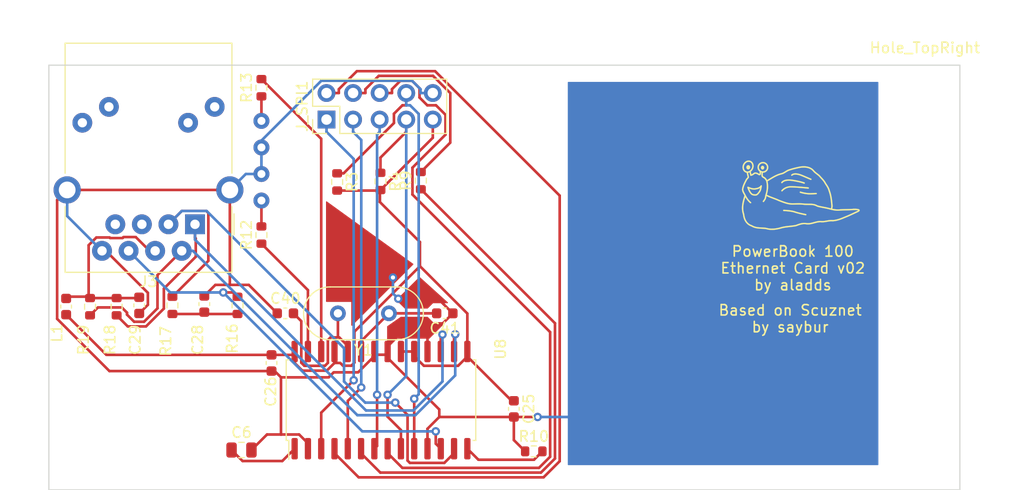
<source format=kicad_pcb>
(kicad_pcb (version 20171130) (host pcbnew 5.1.9+dfsg1-1)

  (general
    (thickness 1.6)
    (drawings 10)
    (tracks 289)
    (zones 0)
    (modules 27)
    (nets 32)
  )

  (page A4)
  (layers
    (0 F.Cu signal)
    (31 B.Cu signal)
    (32 B.Adhes user)
    (33 F.Adhes user)
    (34 B.Paste user)
    (35 F.Paste user)
    (36 B.SilkS user)
    (37 F.SilkS user)
    (38 B.Mask user)
    (39 F.Mask user)
    (40 Dwgs.User user)
    (41 Cmts.User user)
    (42 Eco1.User user)
    (43 Eco2.User user)
    (44 Edge.Cuts user)
    (45 Margin user)
    (46 B.CrtYd user)
    (47 F.CrtYd user)
    (48 B.Fab user)
    (49 F.Fab user)
  )

  (setup
    (last_trace_width 0.25)
    (trace_clearance 0.2)
    (zone_clearance 0.508)
    (zone_45_only no)
    (trace_min 0.2)
    (via_size 0.8)
    (via_drill 0.4)
    (via_min_size 0.4)
    (via_min_drill 0.3)
    (uvia_size 0.3)
    (uvia_drill 0.1)
    (uvias_allowed no)
    (uvia_min_size 0.2)
    (uvia_min_drill 0.1)
    (edge_width 0.1)
    (segment_width 0.2)
    (pcb_text_width 0.3)
    (pcb_text_size 1.5 1.5)
    (mod_edge_width 0.15)
    (mod_text_size 1 1)
    (mod_text_width 0.15)
    (pad_size 3.2 3.2)
    (pad_drill 3.2)
    (pad_to_mask_clearance 0)
    (aux_axis_origin 0 0)
    (visible_elements FFFFFF7F)
    (pcbplotparams
      (layerselection 0x010fc_ffffffff)
      (usegerberextensions true)
      (usegerberattributes false)
      (usegerberadvancedattributes false)
      (creategerberjobfile false)
      (excludeedgelayer true)
      (linewidth 0.100000)
      (plotframeref false)
      (viasonmask false)
      (mode 1)
      (useauxorigin false)
      (hpglpennumber 1)
      (hpglpenspeed 20)
      (hpglpendiameter 15.000000)
      (psnegative false)
      (psa4output false)
      (plotreference true)
      (plotvalue false)
      (plotinvisibletext false)
      (padsonsilk false)
      (subtractmaskfromsilk true)
      (outputformat 1)
      (mirror false)
      (drillshape 0)
      (scaleselection 1)
      (outputdirectory "pb2-gerber2/"))
  )

  (net 0 "")
  (net 1 /~E_RST)
  (net 2 GND)
  (net 3 /~E_CS)
  (net 4 /E_SCK)
  (net 5 /E_MOSI)
  (net 6 VCC)
  (net 7 /E_MISO)
  (net 8 /~E_INT)
  (net 9 "Net-(JLED_A1-Pad1)")
  (net 10 "Net-(JLED_B1-Pad1)")
  (net 11 "Net-(C6-Pad1)")
  (net 12 "Net-(C28-Pad1)")
  (net 13 "Net-(C29-Pad1)")
  (net 14 "Net-(C40-Pad2)")
  (net 15 "Net-(C41-Pad2)")
  (net 16 "Net-(J3-PadL4)")
  (net 17 "Net-(J3-PadL3)")
  (net 18 "Net-(J3-PadL2)")
  (net 19 "Net-(J3-PadL1)")
  (net 20 "Net-(J3-PadR7)")
  (net 21 /TPIN-)
  (net 22 "Net-(J3-PadR5)")
  (net 23 /TPIN+)
  (net 24 /TPOUT-)
  (net 25 /TPOUT+)
  (net 26 "Net-(R9-Pad1)")
  (net 27 "Net-(R10-Pad2)")
  (net 28 "Net-(R12-Pad1)")
  (net 29 "Net-(R13-Pad2)")
  (net 30 /E_WOL)
  (net 31 /E_CLKOUT)

  (net_class Default "This is the default net class."
    (clearance 0.2)
    (trace_width 0.25)
    (via_dia 0.8)
    (via_drill 0.4)
    (uvia_dia 0.3)
    (uvia_drill 0.1)
    (add_net /E_CLKOUT)
    (add_net /E_MISO)
    (add_net /E_MOSI)
    (add_net /E_SCK)
    (add_net /E_WOL)
    (add_net /TPIN+)
    (add_net /TPIN-)
    (add_net /TPOUT+)
    (add_net /TPOUT-)
    (add_net /~E_CS)
    (add_net /~E_INT)
    (add_net /~E_RST)
    (add_net GND)
    (add_net "Net-(C28-Pad1)")
    (add_net "Net-(C29-Pad1)")
    (add_net "Net-(C40-Pad2)")
    (add_net "Net-(C41-Pad2)")
    (add_net "Net-(C6-Pad1)")
    (add_net "Net-(J3-PadL1)")
    (add_net "Net-(J3-PadL2)")
    (add_net "Net-(J3-PadL3)")
    (add_net "Net-(J3-PadL4)")
    (add_net "Net-(J3-PadR5)")
    (add_net "Net-(J3-PadR7)")
    (add_net "Net-(JLED_A1-Pad1)")
    (add_net "Net-(JLED_B1-Pad1)")
    (add_net "Net-(R10-Pad2)")
    (add_net "Net-(R12-Pad1)")
    (add_net "Net-(R13-Pad2)")
    (add_net "Net-(R9-Pad1)")
    (add_net VCC)
  )

  (module scuznet:LOGO (layer F.Cu) (tedit 0) (tstamp 60E8AC69)
    (at 97.282 37.846)
    (fp_text reference G*** (at 0 0) (layer F.SilkS) hide
      (effects (font (size 1.524 1.524) (thickness 0.3)))
    )
    (fp_text value LOGO (at 0.75 0) (layer F.SilkS) hide
      (effects (font (size 1.524 1.524) (thickness 0.3)))
    )
    (fp_poly (pts (xy -3.639518 -2.815308) (xy -3.612444 -2.809148) (xy -3.586796 -2.797618) (xy -3.563238 -2.781036)
      (xy -3.542429 -2.759721) (xy -3.52503 -2.733992) (xy -3.520965 -2.726253) (xy -3.508693 -2.69516)
      (xy -3.501879 -2.663212) (xy -3.500304 -2.631137) (xy -3.503751 -2.599666) (xy -3.512 -2.569528)
      (xy -3.524834 -2.541453) (xy -3.542035 -2.516173) (xy -3.563383 -2.494415) (xy -3.58866 -2.476911)
      (xy -3.596829 -2.47267) (xy -3.607657 -2.467783) (xy -3.617049 -2.464659) (xy -3.627194 -2.462836)
      (xy -3.640279 -2.46185) (xy -3.649663 -2.461493) (xy -3.666421 -2.461268) (xy -3.67904 -2.46199)
      (xy -3.689691 -2.463901) (xy -3.700306 -2.467161) (xy -3.728105 -2.479941) (xy -3.75193 -2.497379)
      (xy -3.772123 -2.51979) (xy -3.789025 -2.547492) (xy -3.790812 -2.551113) (xy -3.799662 -2.571398)
      (xy -3.805459 -2.590146) (xy -3.808717 -2.609722) (xy -3.809949 -2.632493) (xy -3.81 -2.639502)
      (xy -3.80736 -2.674507) (xy -3.799342 -2.706302) (xy -3.785797 -2.735274) (xy -3.76658 -2.761812)
      (xy -3.761548 -2.767393) (xy -3.744097 -2.784261) (xy -3.726988 -2.796603) (xy -3.708142 -2.805766)
      (xy -3.695304 -2.810244) (xy -3.667358 -2.81578) (xy -3.639518 -2.815308)) (layer F.SilkS) (width 0.01))
    (fp_poly (pts (xy -4.978086 -2.871488) (xy -4.949094 -2.860122) (xy -4.922093 -2.843132) (xy -4.907638 -2.830752)
      (xy -4.884199 -2.804167) (xy -4.865864 -2.774353) (xy -4.852743 -2.742006) (xy -4.844945 -2.70782)
      (xy -4.842582 -2.672488) (xy -4.845762 -2.636705) (xy -4.854596 -2.601165) (xy -4.866592 -2.57175)
      (xy -4.87479 -2.556904) (xy -4.884792 -2.543047) (xy -4.898064 -2.528233) (xy -4.903687 -2.522529)
      (xy -4.927464 -2.501516) (xy -4.951215 -2.486292) (xy -4.976019 -2.476392) (xy -5.002953 -2.471352)
      (xy -5.024438 -2.470472) (xy -5.038825 -2.471119) (xy -5.052813 -2.472591) (xy -5.063535 -2.474579)
      (xy -5.064125 -2.47474) (xy -5.090063 -2.483884) (xy -5.112651 -2.496191) (xy -5.13384 -2.512843)
      (xy -5.145124 -2.523788) (xy -5.166498 -2.549937) (xy -5.182903 -2.578817) (xy -5.194435 -2.609713)
      (xy -5.201192 -2.641913) (xy -5.20327 -2.674706) (xy -5.200767 -2.707377) (xy -5.193779 -2.739216)
      (xy -5.182403 -2.769508) (xy -5.166736 -2.797543) (xy -5.146875 -2.822606) (xy -5.122916 -2.843987)
      (xy -5.099604 -2.858626) (xy -5.069828 -2.870799) (xy -5.039171 -2.876931) (xy -5.008351 -2.877126)
      (xy -4.978086 -2.871488)) (layer F.SilkS) (width 0.01))
    (fp_poly (pts (xy -0.455262 -2.099275) (xy -0.382388 -2.093007) (xy -0.306186 -2.081909) (xy -0.226775 -2.065995)
      (xy -0.144268 -2.04528) (xy -0.058784 -2.019776) (xy 0.029563 -1.989497) (xy 0.120655 -1.954458)
      (xy 0.127 -1.951881) (xy 0.144722 -1.944593) (xy 0.166837 -1.935391) (xy 0.192954 -1.924443)
      (xy 0.222682 -1.911916) (xy 0.255629 -1.897979) (xy 0.291404 -1.882801) (xy 0.329615 -1.866549)
      (xy 0.369873 -1.849392) (xy 0.411784 -1.831499) (xy 0.454959 -1.813036) (xy 0.499005 -1.794174)
      (xy 0.543532 -1.775079) (xy 0.588148 -1.75592) (xy 0.632463 -1.736865) (xy 0.676084 -1.718083)
      (xy 0.718621 -1.699742) (xy 0.759682 -1.68201) (xy 0.798876 -1.665056) (xy 0.835812 -1.649046)
      (xy 0.870099 -1.634151) (xy 0.901345 -1.620538) (xy 0.929159 -1.608375) (xy 0.95315 -1.597831)
      (xy 0.972927 -1.589073) (xy 0.988098 -1.582271) (xy 0.998272 -1.577592) (xy 1.003058 -1.575204)
      (xy 1.0033 -1.575044) (xy 1.016637 -1.561174) (xy 1.024856 -1.544849) (xy 1.028058 -1.527236)
      (xy 1.026342 -1.509498) (xy 1.01981 -1.4928) (xy 1.008561 -1.478307) (xy 0.994069 -1.467888)
      (xy 0.989641 -1.465501) (xy 0.9856 -1.463425) (xy 0.981592 -1.461784) (xy 0.977262 -1.460701)
      (xy 0.972258 -1.460299) (xy 0.966225 -1.460702) (xy 0.95881 -1.462032) (xy 0.949657 -1.464413)
      (xy 0.938414 -1.467969) (xy 0.924727 -1.472822) (xy 0.908241 -1.479095) (xy 0.888602 -1.486912)
      (xy 0.865458 -1.496396) (xy 0.838453 -1.50767) (xy 0.807234 -1.520858) (xy 0.771446 -1.536083)
      (xy 0.730737 -1.553467) (xy 0.684752 -1.573134) (xy 0.65405 -1.586267) (xy 0.582384 -1.616914)
      (xy 0.516285 -1.645175) (xy 0.455482 -1.671161) (xy 0.399704 -1.694986) (xy 0.34868 -1.716759)
      (xy 0.302138 -1.736593) (xy 0.259807 -1.754598) (xy 0.221417 -1.770888) (xy 0.186696 -1.785573)
      (xy 0.155372 -1.798765) (xy 0.127176 -1.810576) (xy 0.101835 -1.821117) (xy 0.079078 -1.830499)
      (xy 0.058635 -1.838835) (xy 0.040234 -1.846236) (xy 0.023603 -1.852814) (xy 0.008473 -1.858679)
      (xy -0.005429 -1.863945) (xy -0.018373 -1.868722) (xy -0.030631 -1.873121) (xy -0.042473 -1.877255)
      (xy -0.054172 -1.881236) (xy -0.065998 -1.885174) (xy -0.078222 -1.889181) (xy -0.091115 -1.89337)
      (xy -0.095915 -1.894924) (xy -0.169467 -1.917178) (xy -0.240644 -1.935582) (xy -0.30922 -1.95014)
      (xy -0.374972 -1.960853) (xy -0.437672 -1.967727) (xy -0.497098 -1.970764) (xy -0.553024 -1.969969)
      (xy -0.605226 -1.965344) (xy -0.653478 -1.956892) (xy -0.697556 -1.944618) (xy -0.737234 -1.928525)
      (xy -0.772289 -1.908617) (xy -0.802495 -1.884896) (xy -0.803416 -1.884039) (xy -0.821375 -1.868869)
      (xy -0.837411 -1.859111) (xy -0.852411 -1.854486) (xy -0.86726 -1.854712) (xy -0.881959 -1.859131)
      (xy -0.898421 -1.869057) (xy -0.911255 -1.882887) (xy -0.919905 -1.899375) (xy -0.92382 -1.917275)
      (xy -0.922446 -1.935338) (xy -0.919622 -1.943996) (xy -0.910753 -1.958987) (xy -0.896642 -1.975207)
      (xy -0.878122 -1.99204) (xy -0.856027 -2.008873) (xy -0.831189 -2.025088) (xy -0.804443 -2.04007)
      (xy -0.776622 -2.053204) (xy -0.765665 -2.05769) (xy -0.711168 -2.075776) (xy -0.652763 -2.088964)
      (xy -0.590566 -2.097268) (xy -0.524694 -2.1007) (xy -0.455262 -2.099275)) (layer F.SilkS) (width 0.01))
    (fp_poly (pts (xy -1.096316 -1.515904) (xy -1.005744 -1.511511) (xy -0.944563 -1.506329) (xy -0.909106 -1.502447)
      (xy -0.868149 -1.497274) (xy -0.822383 -1.490927) (xy -0.7725 -1.483522) (xy -0.719191 -1.475172)
      (xy -0.663149 -1.465994) (xy -0.605066 -1.456103) (xy -0.545633 -1.445613) (xy -0.485543 -1.434642)
      (xy -0.425486 -1.423303) (xy -0.366156 -1.411712) (xy -0.315913 -1.401563) (xy -0.248059 -1.38728)
      (xy -0.180566 -1.372391) (xy -0.113997 -1.357044) (xy -0.048914 -1.341389) (xy 0.01412 -1.325574)
      (xy 0.074542 -1.309748) (xy 0.131791 -1.29406) (xy 0.185302 -1.278661) (xy 0.234513 -1.263697)
      (xy 0.278863 -1.24932) (xy 0.317787 -1.235677) (xy 0.335509 -1.228995) (xy 0.357667 -1.218123)
      (xy 0.374016 -1.20487) (xy 0.384701 -1.189051) (xy 0.389872 -1.170483) (xy 0.390437 -1.160463)
      (xy 0.387369 -1.144029) (xy 0.379138 -1.128628) (xy 0.366928 -1.115371) (xy 0.351925 -1.105369)
      (xy 0.335315 -1.099732) (xy 0.324745 -1.098916) (xy 0.31847 -1.100026) (xy 0.307176 -1.102953)
      (xy 0.291833 -1.107408) (xy 0.273412 -1.113101) (xy 0.252884 -1.119743) (xy 0.236537 -1.125225)
      (xy 0.168905 -1.147203) (xy 0.095233 -1.169167) (xy 0.015831 -1.191044) (xy -0.06899 -1.212764)
      (xy -0.158921 -1.234256) (xy -0.253652 -1.255448) (xy -0.352873 -1.27627) (xy -0.456273 -1.296649)
      (xy -0.563543 -1.316515) (xy -0.674373 -1.335797) (xy -0.6985 -1.339837) (xy -0.747446 -1.347894)
      (xy -0.790988 -1.354861) (xy -0.82996 -1.360839) (xy -0.865197 -1.365928) (xy -0.897532 -1.370229)
      (xy -0.927799 -1.373841) (xy -0.956832 -1.376867) (xy -0.985466 -1.379405) (xy -1.014533 -1.381558)
      (xy -1.044869 -1.383424) (xy -1.071992 -1.384847) (xy -1.136466 -1.386566) (xy -1.201443 -1.385529)
      (xy -1.265332 -1.381827) (xy -1.326542 -1.375553) (xy -1.383482 -1.3668) (xy -1.3843 -1.366649)
      (xy -1.441477 -1.354262) (xy -1.495905 -1.338805) (xy -1.54712 -1.320516) (xy -1.594657 -1.29963)
      (xy -1.63805 -1.276384) (xy -1.676834 -1.251012) (xy -1.710544 -1.223753) (xy -1.738714 -1.19484)
      (xy -1.74941 -1.181419) (xy -1.763363 -1.164877) (xy -1.776902 -1.153852) (xy -1.791097 -1.147687)
      (xy -1.807014 -1.145725) (xy -1.807411 -1.145724) (xy -1.823385 -1.146823) (xy -1.835991 -1.150741)
      (xy -1.847926 -1.158416) (xy -1.850863 -1.160813) (xy -1.863418 -1.175283) (xy -1.870812 -1.192552)
      (xy -1.872827 -1.211433) (xy -1.869246 -1.230741) (xy -1.865377 -1.240008) (xy -1.856674 -1.254306)
      (xy -1.843916 -1.271173) (xy -1.828161 -1.289417) (xy -1.810468 -1.307842) (xy -1.791895 -1.325252)
      (xy -1.783483 -1.332479) (xy -1.734834 -1.36897) (xy -1.681337 -1.401508) (xy -1.623138 -1.430064)
      (xy -1.560381 -1.454606) (xy -1.493214 -1.475106) (xy -1.421782 -1.491533) (xy -1.34623 -1.503856)
      (xy -1.266705 -1.512046) (xy -1.183352 -1.516072) (xy -1.096316 -1.515904)) (layer F.SilkS) (width 0.01))
    (fp_poly (pts (xy -0.915257 -0.869995) (xy -0.86732 -0.869339) (xy -0.814959 -0.868153) (xy -0.758555 -0.866452)
      (xy -0.698488 -0.86425) (xy -0.635137 -0.86156) (xy -0.568882 -0.858395) (xy -0.500104 -0.854771)
      (xy -0.429181 -0.850701) (xy -0.356493 -0.846198) (xy -0.282421 -0.841276) (xy -0.214313 -0.836459)
      (xy -0.169996 -0.833172) (xy -0.123191 -0.829586) (xy -0.074293 -0.825739) (xy -0.023699 -0.821667)
      (xy 0.028196 -0.817405) (xy 0.080997 -0.81299) (xy 0.134308 -0.808458) (xy 0.187732 -0.803846)
      (xy 0.240875 -0.79919) (xy 0.293341 -0.794526) (xy 0.344734 -0.78989) (xy 0.394659 -0.78532)
      (xy 0.442719 -0.78085) (xy 0.48852 -0.776518) (xy 0.531665 -0.77236) (xy 0.571759 -0.768411)
      (xy 0.608407 -0.764709) (xy 0.641212 -0.76129) (xy 0.669779 -0.758189) (xy 0.693712 -0.755444)
      (xy 0.712616 -0.75309) (xy 0.726095 -0.751164) (xy 0.733753 -0.749702) (xy 0.734817 -0.749375)
      (xy 0.741653 -0.745545) (xy 0.750475 -0.739051) (xy 0.755465 -0.734802) (xy 0.767537 -0.720107)
      (xy 0.774271 -0.703542) (xy 0.775962 -0.686168) (xy 0.772907 -0.669045) (xy 0.7654 -0.653236)
      (xy 0.753737 -0.639801) (xy 0.738213 -0.629801) (xy 0.725007 -0.625367) (xy 0.71746 -0.624809)
      (xy 0.704116 -0.625139) (xy 0.685461 -0.626327) (xy 0.661982 -0.628346) (xy 0.641855 -0.630349)
      (xy 0.543354 -0.640397) (xy 0.441067 -0.650386) (xy 0.336002 -0.660233) (xy 0.229165 -0.669854)
      (xy 0.121563 -0.679166) (xy 0.014203 -0.688085) (xy -0.091909 -0.696527) (xy -0.195767 -0.704408)
      (xy -0.296363 -0.711646) (xy -0.39269 -0.718156) (xy -0.483743 -0.723855) (xy -0.484188 -0.723882)
      (xy -0.537323 -0.726897) (xy -0.59084 -0.729628) (xy -0.644192 -0.732063) (xy -0.696829 -0.734188)
      (xy -0.748205 -0.735992) (xy -0.79777 -0.737462) (xy -0.844977 -0.738585) (xy -0.889278 -0.739348)
      (xy -0.930125 -0.73974) (xy -0.966969 -0.739746) (xy -0.999263 -0.739356) (xy -1.026458 -0.738556)
      (xy -1.048006 -0.737333) (xy -1.052538 -0.736951) (xy -1.134842 -0.726454) (xy -1.214971 -0.710286)
      (xy -1.292675 -0.688567) (xy -1.367701 -0.66142) (xy -1.439799 -0.628965) (xy -1.508717 -0.591324)
      (xy -1.574205 -0.548618) (xy -1.636011 -0.50097) (xy -1.693884 -0.448499) (xy -1.73237 -0.40847)
      (xy -1.744118 -0.395847) (xy -1.755015 -0.38471) (xy -1.764066 -0.376036) (xy -1.770275 -0.370803)
      (xy -1.771617 -0.369952) (xy -1.784723 -0.365573) (xy -1.800132 -0.363685) (xy -1.814139 -0.36472)
      (xy -1.814963 -0.364911) (xy -1.832689 -0.372228) (xy -1.847069 -0.383993) (xy -1.857549 -0.399069)
      (xy -1.863574 -0.416318) (xy -1.864587 -0.4346) (xy -1.860035 -0.452779) (xy -1.858982 -0.455125)
      (xy -1.852594 -0.465571) (xy -1.842 -0.479355) (xy -1.82789 -0.495772) (xy -1.810954 -0.514118)
      (xy -1.791884 -0.53369) (xy -1.771369 -0.553784) (xy -1.750101 -0.573694) (xy -1.728771 -0.592718)
      (xy -1.708069 -0.610151) (xy -1.702507 -0.614629) (xy -1.633859 -0.665253) (xy -1.561829 -0.710576)
      (xy -1.486677 -0.750494) (xy -1.408664 -0.784906) (xy -1.328053 -0.81371) (xy -1.245103 -0.836805)
      (xy -1.160076 -0.854088) (xy -1.073233 -0.865458) (xy -1.055184 -0.867053) (xy -1.028735 -0.868651)
      (xy -0.996345 -0.869665) (xy -0.958392 -0.870109) (xy -0.915257 -0.869995)) (layer F.SilkS) (width 0.01))
    (fp_poly (pts (xy -0.033896 -0.353489) (xy -0.025327 -0.351633) (xy -0.013553 -0.348556) (xy 0.002389 -0.344085)
      (xy 0.023462 -0.338047) (xy 0.023812 -0.337946) (xy 0.135522 -0.307708) (xy 0.247942 -0.280867)
      (xy 0.359924 -0.257651) (xy 0.470321 -0.238286) (xy 0.577984 -0.223002) (xy 0.638175 -0.216153)
      (xy 0.669418 -0.213056) (xy 0.699276 -0.210376) (xy 0.728285 -0.20811) (xy 0.756978 -0.206258)
      (xy 0.78589 -0.204816) (xy 0.815557 -0.203783) (xy 0.846514 -0.203156) (xy 0.879295 -0.202933)
      (xy 0.914435 -0.203112) (xy 0.952469 -0.203691) (xy 0.993932 -0.204668) (xy 1.039359 -0.20604)
      (xy 1.089285 -0.207805) (xy 1.144245 -0.209962) (xy 1.204773 -0.212507) (xy 1.233236 -0.213747)
      (xy 1.284964 -0.21598) (xy 1.330502 -0.217863) (xy 1.370002 -0.219399) (xy 1.403614 -0.220593)
      (xy 1.431489 -0.221449) (xy 1.453778 -0.221973) (xy 1.47063 -0.222168) (xy 1.482198 -0.222039)
      (xy 1.488632 -0.221591) (xy 1.489446 -0.221432) (xy 1.49914 -0.217452) (xy 1.509803 -0.210903)
      (xy 1.514054 -0.207587) (xy 1.526702 -0.192992) (xy 1.534087 -0.176218) (xy 1.536345 -0.158425)
      (xy 1.533616 -0.140773) (xy 1.526035 -0.124421) (xy 1.51374 -0.110531) (xy 1.50159 -0.102467)
      (xy 1.499252 -0.101242) (xy 1.497036 -0.100144) (xy 1.494584 -0.099152) (xy 1.491535 -0.098243)
      (xy 1.487528 -0.097395) (xy 1.482203 -0.096584) (xy 1.475201 -0.095789) (xy 1.46616 -0.094988)
      (xy 1.454722 -0.094157) (xy 1.440525 -0.093274) (xy 1.423209 -0.092317) (xy 1.402414 -0.091263)
      (xy 1.37778 -0.09009) (xy 1.348946 -0.088775) (xy 1.315553 -0.087296) (xy 1.27724 -0.08563)
      (xy 1.233646 -0.083755) (xy 1.184413 -0.081649) (xy 1.131887 -0.079404) (xy 1.095605 -0.07799)
      (xy 1.057457 -0.076751) (xy 1.018247 -0.075697) (xy 0.978784 -0.074837) (xy 0.939873 -0.074181)
      (xy 0.90232 -0.073737) (xy 0.866933 -0.073515) (xy 0.834517 -0.073524) (xy 0.80588 -0.073772)
      (xy 0.781827 -0.07427) (xy 0.763165 -0.075026) (xy 0.760412 -0.075192) (xy 0.634077 -0.085889)
      (xy 0.505239 -0.101817) (xy 0.374764 -0.122821) (xy 0.243518 -0.148748) (xy 0.112365 -0.179444)
      (xy -0.004763 -0.210989) (xy -0.029363 -0.218263) (xy -0.04863 -0.22458) (xy -0.063434 -0.230351)
      (xy -0.074642 -0.235991) (xy -0.083121 -0.241914) (xy -0.08974 -0.248531) (xy -0.093285 -0.253157)
      (xy -0.101602 -0.270026) (xy -0.104378 -0.287919) (xy -0.102045 -0.305706) (xy -0.095035 -0.322257)
      (xy -0.083782 -0.336445) (xy -0.068717 -0.347141) (xy -0.055348 -0.352148) (xy -0.049984 -0.353453)
      (xy -0.045261 -0.354226) (xy -0.040219 -0.354296) (xy -0.033896 -0.353489)) (layer F.SilkS) (width 0.01))
    (fp_poly (pts (xy -3.768422 -0.954929) (xy -3.7516 -0.950311) (xy -3.736749 -0.940616) (xy -3.724948 -0.927057)
      (xy -3.717279 -0.910844) (xy -3.714803 -0.894838) (xy -3.715525 -0.885345) (xy -3.717509 -0.871847)
      (xy -3.720413 -0.856483) (xy -3.722463 -0.847213) (xy -3.725118 -0.83535) (xy -3.728721 -0.81843)
      (xy -3.73303 -0.797631) (xy -3.737803 -0.774135) (xy -3.742799 -0.74912) (xy -3.747775 -0.723767)
      (xy -3.748058 -0.722313) (xy -3.75607 -0.681616) (xy -3.763283 -0.64626) (xy -3.769907 -0.615319)
      (xy -3.776156 -0.587865) (xy -3.782242 -0.562972) (xy -3.788376 -0.539712) (xy -3.794771 -0.517158)
      (xy -3.795821 -0.513593) (xy -3.80872 -0.473853) (xy -3.823742 -0.434171) (xy -3.840173 -0.39622)
      (xy -3.857301 -0.361676) (xy -3.870071 -0.339181) (xy -3.876393 -0.329398) (xy -3.88592 -0.315469)
      (xy -3.897999 -0.298293) (xy -3.911975 -0.278765) (xy -3.927194 -0.257785) (xy -3.943003 -0.236249)
      (xy -3.958747 -0.215054) (xy -3.973771 -0.195097) (xy -3.987423 -0.177277) (xy -3.996965 -0.1651)
      (xy -4.011081 -0.148218) (xy -4.028106 -0.129256) (xy -4.046983 -0.109274) (xy -4.066654 -0.08933)
      (xy -4.086062 -0.070484) (xy -4.104151 -0.053794) (xy -4.119862 -0.040319) (xy -4.1275 -0.034371)
      (xy -4.154623 -0.015777) (xy -4.182734 0.000923) (xy -4.210596 0.015115) (xy -4.236971 0.02619)
      (xy -4.260622 0.033536) (xy -4.268346 0.035171) (xy -4.278248 0.03635) (xy -4.293269 0.037386)
      (xy -4.312181 0.03826) (xy -4.333754 0.038951) (xy -4.356759 0.039439) (xy -4.379968 0.039703)
      (xy -4.40215 0.039723) (xy -4.422077 0.03948) (xy -4.43852 0.038952) (xy -4.449867 0.038161)
      (xy -4.509359 0.029495) (xy -4.566877 0.016459) (xy -4.621119 -0.000625) (xy -4.648038 -0.011185)
      (xy -4.674868 -0.023102) (xy -4.697244 -0.034605) (xy -4.716868 -0.046839) (xy -4.735443 -0.060945)
      (xy -4.754669 -0.078069) (xy -4.770239 -0.093276) (xy -4.803 -0.127781) (xy -4.834111 -0.164038)
      (xy -4.863816 -0.202487) (xy -4.89236 -0.243567) (xy -4.919989 -0.287718) (xy -4.946946 -0.33538)
      (xy -4.973477 -0.386991) (xy -4.999825 -0.442991) (xy -5.026237 -0.503821) (xy -5.052956 -0.569918)
      (xy -5.078743 -0.63782) (xy -4.940112 -0.63782) (xy -4.932171 -0.616722) (xy -4.899657 -0.535586)
      (xy -4.865478 -0.460533) (xy -4.829603 -0.391513) (xy -4.792002 -0.328473) (xy -4.752646 -0.271361)
      (xy -4.711504 -0.220127) (xy -4.685732 -0.19196) (xy -4.672017 -0.177999) (xy -4.660956 -0.167616)
      (xy -4.651013 -0.159615) (xy -4.640653 -0.152801) (xy -4.628341 -0.145979) (xy -4.623359 -0.143405)
      (xy -4.596987 -0.13072) (xy -4.572189 -0.120669) (xy -4.546475 -0.112367) (xy -4.517354 -0.104925)
      (xy -4.511549 -0.103607) (xy -4.489023 -0.098838) (xy -4.468739 -0.095244) (xy -4.449213 -0.092698)
      (xy -4.428962 -0.091072) (xy -4.4065 -0.09024) (xy -4.380343 -0.090074) (xy -4.356458 -0.090325)
      (xy -4.288552 -0.091367) (xy -4.256445 -0.107482) (xy -4.236144 -0.11834) (xy -4.216938 -0.130149)
      (xy -4.198347 -0.143388) (xy -4.179892 -0.158538) (xy -4.161093 -0.176078) (xy -4.141473 -0.196489)
      (xy -4.120551 -0.22025) (xy -4.097849 -0.247841) (xy -4.072887 -0.279743) (xy -4.045187 -0.316436)
      (xy -4.037325 -0.327025) (xy -4.013637 -0.359767) (xy -3.993737 -0.389056) (xy -3.977006 -0.416009)
      (xy -3.962823 -0.441742) (xy -3.950567 -0.467373) (xy -3.939618 -0.494018) (xy -3.930598 -0.519113)
      (xy -3.925785 -0.534045) (xy -3.920456 -0.551886) (xy -3.914843 -0.571713) (xy -3.909178 -0.592605)
      (xy -3.903693 -0.61364) (xy -3.898621 -0.633894) (xy -3.894192 -0.652446) (xy -3.89064 -0.668374)
      (xy -3.888197 -0.680756) (xy -3.887094 -0.688669) (xy -3.887306 -0.69114) (xy -3.89005 -0.689831)
      (xy -3.896821 -0.68582) (xy -3.906334 -0.679878) (xy -3.909757 -0.677688) (xy -3.950247 -0.654104)
      (xy -3.995485 -0.63211) (xy -4.043957 -0.612245) (xy -4.094149 -0.595045) (xy -4.144547 -0.581048)
      (xy -4.193635 -0.570793) (xy -4.22275 -0.566549) (xy -4.233057 -0.564913) (xy -4.247432 -0.562091)
      (xy -4.263802 -0.558511) (xy -4.276947 -0.555385) (xy -4.335189 -0.543259) (xy -4.394309 -0.535579)
      (xy -4.454681 -0.532386) (xy -4.516679 -0.533726) (xy -4.580678 -0.539641) (xy -4.647052 -0.550175)
      (xy -4.716176 -0.56537) (xy -4.788423 -0.585271) (xy -4.864169 -0.609921) (xy -4.918775 -0.629761)
      (xy -4.940112 -0.63782) (xy -5.078743 -0.63782) (xy -5.080226 -0.641724) (xy -5.089185 -0.666185)
      (xy -5.09923 -0.69454) (xy -5.106769 -0.717827) (xy -5.111837 -0.736795) (xy -5.114471 -0.752197)
      (xy -5.114705 -0.764783) (xy -5.112575 -0.775304) (xy -5.108117 -0.78451) (xy -5.101365 -0.793153)
      (xy -5.09546 -0.799112) (xy -5.087006 -0.806461) (xy -5.078728 -0.811831) (xy -5.069904 -0.815148)
      (xy -5.059809 -0.816335) (xy -5.047724 -0.815315) (xy -5.032923 -0.812013) (xy -5.014686 -0.806351)
      (xy -4.992289 -0.798254) (xy -4.965011 -0.787646) (xy -4.957134 -0.784509) (xy -4.903217 -0.76331)
      (xy -4.854213 -0.744808) (xy -4.809396 -0.728778) (xy -4.768044 -0.714994) (xy -4.729432 -0.703229)
      (xy -4.692835 -0.693256) (xy -4.657529 -0.684851) (xy -4.622791 -0.677787) (xy -4.605322 -0.674672)
      (xy -4.544193 -0.666176) (xy -4.486442 -0.662228) (xy -4.430981 -0.662862) (xy -4.376721 -0.668111)
      (xy -4.322576 -0.67801) (xy -4.297363 -0.684145) (xy -4.280292 -0.688187) (xy -4.261338 -0.692023)
      (xy -4.244186 -0.694917) (xy -4.2418 -0.69525) (xy -4.180433 -0.706187) (xy -4.121718 -0.722033)
      (xy -4.066034 -0.742585) (xy -4.013759 -0.767635) (xy -3.96527 -0.796977) (xy -3.920947 -0.830406)
      (xy -3.881166 -0.867716) (xy -3.846305 -0.908699) (xy -3.84363 -0.91228) (xy -3.830058 -0.929619)
      (xy -3.81823 -0.941967) (xy -3.806987 -0.949982) (xy -3.79517 -0.95432) (xy -3.781622 -0.955639)
      (xy -3.768422 -0.954929)) (layer F.SilkS) (width 0.01))
    (fp_poly (pts (xy -1.615393 1.391024) (xy -1.597286 1.39151) (xy -1.584029 1.391918) (xy -1.517461 1.394613)
      (xy -1.446489 1.398629) (xy -1.372373 1.403843) (xy -1.29637 1.410133) (xy -1.219739 1.417376)
      (xy -1.14374 1.425449) (xy -1.06963 1.434229) (xy -0.998669 1.443593) (xy -0.932116 1.453418)
      (xy -0.898525 1.45886) (xy -0.83878 1.4693) (xy -0.783956 1.479824) (xy -0.732632 1.490774)
      (xy -0.683385 1.502492) (xy -0.634793 1.515322) (xy -0.585432 1.529606) (xy -0.533881 1.545686)
      (xy -0.522288 1.549439) (xy -0.446334 1.5733) (xy -0.364054 1.59748) (xy -0.275464 1.621973)
      (xy -0.180581 1.646776) (xy -0.079421 1.671885) (xy 0.028 1.697295) (xy 0.141667 1.723004)
      (xy 0.261562 1.749007) (xy 0.38767 1.775299) (xy 0.401107 1.778043) (xy 0.424984 1.783032)
      (xy 0.447346 1.787934) (xy 0.467286 1.792535) (xy 0.483899 1.796617) (xy 0.496278 1.799963)
      (xy 0.503519 1.802357) (xy 0.504295 1.802714) (xy 0.513235 1.809069) (xy 0.52226 1.818116)
      (xy 0.525462 1.822212) (xy 0.53058 1.830201) (xy 0.533458 1.837511) (xy 0.534719 1.846527)
      (xy 0.534987 1.858713) (xy 0.534659 1.871638) (xy 0.533277 1.880608) (xy 0.530242 1.888)
      (xy 0.525897 1.894847) (xy 0.51539 1.906034) (xy 0.501556 1.915399) (xy 0.486619 1.921719)
      (xy 0.473245 1.923786) (xy 0.467591 1.923096) (xy 0.456503 1.921249) (xy 0.440763 1.918395)
      (xy 0.421152 1.91468) (xy 0.398451 1.910252) (xy 0.373442 1.905259) (xy 0.348155 1.900107)
      (xy 0.232963 1.876011) (xy 0.123672 1.852323) (xy 0.019853 1.828936) (xy -0.078923 1.805742)
      (xy -0.173083 1.782633) (xy -0.263056 1.759503) (xy -0.349271 1.736242) (xy -0.432156 1.712744)
      (xy -0.51214 1.6889) (xy -0.589651 1.664604) (xy -0.592138 1.663804) (xy -0.646393 1.647336)
      (xy -0.704063 1.631648) (xy -0.762214 1.617519) (xy -0.788988 1.611615) (xy -0.8541 1.598682)
      (xy -0.924662 1.586375) (xy -0.999797 1.574796) (xy -1.078627 1.564045) (xy -1.160276 1.554225)
      (xy -1.243864 1.545436) (xy -1.328514 1.537781) (xy -1.41335 1.531362) (xy -1.497492 1.526279)
      (xy -1.54666 1.523939) (xy -1.576031 1.522619) (xy -1.599805 1.521339) (xy -1.618736 1.519974)
      (xy -1.633574 1.518401) (xy -1.645072 1.516496) (xy -1.653982 1.514134) (xy -1.661056 1.511193)
      (xy -1.667045 1.507547) (xy -1.672562 1.503193) (xy -1.685367 1.488479) (xy -1.692846 1.471638)
      (xy -1.695127 1.453798) (xy -1.692338 1.436083) (xy -1.684608 1.419618) (xy -1.672065 1.405529)
      (xy -1.660525 1.397702) (xy -1.65546 1.395061) (xy -1.650772 1.393133) (xy -1.645443 1.391843)
      (xy -1.638451 1.391113) (xy -1.628774 1.390866) (xy -1.615393 1.391024)) (layer F.SilkS) (width 0.01))
    (fp_poly (pts (xy -4.963644 -3.3224) (xy -4.945842 -3.32208) (xy -4.931473 -3.321347) (xy -4.919081 -3.320091)
      (xy -4.90721 -3.318199) (xy -4.894403 -3.315559) (xy -4.893055 -3.315259) (xy -4.840914 -3.30089)
      (xy -4.79285 -3.28191) (xy -4.748238 -3.25798) (xy -4.706456 -3.228759) (xy -4.66688 -3.193908)
      (xy -4.662341 -3.189422) (xy -4.626018 -3.148715) (xy -4.594623 -3.10442) (xy -4.568169 -3.056968)
      (xy -4.546668 -3.00679) (xy -4.530133 -2.954318) (xy -4.518577 -2.899983) (xy -4.512011 -2.844216)
      (xy -4.510448 -2.787448) (xy -4.5139 -2.730111) (xy -4.52238 -2.672635) (xy -4.535901 -2.615452)
      (xy -4.554474 -2.558992) (xy -4.578112 -2.503689) (xy -4.606827 -2.449971) (xy -4.639633 -2.399664)
      (xy -4.657537 -2.375482) (xy -4.675122 -2.353681) (xy -4.693439 -2.333157) (xy -4.713542 -2.312812)
      (xy -4.736484 -2.291543) (xy -4.763317 -2.268251) (xy -4.77347 -2.259712) (xy -4.782852 -2.251871)
      (xy -4.752906 -2.125876) (xy -4.746371 -2.098501) (xy -4.740235 -2.073023) (xy -4.734662 -2.050111)
      (xy -4.729818 -2.030435) (xy -4.725868 -2.014664) (xy -4.722978 -2.003468) (xy -4.721313 -1.997516)
      (xy -4.721027 -1.996755) (xy -4.717174 -1.996222) (xy -4.708848 -1.998503) (xy -4.697037 -2.00318)
      (xy -4.682733 -2.00983) (xy -4.666926 -2.018032) (xy -4.654639 -2.024974) (xy -4.645179 -2.03086)
      (xy -4.631662 -2.039744) (xy -4.615169 -2.05089) (xy -4.596781 -2.063565) (xy -4.577577 -2.077032)
      (xy -4.567326 -2.084321) (xy -4.536288 -2.10617) (xy -4.509254 -2.12443) (xy -4.485385 -2.139615)
      (xy -4.463839 -2.152237) (xy -4.443775 -2.162811) (xy -4.424352 -2.171849) (xy -4.423044 -2.172416)
      (xy -4.398963 -2.182813) (xy -4.340225 -2.182626) (xy -4.317489 -2.182434) (xy -4.299651 -2.181941)
      (xy -4.285263 -2.181028) (xy -4.272875 -2.179575) (xy -4.261039 -2.177464) (xy -4.251355 -2.175305)
      (xy -4.217225 -2.166172) (xy -4.183155 -2.154829) (xy -4.148264 -2.140886) (xy -4.111675 -2.123953)
      (xy -4.072508 -2.103639) (xy -4.029884 -2.079554) (xy -4.012825 -2.069469) (xy -3.992784 -2.057584)
      (xy -3.977417 -2.048834) (xy -3.965995 -2.043021) (xy -3.957786 -2.039948) (xy -3.952059 -2.039416)
      (xy -3.948085 -2.04123) (xy -3.945132 -2.045191) (xy -3.942709 -2.050513) (xy -3.94152 -2.056921)
      (xy -3.940628 -2.069486) (xy -3.94004 -2.08802) (xy -3.93976 -2.112338) (xy -3.939794 -2.142251)
      (xy -3.93981 -2.144713) (xy -3.939858 -2.168269) (xy -3.939703 -2.190479) (xy -3.939367 -2.210327)
      (xy -3.938874 -2.226795) (xy -3.938245 -2.238868) (xy -3.937566 -2.245222) (xy -3.934756 -2.260006)
      (xy -3.949646 -2.271361) (xy -3.960635 -2.280642) (xy -3.974356 -2.293577) (xy -3.989568 -2.308867)
      (xy -4.00503 -2.325217) (xy -4.019497 -2.341327) (xy -4.031729 -2.3559) (xy -4.036614 -2.3622)
      (xy -4.067836 -2.409148) (xy -4.093404 -2.458478) (xy -4.11331 -2.509714) (xy -4.127548 -2.562379)
      (xy -4.13611 -2.615996) (xy -4.13899 -2.670088) (xy -4.138695 -2.675781) (xy -4.008963 -2.675781)
      (xy -4.006765 -2.629174) (xy -3.99867 -2.582431) (xy -3.987254 -2.543702) (xy -3.9686 -2.499301)
      (xy -3.945145 -2.458672) (xy -3.916415 -2.421078) (xy -3.891093 -2.394405) (xy -3.853501 -2.362261)
      (xy -3.8128 -2.335333) (xy -3.76953 -2.313805) (xy -3.724228 -2.297861) (xy -3.677433 -2.287686)
      (xy -3.629683 -2.283464) (xy -3.581516 -2.28538) (xy -3.574967 -2.286124) (xy -3.5253 -2.295213)
      (xy -3.47853 -2.30995) (xy -3.434627 -2.330353) (xy -3.393557 -2.356436) (xy -3.355288 -2.388215)
      (xy -3.344767 -2.398441) (xy -3.312014 -2.435449) (xy -3.284954 -2.475003) (xy -3.26338 -2.517497)
      (xy -3.247084 -2.563323) (xy -3.238159 -2.600325) (xy -3.235845 -2.617368) (xy -3.234493 -2.638802)
      (xy -3.23408 -2.662747) (xy -3.234583 -2.687321) (xy -3.235978 -2.710645) (xy -3.238243 -2.730835)
      (xy -3.239873 -2.740025) (xy -3.253035 -2.787789) (xy -3.271366 -2.832412) (xy -3.294441 -2.873654)
      (xy -3.321835 -2.911277) (xy -3.353124 -2.945041) (xy -3.387882 -2.974708) (xy -3.425684 -3.000039)
      (xy -3.466107 -3.020794) (xy -3.508725 -3.036735) (xy -3.553113 -3.047623) (xy -3.598847 -3.053219)
      (xy -3.645501 -3.053283) (xy -3.692652 -3.047577) (xy -3.739873 -3.035862) (xy -3.756025 -3.030411)
      (xy -3.800446 -3.011152) (xy -3.841215 -2.987032) (xy -3.878108 -2.958525) (xy -3.910899 -2.926101)
      (xy -3.939366 -2.890233) (xy -3.963282 -2.851395) (xy -3.982425 -2.810058) (xy -3.996569 -2.766695)
      (xy -4.00549 -2.721779) (xy -4.008963 -2.675781) (xy -4.138695 -2.675781) (xy -4.13618 -2.724177)
      (xy -4.127673 -2.777786) (xy -4.113462 -2.830439) (xy -4.093541 -2.881658) (xy -4.067901 -2.930966)
      (xy -4.04559 -2.96545) (xy -4.027001 -2.98949) (xy -4.004582 -3.014773) (xy -3.979864 -3.039789)
      (xy -3.954379 -3.063028) (xy -3.929658 -3.08298) (xy -3.91795 -3.091327) (xy -3.867755 -3.121587)
      (xy -3.815679 -3.145913) (xy -3.762082 -3.164261) (xy -3.707326 -3.176587) (xy -3.651771 -3.182845)
      (xy -3.595777 -3.182992) (xy -3.539704 -3.176981) (xy -3.483913 -3.164769) (xy -3.440113 -3.150647)
      (xy -3.413782 -3.139651) (xy -3.385033 -3.125494) (xy -3.356058 -3.10938) (xy -3.329053 -3.092513)
      (xy -3.311153 -3.079898) (xy -3.266755 -3.042647) (xy -3.227252 -3.00142) (xy -3.192795 -2.956468)
      (xy -3.163538 -2.908039) (xy -3.139633 -2.856382) (xy -3.121232 -2.801745) (xy -3.109666 -2.751138)
      (xy -3.106562 -2.727934) (xy -3.104631 -2.700526) (xy -3.103875 -2.670918) (xy -3.104297 -2.641112)
      (xy -3.105899 -2.613111) (xy -3.108685 -2.588919) (xy -3.109431 -2.58445) (xy -3.12264 -2.527665)
      (xy -3.141373 -2.473674) (xy -3.165405 -2.422774) (xy -3.194512 -2.375261) (xy -3.228468 -2.331432)
      (xy -3.267049 -2.291585) (xy -3.310029 -2.256015) (xy -3.357184 -2.22502) (xy -3.39816 -2.203531)
      (xy -3.437904 -2.18666) (xy -3.477872 -2.173542) (xy -3.519781 -2.163722) (xy -3.565352 -2.156745)
      (xy -3.581356 -2.155002) (xy -3.620999 -2.151063) (xy -3.623251 -2.138363) (xy -3.627949 -2.105943)
      (xy -3.631518 -2.068911) (xy -3.633903 -2.028911) (xy -3.635047 -1.987591) (xy -3.634893 -1.946597)
      (xy -3.633384 -1.907574) (xy -3.631893 -1.886804) (xy -3.630244 -1.86927) (xy -3.628612 -1.856699)
      (xy -3.626689 -1.847711) (xy -3.624172 -1.840927) (xy -3.620754 -1.834968) (xy -3.620247 -1.83421)
      (xy -3.611928 -1.824259) (xy -3.599638 -1.813324) (xy -3.582965 -1.801116) (xy -3.561494 -1.78735)
      (xy -3.534813 -1.771737) (xy -3.513281 -1.759809) (xy -3.485226 -1.744296) (xy -3.461807 -1.730654)
      (xy -3.441918 -1.718045) (xy -3.424452 -1.705629) (xy -3.408303 -1.692567) (xy -3.392364 -1.67802)
      (xy -3.375529 -1.66115) (xy -3.356692 -1.641116) (xy -3.35651 -1.640919) (xy -3.327256 -1.608397)
      (xy -3.30216 -1.578572) (xy -3.280366 -1.550249) (xy -3.261015 -1.522231) (xy -3.24325 -1.493325)
      (xy -3.226213 -1.462333) (xy -3.220695 -1.451624) (xy -3.217981 -1.453061) (xy -3.210345 -1.457533)
      (xy -3.19827 -1.464745) (xy -3.182241 -1.474405) (xy -3.162745 -1.486218) (xy -3.140264 -1.499891)
      (xy -3.115285 -1.515131) (xy -3.088292 -1.531643) (xy -3.068228 -1.543944) (xy -3.005275 -1.582501)
      (xy -2.947245 -1.617886) (xy -2.893712 -1.650344) (xy -2.844246 -1.680122) (xy -2.798421 -1.707463)
      (xy -2.755808 -1.732614) (xy -2.715979 -1.75582) (xy -2.678506 -1.777327) (xy -2.642962 -1.79738)
      (xy -2.608919 -1.816225) (xy -2.575948 -1.834107) (xy -2.543622 -1.851272) (xy -2.511513 -1.867965)
      (xy -2.479193 -1.884432) (xy -2.446233 -1.900918) (xy -2.44475 -1.901654) (xy -2.363328 -1.94088)
      (xy -2.285272 -1.976082) (xy -2.209427 -2.007696) (xy -2.134637 -2.036156) (xy -2.059748 -2.061898)
      (xy -1.983606 -2.085357) (xy -1.905054 -2.106969) (xy -1.889086 -2.111074) (xy -1.854736 -2.119994)
      (xy -1.82539 -2.128089) (xy -1.79983 -2.135783) (xy -1.776833 -2.143499) (xy -1.755179 -2.151662)
      (xy -1.733647 -2.160694) (xy -1.711017 -2.171019) (xy -1.697038 -2.177703) (xy -1.678641 -2.186719)
      (xy -1.66137 -2.195443) (xy -1.644479 -2.204302) (xy -1.627222 -2.213723) (xy -1.608853 -2.224136)
      (xy -1.588628 -2.235966) (xy -1.5658 -2.249641) (xy -1.539623 -2.26559) (xy -1.509352 -2.284239)
      (xy -1.4859 -2.298774) (xy -1.442991 -2.325256) (xy -1.404576 -2.348559) (xy -1.369884 -2.369053)
      (xy -1.338142 -2.387107) (xy -1.30858 -2.403092) (xy -1.280425 -2.417376) (xy -1.252907 -2.430328)
      (xy -1.225252 -2.44232) (xy -1.19669 -2.45372) (xy -1.166448 -2.464898) (xy -1.133755 -2.476224)
      (xy -1.09784 -2.488067) (xy -1.076159 -2.495022) (xy -0.979968 -2.52508) (xy -0.886095 -2.553221)
      (xy -0.793248 -2.579791) (xy -0.700131 -2.605136) (xy -0.605449 -2.629602) (xy -0.507907 -2.653536)
      (xy -0.406212 -2.677284) (xy -0.333375 -2.693647) (xy -0.273997 -2.706673) (xy -0.220115 -2.718212)
      (xy -0.171076 -2.728354) (xy -0.126228 -2.737192) (xy -0.084917 -2.744817) (xy -0.04649 -2.751322)
      (xy -0.010292 -2.756796) (xy 0.024329 -2.761333) (xy 0.058027 -2.765025) (xy 0.091454 -2.767961)
      (xy 0.125265 -2.770236) (xy 0.160113 -2.771939) (xy 0.196651 -2.773163) (xy 0.235533 -2.774)
      (xy 0.239712 -2.774068) (xy 0.286175 -2.77455) (xy 0.327635 -2.774391) (xy 0.365415 -2.773531)
      (xy 0.400835 -2.771911) (xy 0.435216 -2.769469) (xy 0.469879 -2.766146) (xy 0.504825 -2.76205)
      (xy 0.597139 -2.747767) (xy 0.685295 -2.72872) (xy 0.769362 -2.70488) (xy 0.849408 -2.676222)
      (xy 0.925503 -2.642716) (xy 0.997718 -2.604337) (xy 1.06612 -2.561055) (xy 1.12395 -2.518311)
      (xy 1.140109 -2.504752) (xy 1.159262 -2.487491) (xy 1.180276 -2.467649) (xy 1.202018 -2.446351)
      (xy 1.223355 -2.42472) (xy 1.243154 -2.40388) (xy 1.260283 -2.384952) (xy 1.270184 -2.373313)
      (xy 1.28964 -2.350279) (xy 1.309979 -2.327647) (xy 1.331652 -2.305015) (xy 1.355113 -2.281981)
      (xy 1.380815 -2.258142) (xy 1.409211 -2.233097) (xy 1.440755 -2.206443) (xy 1.475899 -2.177779)
      (xy 1.515096 -2.146701) (xy 1.558799 -2.112808) (xy 1.59385 -2.086027) (xy 1.633547 -2.055742)
      (xy 1.66854 -2.028783) (xy 1.699278 -2.004765) (xy 1.726211 -1.983303) (xy 1.749789 -1.964015)
      (xy 1.770461 -1.946514) (xy 1.788677 -1.930418) (xy 1.804886 -1.915341) (xy 1.819538 -1.9009)
      (xy 1.833083 -1.88671) (xy 1.84597 -1.872388) (xy 1.852088 -1.865313) (xy 1.875959 -1.837742)
      (xy 1.903784 -1.806242) (xy 1.935045 -1.77139) (xy 1.969222 -1.733764) (xy 2.005797 -1.693942)
      (xy 2.014537 -1.684486) (xy 2.064398 -1.630145) (xy 2.109851 -1.579603) (xy 2.151225 -1.532428)
      (xy 2.18885 -1.488191) (xy 2.223056 -1.446463) (xy 2.254172 -1.406813) (xy 2.282528 -1.368811)
      (xy 2.308454 -1.332028) (xy 2.332279 -1.296034) (xy 2.354334 -1.260399) (xy 2.374947 -1.224693)
      (xy 2.393333 -1.190625) (xy 2.401259 -1.176299) (xy 2.411986 -1.158127) (xy 2.424672 -1.137468)
      (xy 2.438476 -1.115679) (xy 2.45256 -1.094118) (xy 2.459162 -1.084263) (xy 2.501988 -1.02016)
      (xy 2.540852 -0.9603) (xy 2.576013 -0.904181) (xy 2.607732 -0.851301) (xy 2.636267 -0.801161)
      (xy 2.661878 -0.75326) (xy 2.684825 -0.707095) (xy 2.705368 -0.662166) (xy 2.723767 -0.617973)
      (xy 2.74028 -0.574014) (xy 2.755168 -0.529787) (xy 2.76729 -0.489695) (xy 2.773335 -0.469536)
      (xy 2.780859 -0.445773) (xy 2.789101 -0.420742) (xy 2.797297 -0.396782) (xy 2.801504 -0.38492)
      (xy 2.827986 -0.307801) (xy 2.852814 -0.227922) (xy 2.876057 -0.144934) (xy 2.897784 -0.058489)
      (xy 2.918065 0.031763) (xy 2.93697 0.126169) (xy 2.954567 0.225078) (xy 2.970927 0.328838)
      (xy 2.986118 0.437798) (xy 3.00021 0.552307) (xy 3.013272 0.672713) (xy 3.014436 0.684212)
      (xy 3.019986 0.739724) (xy 3.024864 0.789332) (xy 3.029103 0.833441) (xy 3.032732 0.872457)
      (xy 3.035784 0.906788) (xy 3.03829 0.936838) (xy 3.040281 0.963014) (xy 3.041788 0.985722)
      (xy 3.042842 1.005368) (xy 3.043476 1.022359) (xy 3.04372 1.037101) (xy 3.043605 1.05)
      (xy 3.043295 1.058862) (xy 3.037768 1.128414) (xy 3.027929 1.196167) (xy 3.014009 1.260597)
      (xy 3.011591 1.269852) (xy 3.009232 1.279426) (xy 3.007963 1.286128) (xy 3.007947 1.288155)
      (xy 3.011456 1.289259) (xy 3.020272 1.291353) (xy 3.033462 1.294248) (xy 3.050092 1.297754)
      (xy 3.069229 1.301682) (xy 3.089942 1.305841) (xy 3.111296 1.310042) (xy 3.132358 1.314096)
      (xy 3.152197 1.317813) (xy 3.167062 1.320505) (xy 3.229387 1.330802) (xy 3.292735 1.339692)
      (xy 3.359616 1.347524) (xy 3.367087 1.348314) (xy 3.391717 1.35038) (xy 3.421282 1.352018)
      (xy 3.454592 1.353228) (xy 3.49046 1.354009) (xy 3.527699 1.35436) (xy 3.56512 1.354279)
      (xy 3.601535 1.353767) (xy 3.635757 1.352821) (xy 3.666597 1.351441) (xy 3.692868 1.349626)
      (xy 3.703637 1.348586) (xy 3.722445 1.346706) (xy 3.745758 1.344633) (xy 3.771741 1.342514)
      (xy 3.79856 1.340497) (xy 3.824377 1.338731) (xy 3.830637 1.338335) (xy 3.852559 1.336992)
      (xy 3.873514 1.33575) (xy 3.89389 1.334598) (xy 3.914078 1.333524) (xy 3.934467 1.332516)
      (xy 3.955446 1.331562) (xy 3.977406 1.330651) (xy 4.000737 1.32977) (xy 4.025826 1.328908)
      (xy 4.053066 1.328053) (xy 4.082844 1.327194) (xy 4.115551 1.326317) (xy 4.151576 1.325413)
      (xy 4.191309 1.324468) (xy 4.23514 1.32347) (xy 4.283458 1.322409) (xy 4.336653 1.321272)
      (xy 4.395114 1.320048) (xy 4.459232 1.318724) (xy 4.513262 1.317618) (xy 4.581686 1.316125)
      (xy 4.644066 1.31456) (xy 4.700708 1.312909) (xy 4.751919 1.311159) (xy 4.798005 1.309298)
      (xy 4.839271 1.30731) (xy 4.876024 1.305185) (xy 4.90857 1.302907) (xy 4.937215 1.300465)
      (xy 4.956175 1.298533) (xy 4.980621 1.296321) (xy 5.010123 1.294435) (xy 5.04339 1.292906)
      (xy 5.079135 1.291762) (xy 5.116069 1.291033) (xy 5.152902 1.290749) (xy 5.188348 1.290938)
      (xy 5.221117 1.291631) (xy 5.235681 1.292158) (xy 5.297519 1.295439) (xy 5.353326 1.299865)
      (xy 5.403329 1.305502) (xy 5.447752 1.312416) (xy 5.486823 1.320674) (xy 5.520767 1.33034)
      (xy 5.549811 1.341481) (xy 5.574182 1.354162) (xy 5.594105 1.36845) (xy 5.609807 1.384411)
      (xy 5.621513 1.40211) (xy 5.622948 1.404937) (xy 5.627091 1.414723) (xy 5.629484 1.424524)
      (xy 5.630552 1.436675) (xy 5.630739 1.4478) (xy 5.630472 1.462182) (xy 5.629307 1.47259)
      (xy 5.626761 1.481387) (xy 5.622353 1.490933) (xy 5.621671 1.49225) (xy 5.611187 1.51025)
      (xy 5.599435 1.525656) (xy 5.584817 1.540334) (xy 5.569691 1.553044) (xy 5.555743 1.563671)
      (xy 5.541196 1.573731) (xy 5.525218 1.583686) (xy 5.506977 1.593998) (xy 5.485643 1.60513)
      (xy 5.460384 1.617544) (xy 5.430369 1.631703) (xy 5.418137 1.637363) (xy 5.402325 1.64468)
      (xy 5.381451 1.654383) (xy 5.356199 1.666153) (xy 5.32725 1.679672) (xy 5.295288 1.694619)
      (xy 5.260994 1.710675) (xy 5.225053 1.727522) (xy 5.188147 1.744838) (xy 5.150959 1.762306)
      (xy 5.127625 1.773276) (xy 5.051088 1.809216) (xy 4.979844 1.842545) (xy 4.913483 1.873449)
      (xy 4.851596 1.902109) (xy 4.793771 1.928709) (xy 4.739598 1.953431) (xy 4.688669 1.976458)
      (xy 4.640572 1.997974) (xy 4.594898 2.018161) (xy 4.551236 2.037202) (xy 4.509176 2.05528)
      (xy 4.468309 2.072578) (xy 4.428224 2.089279) (xy 4.388511 2.105566) (xy 4.34876 2.121621)
      (xy 4.329112 2.129472) (xy 4.301408 2.140579) (xy 4.271193 2.152821) (xy 4.240196 2.165489)
      (xy 4.210144 2.177875) (xy 4.182767 2.189269) (xy 4.162425 2.197842) (xy 4.065909 2.238154)
      (xy 3.974147 2.275012) (xy 3.886664 2.308563) (xy 3.802982 2.338954) (xy 3.722626 2.36633)
      (xy 3.645119 2.39084) (xy 3.569985 2.412628) (xy 3.496747 2.431842) (xy 3.42493 2.448628)
      (xy 3.354056 2.463133) (xy 3.283649 2.475504) (xy 3.236912 2.482612) (xy 3.194458 2.488461)
      (xy 3.15755 2.493053) (xy 3.12552 2.496439) (xy 3.097699 2.498669) (xy 3.073418 2.499793)
      (xy 3.052011 2.499861) (xy 3.032807 2.498924) (xy 3.026691 2.498388) (xy 3.009383 2.497208)
      (xy 2.986964 2.496455) (xy 2.960655 2.496108) (xy 2.931678 2.496143) (xy 2.901257 2.496536)
      (xy 2.870613 2.497264) (xy 2.840968 2.498305) (xy 2.813545 2.499636) (xy 2.789565 2.501232)
      (xy 2.770252 2.503072) (xy 2.7686 2.503271) (xy 2.745466 2.506216) (xy 2.722294 2.50935)
      (xy 2.698252 2.512803) (xy 2.67251 2.516705) (xy 2.644239 2.521188) (xy 2.612608 2.52638)
      (xy 2.576788 2.532413) (xy 2.535948 2.539415) (xy 2.5146 2.543111) (xy 2.465629 2.551564)
      (xy 2.422235 2.558945) (xy 2.383751 2.565348) (xy 2.34951 2.570869) (xy 2.318848 2.575599)
      (xy 2.291097 2.579635) (xy 2.265592 2.58307) (xy 2.241666 2.585997) (xy 2.218654 2.588511)
      (xy 2.195889 2.590707) (xy 2.172706 2.592677) (xy 2.152984 2.594186) (xy 2.131045 2.595395)
      (xy 2.105125 2.596167) (xy 2.076491 2.596522) (xy 2.046406 2.596479) (xy 2.016136 2.596057)
      (xy 1.986947 2.595274) (xy 1.960103 2.59415) (xy 1.93687 2.592704) (xy 1.918513 2.590953)
      (xy 1.916112 2.590646) (xy 1.892831 2.588618) (xy 1.864383 2.587944) (xy 1.831792 2.58856)
      (xy 1.79608 2.590403) (xy 1.75827 2.593408) (xy 1.719387 2.597512) (xy 1.680452 2.602652)
      (xy 1.652587 2.607022) (xy 1.626432 2.611572) (xy 1.600487 2.616422) (xy 1.574081 2.621731)
      (xy 1.546544 2.627655) (xy 1.517208 2.634355) (xy 1.485403 2.641989) (xy 1.450458 2.650715)
      (xy 1.411704 2.660693) (xy 1.368471 2.672079) (xy 1.320091 2.685034) (xy 1.298656 2.690823)
      (xy 1.234814 2.70795) (xy 1.17649 2.723246) (xy 1.123151 2.736806) (xy 1.074264 2.748725)
      (xy 1.029295 2.759097) (xy 0.987712 2.768017) (xy 0.948982 2.77558) (xy 0.912571 2.78188)
      (xy 0.877946 2.787013) (xy 0.844575 2.791073) (xy 0.811924 2.794154) (xy 0.77946 2.796353)
      (xy 0.74665 2.797762) (xy 0.712961 2.798477) (xy 0.69215 2.798613) (xy 0.659216 2.798536)
      (xy 0.631237 2.798118) (xy 0.606821 2.797258) (xy 0.584577 2.795854) (xy 0.563112 2.793805)
      (xy 0.541036 2.791008) (xy 0.516958 2.787363) (xy 0.500062 2.784572) (xy 0.43172 2.775789)
      (xy 0.359887 2.77187) (xy 0.285141 2.772807) (xy 0.208059 2.77859) (xy 0.129219 2.78921)
      (xy 0.119378 2.790858) (xy 0.075511 2.799138) (xy 0.029584 2.80936) (xy -0.018882 2.821668)
      (xy -0.070368 2.836205) (xy -0.125352 2.853116) (xy -0.184315 2.872545) (xy -0.247735 2.894634)
      (xy -0.316093 2.919529) (xy -0.3429 2.929543) (xy -0.369802 2.939629) (xy -0.391813 2.94777)
      (xy -0.409978 2.954277) (xy -0.425342 2.95946) (xy -0.438949 2.963632) (xy -0.451846 2.967103)
      (xy -0.465076 2.970184) (xy -0.479684 2.973187) (xy -0.496716 2.976421) (xy -0.506413 2.978212)
      (xy -0.538378 2.98396) (xy -0.570608 2.989471) (xy -0.603638 2.994814) (xy -0.638001 3.00006)
      (xy -0.674231 3.005278) (xy -0.712861 3.01054) (xy -0.754424 3.015914) (xy -0.799454 3.021472)
      (xy -0.848485 3.027282) (xy -0.90205 3.033416) (xy -0.960683 3.039944) (xy -1.024917 3.046935)
      (xy -1.049338 3.04956) (xy -1.109118 3.055998) (xy -1.163148 3.061891) (xy -1.211995 3.067309)
      (xy -1.256228 3.072325) (xy -1.296418 3.07701) (xy -1.333131 3.081435) (xy -1.366938 3.085673)
      (xy -1.398407 3.089793) (xy -1.428107 3.093869) (xy -1.456606 3.097971) (xy -1.484475 3.102171)
      (xy -1.512281 3.106541) (xy -1.540593 3.111151) (xy -1.544638 3.111821) (xy -1.631607 3.127551)
      (xy -1.718693 3.145805) (xy -1.804005 3.16615) (xy -1.885648 3.188152) (xy -1.914525 3.196619)
      (xy -1.933813 3.202187) (xy -1.957441 3.208663) (xy -1.983554 3.215558) (xy -2.010298 3.222385)
      (xy -2.035816 3.228656) (xy -2.041525 3.230018) (xy -2.133918 3.250977) (xy -2.222143 3.269024)
      (xy -2.307555 3.284382) (xy -2.39151 3.297274) (xy -2.475363 3.307922) (xy -2.56047 3.316549)
      (xy -2.576513 3.317946) (xy -2.588723 3.318725) (xy -2.606207 3.319481) (xy -2.62801 3.320201)
      (xy -2.653176 3.32087) (xy -2.680752 3.321475) (xy -2.709781 3.322002) (xy -2.739308 3.322437)
      (xy -2.768379 3.322767) (xy -2.796038 3.322977) (xy -2.821331 3.323054) (xy -2.843301 3.322983)
      (xy -2.860995 3.322752) (xy -2.873456 3.322347) (xy -2.874963 3.322261) (xy -2.955276 3.316043)
      (xy -3.03124 3.307594) (xy -3.104541 3.296658) (xy -3.176865 3.28298) (xy -3.2499 3.266302)
      (xy -3.259138 3.264) (xy -3.283421 3.258069) (xy -3.307054 3.252697) (xy -3.330553 3.24783)
      (xy -3.354437 3.243411) (xy -3.37922 3.239384) (xy -3.405421 3.235695) (xy -3.433556 3.232286)
      (xy -3.464141 3.229104) (xy -3.497695 3.226091) (xy -3.534732 3.223192) (xy -3.575772 3.220352)
      (xy -3.621329 3.217515) (xy -3.671921 3.214625) (xy -3.728066 3.211626) (xy -3.760788 3.209947)
      (xy -3.824762 3.206574) (xy -3.882972 3.203221) (xy -3.936004 3.199829) (xy -3.984445 3.19634)
      (xy -4.02888 3.192695) (xy -4.069895 3.188836) (xy -4.108076 3.184704) (xy -4.14401 3.18024)
      (xy -4.178282 3.175387) (xy -4.211478 3.170085) (xy -4.244183 3.164277) (xy -4.271963 3.158912)
      (xy -4.358674 3.139083) (xy -4.442096 3.114944) (xy -4.521783 3.086658) (xy -4.597291 3.054391)
      (xy -4.668174 3.018305) (xy -4.693199 3.003983) (xy -4.706992 2.996592) (xy -4.724537 2.988285)
      (xy -4.743543 2.980097) (xy -4.761088 2.973292) (xy -4.832094 2.944869) (xy -4.899507 2.912132)
      (xy -4.964405 2.874489) (xy -5.027864 2.831343) (xy -5.0546 2.811243) (xy -5.072521 2.796568)
      (xy -5.093471 2.778058) (xy -5.116405 2.756751) (xy -5.140278 2.733683) (xy -5.164045 2.709888)
      (xy -5.18666 2.686405) (xy -5.207079 2.664268) (xy -5.224256 2.644514) (xy -5.230523 2.636837)
      (xy -5.246864 2.615452) (xy -5.265161 2.590072) (xy -5.284409 2.562203) (xy -5.303606 2.533352)
      (xy -5.321747 2.505026) (xy -5.337829 2.478731) (xy -5.350041 2.45745) (xy -5.387624 2.383245)
      (xy -5.421477 2.304647) (xy -5.451322 2.222596) (xy -5.476877 2.138029) (xy -5.497864 2.051886)
      (xy -5.514002 1.965105) (xy -5.525011 1.878625) (xy -5.526101 1.8669) (xy -5.528555 1.851042)
      (xy -5.533487 1.830077) (xy -5.540729 1.804671) (xy -5.545408 1.789758) (xy -5.569669 1.707703)
      (xy -5.589542 1.625306) (xy -5.605183 1.54159) (xy -5.616751 1.455575) (xy -5.6244 1.366283)
      (xy -5.62828 1.273175) (xy -5.628304 1.257119) (xy -5.498586 1.257119) (xy -5.495969 1.338671)
      (xy -5.490263 1.417297) (xy -5.481485 1.491681) (xy -5.481403 1.49225) (xy -5.473555 1.54012)
      (xy -5.463495 1.590894) (xy -5.451679 1.642677) (xy -5.438565 1.693576) (xy -5.424609 1.741697)
      (xy -5.411897 1.780517) (xy -5.404201 1.80569) (xy -5.399383 1.829916) (xy -5.397358 1.847192)
      (xy -5.386337 1.938001) (xy -5.370265 2.026631) (xy -5.349273 2.112741) (xy -5.323492 2.195995)
      (xy -5.293052 2.276052) (xy -5.258086 2.352574) (xy -5.218722 2.425222) (xy -5.175093 2.493657)
      (xy -5.127329 2.55754) (xy -5.119143 2.567519) (xy -5.105961 2.582687) (xy -5.089377 2.600719)
      (xy -5.070645 2.620339) (xy -5.051019 2.640276) (xy -5.031754 2.659256) (xy -5.014103 2.676005)
      (xy -4.999321 2.689248) (xy -4.999038 2.68949) (xy -4.949482 2.728387) (xy -4.895263 2.764715)
      (xy -4.837818 2.797663) (xy -4.778586 2.826418) (xy -4.719005 2.850167) (xy -4.707544 2.854121)
      (xy -4.669171 2.869627) (xy -4.638376 2.885975) (xy -4.570286 2.923272) (xy -4.498335 2.956158)
      (xy -4.422283 2.984722) (xy -4.341887 3.009051) (xy -4.256905 3.029234) (xy -4.227513 3.035056)
      (xy -4.197203 3.040559) (xy -4.167069 3.045559) (xy -4.1365 3.050115) (xy -4.104888 3.054284)
      (xy -4.071622 3.058126) (xy -4.036091 3.061698) (xy -3.997686 3.065059) (xy -3.955795 3.068268)
      (xy -3.909811 3.071383) (xy -3.859121 3.074462) (xy -3.803116 3.077564) (xy -3.760788 3.079762)
      (xy -3.689788 3.083524) (xy -3.624892 3.087303) (xy -3.565854 3.091121) (xy -3.512427 3.095002)
      (xy -3.464365 3.09897) (xy -3.421421 3.103047) (xy -3.383351 3.107257) (xy -3.349906 3.111624)
      (xy -3.320842 3.116171) (xy -3.295912 3.120921) (xy -3.275013 3.125859) (xy -3.206461 3.143136)
      (xy -3.141661 3.157488) (xy -3.078885 3.169201) (xy -3.016407 3.178559) (xy -2.952499 3.18585)
      (xy -2.885434 3.191358) (xy -2.874963 3.19205) (xy -2.861164 3.192617) (xy -2.842005 3.192945)
      (xy -2.818472 3.193053) (xy -2.791549 3.192957) (xy -2.762222 3.192678) (xy -2.731476 3.192232)
      (xy -2.700297 3.191638) (xy -2.669668 3.190914) (xy -2.640576 3.190079) (xy -2.614005 3.18915)
      (xy -2.590941 3.188145) (xy -2.572369 3.187084) (xy -2.562225 3.186284) (xy -2.479647 3.177353)
      (xy -2.395042 3.166029) (xy -2.30966 3.15255) (xy -2.224753 3.137151) (xy -2.141569 3.120069)
      (xy -2.061361 3.10154) (xy -1.985377 3.081802) (xy -1.938338 3.068283) (xy -1.858511 3.045772)
      (xy -1.775516 3.02518) (xy -1.688626 3.006349) (xy -1.597109 2.989125) (xy -1.500238 2.97335)
      (xy -1.481138 2.9705) (xy -1.454175 2.966574) (xy -1.428254 2.962897) (xy -1.402698 2.959389)
      (xy -1.37683 2.955967) (xy -1.349975 2.95255) (xy -1.321454 2.949057) (xy -1.290593 2.945405)
      (xy -1.256713 2.941513) (xy -1.21914 2.937299) (xy -1.177195 2.932683) (xy -1.130203 2.927581)
      (xy -1.084263 2.92264) (xy -1.019001 2.915595) (xy -0.959533 2.909066) (xy -0.90533 2.902985)
      (xy -0.855862 2.897284) (xy -0.810601 2.891895) (xy -0.769016 2.886749) (xy -0.730579 2.881778)
      (xy -0.694761 2.876914) (xy -0.661032 2.872088) (xy -0.628863 2.867233) (xy -0.597725 2.86228)
      (xy -0.567089 2.85716) (xy -0.53992 2.852427) (xy -0.521877 2.849178) (xy -0.506694 2.846249)
      (xy -0.493263 2.843314) (xy -0.480481 2.840044) (xy -0.46724 2.836114) (xy -0.452437 2.831197)
      (xy -0.434964 2.824964) (xy -0.413717 2.817089) (xy -0.389107 2.807819) (xy -0.305745 2.777116)
      (xy -0.227199 2.749861) (xy -0.153033 2.725932) (xy -0.082809 2.705207) (xy -0.016092 2.687567)
      (xy 0.047554 2.672889) (xy 0.108566 2.661051) (xy 0.167379 2.651933) (xy 0.174625 2.650975)
      (xy 0.223112 2.645968) (xy 0.274878 2.642941) (xy 0.328209 2.641882) (xy 0.38139 2.642779)
      (xy 0.432706 2.645622) (xy 0.480445 2.650398) (xy 0.500062 2.653138) (xy 0.518303 2.655936)
      (xy 0.538657 2.659044) (xy 0.557451 2.661903) (xy 0.561975 2.662589) (xy 0.582288 2.664997)
      (xy 0.607442 2.666932) (xy 0.635942 2.66836) (xy 0.666296 2.669248) (xy 0.697008 2.669562)
      (xy 0.726584 2.669268) (xy 0.753532 2.668332) (xy 0.769937 2.667285) (xy 0.804001 2.664254)
      (xy 0.837537 2.66058) (xy 0.871178 2.656136) (xy 0.905558 2.650792) (xy 0.941314 2.64442)
      (xy 0.979078 2.636891) (xy 1.019486 2.628076) (xy 1.063171 2.617847) (xy 1.110769 2.606076)
      (xy 1.162914 2.592632) (xy 1.22024 2.577389) (xy 1.241425 2.571664) (xy 1.302182 2.555313)
      (xy 1.357444 2.540722) (xy 1.40778 2.527771) (xy 1.453759 2.516337) (xy 1.49595 2.506298)
      (xy 1.534922 2.497533) (xy 1.571244 2.489919) (xy 1.605485 2.483334) (xy 1.638215 2.477657)
      (xy 1.670002 2.472765) (xy 1.701415 2.468537) (xy 1.733024 2.46485) (xy 1.74625 2.463458)
      (xy 1.770281 2.461595) (xy 1.798939 2.460326) (xy 1.830526 2.459651) (xy 1.863348 2.459569)
      (xy 1.895707 2.460082) (xy 1.925907 2.461188) (xy 1.952253 2.462889) (xy 1.958515 2.463453)
      (xy 1.981383 2.465225) (xy 2.006625 2.466285) (xy 2.035402 2.466655) (xy 2.068871 2.466359)
      (xy 2.083928 2.466057) (xy 2.109794 2.465332) (xy 2.134596 2.464311) (xy 2.158951 2.462916)
      (xy 2.183477 2.46107) (xy 2.20879 2.458693) (xy 2.235509 2.455709) (xy 2.264251 2.452039)
      (xy 2.295632 2.447606) (xy 2.330272 2.442331) (xy 2.368786 2.436136) (xy 2.411793 2.428943)
      (xy 2.45991 2.420675) (xy 2.503487 2.413059) (xy 2.553816 2.404302) (xy 2.59865 2.396713)
      (xy 2.638722 2.390207) (xy 2.674761 2.384699) (xy 2.707498 2.380101) (xy 2.737665 2.376327)
      (xy 2.765991 2.373293) (xy 2.793208 2.37091) (xy 2.820046 2.369094) (xy 2.847237 2.367758)
      (xy 2.87551 2.366816) (xy 2.900362 2.36627) (xy 2.930498 2.365901) (xy 2.959089 2.365869)
      (xy 2.985035 2.366159) (xy 3.007238 2.366756) (xy 3.024601 2.367645) (xy 3.029557 2.368043)
      (xy 3.044299 2.369213) (xy 3.057761 2.369773) (xy 3.071477 2.369679) (xy 3.086977 2.368886)
      (xy 3.105794 2.36735) (xy 3.127982 2.365177) (xy 3.201416 2.356502) (xy 3.275011 2.345441)
      (xy 3.34922 2.33186) (xy 3.4245 2.315629) (xy 3.501304 2.296614) (xy 3.580087 2.274685)
      (xy 3.661305 2.249708) (xy 3.745412 2.221552) (xy 3.832863 2.190085) (xy 3.924113 2.155174)
      (xy 4.019616 2.116688) (xy 4.100355 2.082823) (xy 4.125959 2.072011) (xy 4.15433 2.0602)
      (xy 4.183481 2.048206) (xy 4.211428 2.036843) (xy 4.236183 2.026929) (xy 4.24323 2.024147)
      (xy 4.286869 2.006837) (xy 4.330875 1.989051) (xy 4.375652 1.970611) (xy 4.421604 1.951338)
      (xy 4.469134 1.931052) (xy 4.518647 1.909573) (xy 4.570546 1.886724) (xy 4.625234 1.862324)
      (xy 4.683116 1.836195) (xy 4.744595 1.808157) (xy 4.810075 1.778032) (xy 4.87996 1.745639)
      (xy 4.954653 1.7108) (xy 5.034559 1.673336) (xy 5.04825 1.666901) (xy 5.085664 1.649316)
      (xy 5.123732 1.631441) (xy 5.161698 1.613629) (xy 5.198806 1.596236) (xy 5.234297 1.579614)
      (xy 5.267417 1.564119) (xy 5.297408 1.550105) (xy 5.323514 1.537925) (xy 5.344979 1.527935)
      (xy 5.35305 1.524188) (xy 5.376756 1.513091) (xy 5.399472 1.502259) (xy 5.420321 1.492126)
      (xy 5.438426 1.483125) (xy 5.452911 1.475688) (xy 5.4629 1.470247) (xy 5.465762 1.468523)
      (xy 5.484812 1.456286) (xy 5.474853 1.452181) (xy 5.466277 1.449458) (xy 5.452849 1.446158)
      (xy 5.436009 1.442563) (xy 5.417195 1.438961) (xy 5.397848 1.435636) (xy 5.379406 1.432873)
      (xy 5.373687 1.432124) (xy 5.334548 1.428039) (xy 5.290616 1.42489) (xy 5.243166 1.422675)
      (xy 5.193476 1.421397) (xy 5.14282 1.421055) (xy 5.092476 1.421651) (xy 5.043719 1.423184)
      (xy 4.997825 1.425657) (xy 4.95607 1.429068) (xy 4.930775 1.431914) (xy 4.916125 1.433404)
      (xy 4.895349 1.434922) (xy 4.868667 1.436461) (xy 4.836301 1.438014) (xy 4.798476 1.439574)
      (xy 4.755411 1.441132) (xy 4.707331 1.442683) (xy 4.654456 1.444217) (xy 4.59701 1.445729)
      (xy 4.535215 1.447211) (xy 4.469293 1.448656) (xy 4.399466 1.450056) (xy 4.34975 1.450981)
      (xy 4.266782 1.452591) (xy 4.189834 1.454325) (xy 4.118577 1.456197) (xy 4.052681 1.458221)
      (xy 3.991817 1.460413) (xy 3.935656 1.462786) (xy 3.883869 1.465354) (xy 3.836126 1.468133)
      (xy 3.792098 1.471137) (xy 3.751456 1.474379) (xy 3.713871 1.477876) (xy 3.697287 1.479598)
      (xy 3.67816 1.481212) (xy 3.653909 1.482572) (xy 3.625753 1.483661) (xy 3.594915 1.484465)
      (xy 3.562616 1.484966) (xy 3.530075 1.48515) (xy 3.498515 1.485001) (xy 3.469155 1.484504)
      (xy 3.443217 1.483642) (xy 3.430905 1.48301) (xy 3.386705 1.479997) (xy 3.342866 1.476214)
      (xy 3.298885 1.471568) (xy 3.254255 1.465962) (xy 3.208473 1.459302) (xy 3.161034 1.451492)
      (xy 3.111432 1.442439) (xy 3.059164 1.432046) (xy 3.003724 1.420219) (xy 2.944608 1.406862)
      (xy 2.881311 1.391882) (xy 2.813328 1.375182) (xy 2.740155 1.356667) (xy 2.687637 1.343113)
      (xy 2.653224 1.334242) (xy 2.620611 1.326002) (xy 2.589134 1.318252) (xy 2.55813 1.310848)
      (xy 2.526933 1.303649) (xy 2.494881 1.296512) (xy 2.46131 1.289295) (xy 2.425556 1.281854)
      (xy 2.386955 1.274049) (xy 2.344843 1.265736) (xy 2.298556 1.256773) (xy 2.24743 1.247017)
      (xy 2.190802 1.236327) (xy 2.182812 1.234825) (xy 2.124554 1.223853) (xy 2.071987 1.213881)
      (xy 2.024552 1.204793) (xy 1.98169 1.196475) (xy 1.942841 1.188811) (xy 1.907446 1.181683)
      (xy 1.874946 1.174977) (xy 1.84478 1.168576) (xy 1.81639 1.162365) (xy 1.789215 1.156227)
      (xy 1.762697 1.150047) (xy 1.736277 1.143709) (xy 1.709394 1.137097) (xy 1.701043 1.135015)
      (xy 1.664792 1.12586) (xy 1.634087 1.117884) (xy 1.608276 1.110879) (xy 1.586708 1.104637)
      (xy 1.568734 1.098948) (xy 1.553701 1.093605) (xy 1.540958 1.088399) (xy 1.529856 1.083122)
      (xy 1.519742 1.077565) (xy 1.517603 1.076295) (xy 1.464911 1.047624) (xy 1.407325 1.021853)
      (xy 1.345745 0.999292) (xy 1.281074 0.980251) (xy 1.214214 0.965039) (xy 1.171575 0.957591)
      (xy 1.152156 0.954645) (xy 1.133961 0.952025) (xy 1.11649 0.949709) (xy 1.099243 0.947674)
      (xy 1.08172 0.945895) (xy 1.063421 0.94435) (xy 1.043847 0.943016) (xy 1.022497 0.94187)
      (xy 0.998872 0.940888) (xy 0.972471 0.940047) (xy 0.942796 0.939323) (xy 0.909346 0.938695)
      (xy 0.871621 0.938138) (xy 0.829122 0.937629) (xy 0.781348 0.937145) (xy 0.7278 0.936663)
      (xy 0.719137 0.936589) (xy 0.666899 0.936129) (xy 0.620487 0.935682) (xy 0.579373 0.935228)
      (xy 0.543035 0.934749) (xy 0.510945 0.934224) (xy 0.48258 0.933634) (xy 0.457415 0.932959)
      (xy 0.434923 0.932179) (xy 0.41458 0.931276) (xy 0.395861 0.930229) (xy 0.37824 0.929019)
      (xy 0.361193 0.927626) (xy 0.344195 0.926031) (xy 0.32672 0.924214) (xy 0.308242 0.922156)
      (xy 0.296862 0.920844) (xy 0.247229 0.915384) (xy 0.197896 0.910615) (xy 0.148302 0.906521)
      (xy 0.097883 0.903084) (xy 0.046075 0.900289) (xy -0.007685 0.898119) (xy -0.063959 0.896558)
      (xy -0.123311 0.89559) (xy -0.186304 0.895197) (xy -0.253502 0.895365) (xy -0.325467 0.896075)
      (xy -0.402762 0.897312) (xy -0.466725 0.898624) (xy -0.538106 0.900091) (xy -0.604975 0.901224)
      (xy -0.667141 0.902024) (xy -0.724409 0.90249) (xy -0.776588 0.902623) (xy -0.823483 0.902424)
      (xy -0.864902 0.901893) (xy -0.900651 0.90103) (xy -0.930539 0.899836) (xy -0.95437 0.898312)
      (xy -0.963613 0.897462) (xy -1.029043 0.88983) (xy -1.093552 0.88062) (xy -1.157836 0.869662)
      (xy -1.22259 0.856786) (xy -1.288509 0.841821) (xy -1.356291 0.824599) (xy -1.426631 0.804949)
      (xy -1.500225 0.782701) (xy -1.577768 0.757686) (xy -1.659956 0.729734) (xy -1.681163 0.722319)
      (xy -1.707632 0.712925) (xy -1.737397 0.702198) (xy -1.769848 0.690371) (xy -1.804372 0.677674)
      (xy -1.840359 0.664339) (xy -1.877198 0.650598) (xy -1.914278 0.636682) (xy -1.950987 0.622824)
      (xy -1.986714 0.609253) (xy -2.020849 0.596202) (xy -2.052779 0.583903) (xy -2.081894 0.572587)
      (xy -2.107583 0.562485) (xy -2.129234 0.553829) (xy -2.146236 0.546851) (xy -2.157979 0.541782)
      (xy -2.159284 0.541184) (xy -2.189063 0.527553) (xy -2.219583 0.513927) (xy -2.251327 0.500112)
      (xy -2.284776 0.485915) (xy -2.320413 0.471141) (xy -2.358721 0.455596) (xy -2.400182 0.439087)
      (xy -2.445278 0.421419) (xy -2.494492 0.402399) (xy -2.548305 0.381831) (xy -2.607201 0.359523)
      (xy -2.663825 0.33822) (xy -2.725994 0.314833) (xy -2.782695 0.293366) (xy -2.834447 0.27361)
      (xy -2.881763 0.255356) (xy -2.92516 0.238392) (xy -2.965154 0.22251) (xy -3.00226 0.2075)
      (xy -3.036994 0.193151) (xy -3.069871 0.179255) (xy -3.101408 0.165601) (xy -3.13212 0.151979)
      (xy -3.162522 0.13818) (xy -3.193131 0.123994) (xy -3.210374 0.115887) (xy -3.233607 0.105088)
      (xy -3.252631 0.096608) (xy -3.267106 0.090588) (xy -3.276691 0.087168) (xy -3.281046 0.086488)
      (xy -3.281267 0.086716) (xy -3.282107 0.090972) (xy -3.283717 0.100395) (xy -3.285916 0.113877)
      (xy -3.288521 0.130307) (xy -3.29072 0.144462) (xy -3.301637 0.206516) (xy -3.314405 0.262725)
      (xy -3.329108 0.313345) (xy -3.345831 0.35863) (xy -3.364657 0.398834) (xy -3.38567 0.434213)
      (xy -3.386466 0.435396) (xy -3.39259 0.444633) (xy -3.401039 0.457603) (xy -3.410751 0.472667)
      (xy -3.420664 0.488186) (xy -3.421824 0.490012) (xy -3.43906 0.516321) (xy -3.458754 0.544967)
      (xy -3.479479 0.573952) (xy -3.499807 0.601278) (xy -3.517091 0.623432) (xy -3.531752 0.639454)
      (xy -3.545936 0.649969) (xy -3.560749 0.655622) (xy -3.57505 0.657085) (xy -3.593521 0.65423)
      (xy -3.610019 0.646335) (xy -3.623708 0.634408) (xy -3.63375 0.619456) (xy -3.639306 0.602484)
      (xy -3.639539 0.584501) (xy -3.638789 0.580495) (xy -3.637635 0.575479) (xy -3.636377 0.571243)
      (xy -3.634466 0.566909) (xy -3.631353 0.561596) (xy -3.626489 0.554424) (xy -3.619324 0.544514)
      (xy -3.609309 0.530985) (xy -3.600474 0.519112) (xy -3.580826 0.492212) (xy -3.5611 0.46428)
      (xy -3.541832 0.43614) (xy -3.523557 0.408617) (xy -3.50681 0.382535) (xy -3.492126 0.358718)
      (xy -3.480041 0.337991) (xy -3.47109 0.321177) (xy -3.468711 0.316183) (xy -3.460499 0.296801)
      (xy -3.452928 0.27589) (xy -3.445836 0.252768) (xy -3.439057 0.226754) (xy -3.432429 0.197168)
      (xy -3.425789 0.163329) (xy -3.418972 0.124556) (xy -3.411815 0.080169) (xy -3.411445 0.077787)
      (xy -3.407294 0.051663) (xy -3.403615 0.03033) (xy -3.400064 0.012284) (xy -3.396295 -0.003982)
      (xy -3.391965 -0.019972) (xy -3.386727 -0.037192) (xy -3.383887 -0.045952) (xy -3.246646 -0.045952)
      (xy -3.184629 -0.01605) (xy -3.150179 0.000383) (xy -3.115887 0.01636) (xy -3.081217 0.0321)
      (xy -3.045635 0.047825) (xy -3.008605 0.063755) (xy -2.969592 0.08011) (xy -2.92806 0.09711)
      (xy -2.883473 0.114976) (xy -2.835298 0.133929) (xy -2.782998 0.154188) (xy -2.726037 0.175975)
      (xy -2.663881 0.199508) (xy -2.630488 0.212075) (xy -2.573018 0.233688) (xy -2.521015 0.25331)
      (xy -2.473985 0.271137) (xy -2.431434 0.287369) (xy -2.392868 0.302203) (xy -2.357793 0.315837)
      (xy -2.325717 0.32847) (xy -2.296144 0.340301) (xy -2.268582 0.351527) (xy -2.242536 0.362346)
      (xy -2.217513 0.372957) (xy -2.193019 0.383558) (xy -2.16856 0.394347) (xy -2.143643 0.405523)
      (xy -2.117774 0.417283) (xy -2.106613 0.422395) (xy -2.0926 0.428524) (xy -2.073064 0.436608)
      (xy -2.048464 0.446473) (xy -2.019258 0.457943) (xy -1.985906 0.470843) (xy -1.948866 0.484999)
      (xy -1.908598 0.500236) (xy -1.86556 0.516379) (xy -1.820211 0.533252) (xy -1.77301 0.550682)
      (xy -1.724416 0.568494) (xy -1.697038 0.57847) (xy -1.603663 0.611616) (xy -1.515171 0.641342)
      (xy -1.431161 0.667754) (xy -1.351235 0.690961) (xy -1.274995 0.711069) (xy -1.202042 0.728185)
      (xy -1.131976 0.742416) (xy -1.064399 0.753868) (xy -1.019175 0.760186) (xy -0.99989 0.762563)
      (xy -0.981196 0.76468) (xy -0.962679 0.766543) (xy -0.94392 0.768157) (xy -0.924504 0.769529)
      (xy -0.904013 0.770665) (xy -0.882031 0.77157) (xy -0.858141 0.772251) (xy -0.831926 0.772714)
      (xy -0.80297 0.772966) (xy -0.770855 0.773011) (xy -0.735164 0.772856) (xy -0.695482 0.772507)
      (xy -0.651391 0.771971) (xy -0.602474 0.771253) (xy -0.548316 0.770359) (xy -0.488498 0.769296)
      (xy -0.446192 0.768513) (xy -0.363981 0.767144) (xy -0.287608 0.766242) (xy -0.216576 0.765821)
      (xy -0.150391 0.765897) (xy -0.088554 0.766483) (xy -0.030571 0.767595) (xy 0.024055 0.769246)
      (xy 0.07582 0.771452) (xy 0.125221 0.774228) (xy 0.172752 0.777587) (xy 0.218911 0.781544)
      (xy 0.264193 0.786115) (xy 0.303212 0.790595) (xy 0.321535 0.792782) (xy 0.338543 0.79472)
      (xy 0.354753 0.796427) (xy 0.370678 0.797923) (xy 0.386834 0.799229) (xy 0.403735 0.800364)
      (xy 0.421897 0.801347) (xy 0.441833 0.802198) (xy 0.464059 0.802937) (xy 0.489089 0.803583)
      (xy 0.517439 0.804157) (xy 0.549623 0.804678) (xy 0.586155 0.805165) (xy 0.627552 0.805639)
      (xy 0.674326 0.806118) (xy 0.720725 0.806565) (xy 0.763774 0.806989) (xy 0.805299 0.807434)
      (xy 0.844821 0.807891) (xy 0.881862 0.808354) (xy 0.915946 0.808816) (xy 0.946594 0.809269)
      (xy 0.973328 0.809707) (xy 0.995672 0.810122) (xy 1.013147 0.810508) (xy 1.025276 0.810857)
      (xy 1.03158 0.811161) (xy 1.031875 0.81119) (xy 1.042231 0.812216) (xy 1.056825 0.81357)
      (xy 1.073564 0.815059) (xy 1.087437 0.816249) (xy 1.174672 0.826154) (xy 1.257989 0.840893)
      (xy 1.337685 0.860553) (xy 1.41406 0.885221) (xy 1.487413 0.914985) (xy 1.558042 0.949931)
      (xy 1.571625 0.957414) (xy 1.584011 0.964047) (xy 1.596006 0.96967) (xy 1.608991 0.974794)
      (xy 1.624349 0.97993) (xy 1.643464 0.985587) (xy 1.661346 0.990548) (xy 1.692013 0.998758)
      (xy 1.723134 1.006775) (xy 1.75522 1.014708) (xy 1.788784 1.022667) (xy 1.824336 1.030761)
      (xy 1.86239 1.039099) (xy 1.903455 1.047791) (xy 1.948045 1.056947) (xy 1.996671 1.066676)
      (xy 2.049844 1.077088) (xy 2.108077 1.088291) (xy 2.171881 1.100396) (xy 2.195723 1.104885)
      (xy 2.262451 1.117513) (xy 2.323699 1.129306) (xy 2.380254 1.140437) (xy 2.432907 1.151082)
      (xy 2.482445 1.161418) (xy 2.529657 1.171619) (xy 2.575331 1.181861) (xy 2.620257 1.192319)
      (xy 2.665222 1.203168) (xy 2.711015 1.214585) (xy 2.758425 1.226744) (xy 2.80824 1.239821)
      (xy 2.83845 1.24787) (xy 2.852519 1.251472) (xy 2.864598 1.254264) (xy 2.873201 1.255919)
      (xy 2.876535 1.256212) (xy 2.879574 1.253223) (xy 2.883191 1.244731) (xy 2.887505 1.230422)
      (xy 2.890021 1.220746) (xy 2.897664 1.185854) (xy 2.904238 1.147173) (xy 2.909382 1.107228)
      (xy 2.912734 1.06854) (xy 2.913273 1.058862) (xy 2.913687 1.047618) (xy 2.913806 1.035926)
      (xy 2.913587 1.023067) (xy 2.912988 1.008324) (xy 2.911964 0.990977) (xy 2.910472 0.970309)
      (xy 2.908469 0.9456) (xy 2.905912 0.916133) (xy 2.902757 0.881188) (xy 2.902164 0.874712)
      (xy 2.89519 0.799924) (xy 2.888501 0.730816) (xy 2.882018 0.666726) (xy 2.875662 0.606995)
      (xy 2.869351 0.550963) (xy 2.863007 0.497968) (xy 2.856549 0.447352) (xy 2.849898 0.398453)
      (xy 2.842973 0.350611) (xy 2.835695 0.303167) (xy 2.827985 0.255459) (xy 2.825359 0.239712)
      (xy 2.80579 0.131849) (xy 2.783795 0.026686) (xy 2.759545 -0.075109) (xy 2.733212 -0.172866)
      (xy 2.704968 -0.265917) (xy 2.674982 -0.353591) (xy 2.66964 -0.36814) (xy 2.664215 -0.383562)
      (xy 2.657832 -0.402974) (xy 2.65117 -0.424234) (xy 2.644912 -0.4452) (xy 2.642953 -0.452037)
      (xy 2.630259 -0.494246) (xy 2.616164 -0.535774) (xy 2.600395 -0.577153) (xy 2.582681 -0.618912)
      (xy 2.562748 -0.661583) (xy 2.540323 -0.705697) (xy 2.515135 -0.751784) (xy 2.486911 -0.800376)
      (xy 2.455378 -0.852002) (xy 2.420263 -0.907194) (xy 2.381295 -0.966483) (xy 2.370512 -0.982613)
      (xy 2.354191 -1.007162) (xy 2.338313 -1.031438) (xy 2.323394 -1.054623) (xy 2.309951 -1.075899)
      (xy 2.298498 -1.09445) (xy 2.289555 -1.109456) (xy 2.283635 -1.120101) (xy 2.283314 -1.120726)
      (xy 2.265653 -1.15426) (xy 2.246948 -1.187283) (xy 2.22687 -1.220231) (xy 2.205087 -1.253537)
      (xy 2.181267 -1.287637) (xy 2.15508 -1.322966) (xy 2.126193 -1.359958) (xy 2.094277 -1.399049)
      (xy 2.058999 -1.440673) (xy 2.020028 -1.485265) (xy 1.977033 -1.533259) (xy 1.929683 -1.585091)
      (xy 1.928926 -1.585913) (xy 1.898331 -1.619176) (xy 1.871491 -1.648477) (xy 1.84781 -1.674478)
      (xy 1.82669 -1.697841) (xy 1.807537 -1.71923) (xy 1.789752 -1.739306) (xy 1.772741 -1.758733)
      (xy 1.756735 -1.777211) (xy 1.744489 -1.791031) (xy 1.731657 -1.804664) (xy 1.717775 -1.818505)
      (xy 1.702378 -1.832951) (xy 1.685001 -1.848399) (xy 1.665179 -1.865244) (xy 1.642447 -1.883883)
      (xy 1.616339 -1.904714) (xy 1.586392 -1.928132) (xy 1.55214 -1.954535) (xy 1.520227 -1.978909)
      (xy 1.475472 -2.013146) (xy 1.435406 -2.044183) (xy 1.399521 -2.072473) (xy 1.367309 -2.098466)
      (xy 1.338264 -2.122614) (xy 1.311877 -2.145366) (xy 1.287642 -2.167176) (xy 1.265051 -2.188492)
      (xy 1.243595 -2.209768) (xy 1.222769 -2.231454) (xy 1.202064 -2.254) (xy 1.180973 -2.277858)
      (xy 1.171193 -2.289175) (xy 1.155509 -2.306942) (xy 1.13752 -2.326532) (xy 1.119102 -2.345945)
      (xy 1.102136 -2.363181) (xy 1.096619 -2.368589) (xy 1.042987 -2.416169) (xy 0.984984 -2.45929)
      (xy 0.922579 -2.497967) (xy 0.85574 -2.532212) (xy 0.784436 -2.562039) (xy 0.708634 -2.58746)
      (xy 0.628303 -2.60849) (xy 0.543411 -2.625141) (xy 0.454025 -2.637416) (xy 0.43836 -2.638998)
      (xy 0.422406 -2.640278) (xy 0.405293 -2.641283) (xy 0.386151 -2.642042) (xy 0.364113 -2.642581)
      (xy 0.338307 -2.642929) (xy 0.307865 -2.643113) (xy 0.27305 -2.643161) (xy 0.233178 -2.643042)
      (xy 0.196966 -2.64264) (xy 0.163646 -2.641865) (xy 0.132452 -2.640628) (xy 0.102617 -2.638837)
      (xy 0.073373 -2.636403) (xy 0.043954 -2.633235) (xy 0.013593 -2.629242) (xy -0.018478 -2.624334)
      (xy -0.053025 -2.618421) (xy -0.090815 -2.611413) (xy -0.132616 -2.603219) (xy -0.179195 -2.593749)
      (xy -0.22225 -2.584809) (xy -0.352146 -2.556547) (xy -0.48269 -2.525964) (xy -0.612668 -2.493384)
      (xy -0.740862 -2.459129) (xy -0.866057 -2.423521) (xy -0.987035 -2.386883) (xy -1.07315 -2.35929)
      (xy -1.103171 -2.349246) (xy -1.130565 -2.339617) (xy -1.156059 -2.330043) (xy -1.180376 -2.320164)
      (xy -1.204242 -2.309622) (xy -1.228381 -2.298057) (xy -1.253519 -2.285108) (xy -1.280379 -2.270418)
      (xy -1.309688 -2.253625) (xy -1.342169 -2.234371) (xy -1.378547 -2.212295) (xy -1.41616 -2.189136)
      (xy -1.462515 -2.160623) (xy -1.504214 -2.135386) (xy -1.541859 -2.113141) (xy -1.576052 -2.093603)
      (xy -1.607397 -2.076487) (xy -1.636494 -2.061509) (xy -1.663946 -2.048384) (xy -1.690354 -2.036828)
      (xy -1.716322 -2.026556) (xy -1.742451 -2.017284) (xy -1.769343 -2.008726) (xy -1.797601 -2.000599)
      (xy -1.827826 -1.992618) (xy -1.836738 -1.990367) (xy -1.90353 -1.972922) (xy -1.966722 -1.954856)
      (xy -2.027589 -1.935709) (xy -2.087406 -1.915024) (xy -2.147448 -1.892343) (xy -2.208989 -1.867208)
      (xy -2.273305 -1.83916) (xy -2.33045 -1.812995) (xy -2.363953 -1.797136) (xy -2.397695 -1.780682)
      (xy -2.432049 -1.763425) (xy -2.467385 -1.745152) (xy -2.504075 -1.725655) (xy -2.542491 -1.704721)
      (xy -2.583002 -1.682142) (xy -2.625982 -1.657706) (xy -2.6718 -1.631203) (xy -2.720828 -1.602423)
      (xy -2.773438 -1.571155) (xy -2.830001 -1.537189) (xy -2.890888 -1.500313) (xy -2.95647 -1.460319)
      (xy -3.00355 -1.431471) (xy -3.030499 -1.414936) (xy -3.056402 -1.39905) (xy -3.080634 -1.384198)
      (xy -3.102569 -1.370763) (xy -3.12158 -1.359127) (xy -3.137043 -1.349675) (xy -3.148331 -1.342789)
      (xy -3.154718 -1.338912) (xy -3.174123 -1.327224) (xy -3.168345 -1.302581) (xy -3.163697 -1.280604)
      (xy -3.158757 -1.25339) (xy -3.153671 -1.222039) (xy -3.148587 -1.187648) (xy -3.143653 -1.151318)
      (xy -3.139015 -1.114145) (xy -3.13482 -1.077229) (xy -3.131217 -1.041669) (xy -3.128351 -1.008563)
      (xy -3.127605 -0.998538) (xy -3.122317 -0.881011) (xy -3.122978 -0.761903) (xy -3.129534 -0.641697)
      (xy -3.141928 -0.520875) (xy -3.160104 -0.39992) (xy -3.184007 -0.279316) (xy -3.213582 -0.159545)
      (xy -3.23147 -0.096795) (xy -3.246646 -0.045952) (xy -3.383887 -0.045952) (xy -3.381193 -0.05426)
      (xy -3.347222 -0.16449) (xy -3.318736 -0.273021) (xy -3.295527 -0.380971) (xy -3.277389 -0.489462)
      (xy -3.264117 -0.599612) (xy -3.255504 -0.712542) (xy -3.253819 -0.746658) (xy -3.251815 -0.841478)
      (xy -3.254125 -0.936504) (xy -3.260821 -1.032796) (xy -3.271975 -1.131415) (xy -3.28648 -1.226547)
      (xy -3.297806 -1.28198) (xy -3.31231 -1.332674) (xy -3.330487 -1.379643) (xy -3.352829 -1.423904)
      (xy -3.379828 -1.46647) (xy -3.411978 -1.508356) (xy -3.437431 -1.537402) (xy -3.455028 -1.55653)
      (xy -3.469368 -1.571836) (xy -3.481499 -1.584139) (xy -3.492469 -1.594258) (xy -3.503325 -1.603013)
      (xy -3.515115 -1.611223) (xy -3.528887 -1.619707) (xy -3.545688 -1.629286) (xy -3.566565 -1.640778)
      (xy -3.576638 -1.646282) (xy -3.603014 -1.660876) (xy -3.624663 -1.673336) (xy -3.642554 -1.684331)
      (xy -3.657658 -1.694528) (xy -3.670946 -1.704597) (xy -3.683387 -1.715205) (xy -3.695953 -1.727021)
      (xy -3.700758 -1.731762) (xy -3.714412 -1.74588) (xy -3.725961 -1.759252) (xy -3.735579 -1.772555)
      (xy -3.743438 -1.786462) (xy -3.74971 -1.80165) (xy -3.754569 -1.818795) (xy -3.758187 -1.838571)
      (xy -3.760737 -1.861654) (xy -3.762392 -1.88872) (xy -3.763324 -1.920444) (xy -3.763707 -1.957501)
      (xy -3.763746 -1.978025) (xy -3.763578 -2.01365) (xy -3.763023 -2.044073) (xy -3.762001 -2.070435)
      (xy -3.760435 -2.093877) (xy -3.758246 -2.115538) (xy -3.755356 -2.136561) (xy -3.751687 -2.158086)
      (xy -3.751198 -2.160719) (xy -3.750585 -2.165056) (xy -3.751378 -2.168202) (xy -3.754622 -2.17086)
      (xy -3.761359 -2.173728) (xy -3.772633 -2.17751) (xy -3.779447 -2.179691) (xy -3.809457 -2.189268)
      (xy -3.810756 -2.109841) (xy -3.811216 -2.08465) (xy -3.811723 -2.064897) (xy -3.81235 -2.049667)
      (xy -3.813172 -2.038048) (xy -3.814261 -2.029126) (xy -3.81569 -2.021988) (xy -3.817535 -2.015722)
      (xy -3.818573 -2.012798) (xy -3.832539 -1.982056) (xy -3.849781 -1.956718) (xy -3.870502 -1.936631)
      (xy -3.894907 -1.921643) (xy -3.9232 -1.911599) (xy -3.955585 -1.906346) (xy -3.960815 -1.905961)
      (xy -3.989392 -1.904162) (xy -4.05924 -1.946172) (xy -4.097645 -1.968841) (xy -4.131709 -1.987994)
      (xy -4.162128 -2.003983) (xy -4.189597 -2.017156) (xy -4.214814 -2.027866) (xy -4.238473 -2.036462)
      (xy -4.238625 -2.036512) (xy -4.265881 -2.044748) (xy -4.290111 -2.050161) (xy -4.313752 -2.053169)
      (xy -4.339238 -2.05419) (xy -4.341813 -2.054199) (xy -4.35679 -2.053934) (xy -4.367778 -2.052818)
      (xy -4.377125 -2.050407) (xy -4.38718 -2.046257) (xy -4.389438 -2.045201) (xy -4.401066 -2.038952)
      (xy -4.417409 -2.029025) (xy -4.438158 -2.015625) (xy -4.463003 -1.998956) (xy -4.491636 -1.979223)
      (xy -4.523747 -1.956632) (xy -4.5339 -1.949407) (xy -4.571541 -1.923815) (xy -4.606436 -1.902913)
      (xy -4.639627 -1.886293) (xy -4.672153 -1.873548) (xy -4.705057 -1.864268) (xy -4.739378 -1.858047)
      (xy -4.776094 -1.85448) (xy -4.791801 -1.853652) (xy -4.805166 -1.853231) (xy -4.814943 -1.853234)
      (xy -4.819888 -1.85368) (xy -4.820193 -1.853829) (xy -4.821312 -1.857206) (xy -4.823739 -1.866187)
      (xy -4.827334 -1.880194) (xy -4.831951 -1.898649) (xy -4.837449 -1.920973) (xy -4.843685 -1.946588)
      (xy -4.850515 -1.974917) (xy -4.857796 -2.005381) (xy -4.861104 -2.0193) (xy -4.868504 -2.050468)
      (xy -4.875464 -2.079719) (xy -4.881846 -2.106479) (xy -4.887514 -2.130177) (xy -4.89233 -2.150241)
      (xy -4.896156 -2.166099) (xy -4.898857 -2.177178) (xy -4.900295 -2.182906) (xy -4.900492 -2.183586)
      (xy -4.903528 -2.182918) (xy -4.91114 -2.180481) (xy -4.921957 -2.176723) (xy -4.927721 -2.174643)
      (xy -4.943194 -2.169408) (xy -4.960813 -2.164105) (xy -4.979095 -2.159109) (xy -4.996555 -2.154797)
      (xy -5.01171 -2.151545) (xy -5.023076 -2.149731) (xy -5.026919 -2.14948) (xy -5.033961 -2.148013)
      (xy -5.037492 -2.144936) (xy -5.037125 -2.14114) (xy -5.035494 -2.13166) (xy -5.032705 -2.117013)
      (xy -5.028865 -2.097714) (xy -5.02408 -2.07428) (xy -5.018455 -2.047228) (xy -5.012097 -2.017074)
      (xy -5.005112 -1.984334) (xy -4.997605 -1.949524) (xy -4.993019 -1.928426) (xy -4.946804 -1.716456)
      (xy -4.962217 -1.687178) (xy -4.971517 -1.670463) (xy -4.981706 -1.654223) (xy -4.993474 -1.637547)
      (xy -5.007512 -1.619519) (xy -5.02451 -1.599227) (xy -5.045159 -1.575759) (xy -5.05316 -1.566863)
      (xy -5.072915 -1.544856) (xy -5.089438 -1.525968) (xy -5.103437 -1.50917) (xy -5.115619 -1.49343)
      (xy -5.126688 -1.47772) (xy -5.137351 -1.461007) (xy -5.148315 -1.442261) (xy -5.160285 -1.420453)
      (xy -5.173968 -1.394551) (xy -5.182542 -1.378068) (xy -5.219099 -1.307025) (xy -5.252497 -1.240943)
      (xy -5.282918 -1.179382) (xy -5.310544 -1.121902) (xy -5.335558 -1.068064) (xy -5.358142 -1.017429)
      (xy -5.378478 -0.969556) (xy -5.396748 -0.924007) (xy -5.413134 -0.880342) (xy -5.42782 -0.838121)
      (xy -5.440986 -0.796906) (xy -5.452816 -0.756256) (xy -5.463491 -0.715732) (xy -5.472044 -0.679961)
      (xy -5.479849 -0.644552) (xy -5.485826 -0.614488) (xy -5.490071 -0.589065) (xy -5.492679 -0.567578)
      (xy -5.493748 -0.549321) (xy -5.493373 -0.533589) (xy -5.492835 -0.527793) (xy -5.48914 -0.500425)
      (xy -5.484268 -0.473818) (xy -5.477972 -0.447348) (xy -5.470004 -0.420389) (xy -5.460118 -0.392317)
      (xy -5.448067 -0.362506) (xy -5.433604 -0.330332) (xy -5.416482 -0.29517) (xy -5.396453 -0.256395)
      (xy -5.373272 -0.213383) (xy -5.356776 -0.183538) (xy -5.34489 -0.161929) (xy -5.331018 -0.136258)
      (xy -5.316017 -0.108138) (xy -5.300743 -0.079185) (xy -5.286055 -0.051014) (xy -5.274511 -0.028575)
      (xy -5.227471 0.060883) (xy -5.180688 0.144377) (xy -5.133893 0.222273) (xy -5.08682 0.294935)
      (xy -5.0392 0.362728) (xy -4.990766 0.426016) (xy -4.94125 0.485164) (xy -4.890385 0.540538)
      (xy -4.837903 0.592501) (xy -4.783536 0.641419) (xy -4.781932 0.642793) (xy -4.764633 0.658273)
      (xy -4.752124 0.671324) (xy -4.743818 0.682899) (xy -4.739129 0.693948) (xy -4.737473 0.705425)
      (xy -4.737828 0.714483) (xy -4.742607 0.734565) (xy -4.752273 0.751203) (xy -4.76605 0.763828)
      (xy -4.78316 0.771866) (xy -4.802828 0.774747) (xy -4.817852 0.773361) (xy -4.827105 0.769658)
      (xy -4.840009 0.761575) (xy -4.85609 0.749564) (xy -4.874874 0.734074) (xy -4.895889 0.715555)
      (xy -4.918662 0.694459) (xy -4.942719 0.671233) (xy -4.967588 0.64633) (xy -4.992795 0.620198)
      (xy -5.017866 0.593289) (xy -5.04233 0.566052) (xy -5.065712 0.538937) (xy -5.07138 0.532174)
      (xy -5.103596 0.492127) (xy -5.137303 0.447709) (xy -5.17148 0.400384) (xy -5.205104 0.351614)
      (xy -5.237156 0.30286) (xy -5.266615 0.255584) (xy -5.278544 0.235538) (xy -5.303302 0.193264)
      (xy -5.314103 0.2276) (xy -5.3512 0.34996) (xy -5.38407 0.467787) (xy -5.412752 0.581253)
      (xy -5.437283 0.690529) (xy -5.457703 0.795787) (xy -5.474049 0.897199) (xy -5.486359 0.994936)
      (xy -5.487734 1.008062) (xy -5.494486 1.090499) (xy -5.498097 1.173957) (xy -5.498586 1.257119)
      (xy -5.628304 1.257119) (xy -5.628412 1.186032) (xy -5.625031 1.097097) (xy -5.618079 1.006)
      (xy -5.607499 0.912372) (xy -5.593233 0.815844) (xy -5.575223 0.716046) (xy -5.553411 0.612608)
      (xy -5.527741 0.505162) (xy -5.498154 0.393338) (xy -5.482117 0.336513) (xy -5.474332 0.309765)
      (xy -5.465556 0.280139) (xy -5.45609 0.248608) (xy -5.446233 0.216143) (xy -5.436286 0.183717)
      (xy -5.426549 0.152302) (xy -5.417322 0.122871) (xy -5.408905 0.096395) (xy -5.401599 0.073848)
      (xy -5.395703 0.056201) (xy -5.394581 0.052947) (xy -5.388157 0.034457) (xy -5.405674 -0.000472)
      (xy -5.411742 -0.01227) (xy -5.420338 -0.02856) (xy -5.430894 -0.048288) (xy -5.442844 -0.070399)
      (xy -5.455619 -0.093842) (xy -5.468652 -0.117562) (xy -5.472053 -0.123718) (xy -5.489636 -0.155591)
      (xy -5.504479 -0.182736) (xy -5.516985 -0.20594) (xy -5.52756 -0.225991) (xy -5.536608 -0.243676)
      (xy -5.544533 -0.259784) (xy -5.551739 -0.275102) (xy -5.558631 -0.290418) (xy -5.564284 -0.303417)
      (xy -5.587633 -0.36357) (xy -5.605222 -0.422055) (xy -5.617217 -0.479494) (xy -5.622858 -0.524684)
      (xy -5.624089 -0.54136) (xy -5.62442 -0.555398) (xy -5.623754 -0.569096) (xy -5.621991 -0.584756)
      (xy -5.61955 -0.601368) (xy -5.606989 -0.671298) (xy -5.590836 -0.742202) (xy -5.570902 -0.814673)
      (xy -5.547004 -0.889308) (xy -5.518954 -0.966701) (xy -5.486568 -1.047447) (xy -5.463229 -1.101725)
      (xy -5.454538 -1.120996) (xy -5.443777 -1.144111) (xy -5.431247 -1.170474) (xy -5.417251 -1.199485)
      (xy -5.402091 -1.230547) (xy -5.386067 -1.263062) (xy -5.369483 -1.296433) (xy -5.352639 -1.33006)
      (xy -5.335838 -1.363345) (xy -5.319382 -1.395692) (xy -5.303572 -1.426501) (xy -5.28871 -1.455175)
      (xy -5.275099 -1.481116) (xy -5.263039 -1.503726) (xy -5.252834 -1.522406) (xy -5.244784 -1.536559)
      (xy -5.239216 -1.545549) (xy -5.226879 -1.562587) (xy -5.210508 -1.583293) (xy -5.189948 -1.607853)
      (xy -5.165048 -1.63645) (xy -5.142484 -1.661709) (xy -5.129382 -1.676483) (xy -5.116932 -1.690959)
      (xy -5.106136 -1.70394) (xy -5.098 -1.714225) (xy -5.094638 -1.718859) (xy -5.08364 -1.735138)
      (xy -5.128741 -1.941437) (xy -5.173842 -2.147735) (xy -5.20709 -2.156267) (xy -5.2556 -2.170998)
      (xy -5.299642 -2.18938) (xy -5.340338 -2.212055) (xy -5.378809 -2.239663) (xy -5.416179 -2.272845)
      (xy -5.422931 -2.279516) (xy -5.4599 -2.320777) (xy -5.491612 -2.365221) (xy -5.518209 -2.413115)
      (xy -5.539836 -2.46473) (xy -5.556636 -2.520332) (xy -5.560534 -2.536825) (xy -5.570658 -2.596689)
      (xy -5.574749 -2.657379) (xy -5.574729 -2.658095) (xy -5.444834 -2.658095) (xy -5.441001 -2.607819)
      (xy -5.432171 -2.559098) (xy -5.418428 -2.512439) (xy -5.399857 -2.468347) (xy -5.376546 -2.427328)
      (xy -5.348578 -2.389887) (xy -5.323673 -2.363575) (xy -5.296371 -2.339812) (xy -5.268451 -2.320264)
      (xy -5.238732 -2.304362) (xy -5.206037 -2.291536) (xy -5.169186 -2.28122) (xy -5.140325 -2.275194)
      (xy -5.134264 -2.274734) (xy -5.123316 -2.274518) (xy -5.108939 -2.274555) (xy -5.092594 -2.274851)
      (xy -5.089525 -2.274933) (xy -5.065022 -2.276097) (xy -5.044386 -2.278248) (xy -5.02517 -2.281686)
      (xy -5.014913 -2.284086) (xy -4.96696 -2.299029) (xy -4.921057 -2.319471) (xy -4.87642 -2.345779)
      (xy -4.862666 -2.355219) (xy -4.844039 -2.369747) (xy -4.823275 -2.388142) (xy -4.801771 -2.408992)
      (xy -4.78092 -2.430885) (xy -4.762117 -2.45241) (xy -4.746759 -2.472157) (xy -4.745927 -2.473325)
      (xy -4.726825 -2.502747) (xy -4.708047 -2.536114) (xy -4.69079 -2.571081) (xy -4.676253 -2.605306)
      (xy -4.670654 -2.620606) (xy -4.655598 -2.672136) (xy -4.645742 -2.723547) (xy -4.640942 -2.774416)
      (xy -4.641057 -2.824322) (xy -4.645945 -2.872843) (xy -4.655464 -2.919558) (xy -4.669472 -2.964045)
      (xy -4.687826 -3.005883) (xy -4.710385 -3.044649) (xy -4.737007 -3.079924) (xy -4.76755 -3.111284)
      (xy -4.801871 -3.138309) (xy -4.839828 -3.160576) (xy -4.85495 -3.167604) (xy -4.875433 -3.17606)
      (xy -4.893492 -3.18236) (xy -4.910734 -3.186802) (xy -4.928765 -3.189685) (xy -4.949189 -3.191308)
      (xy -4.973612 -3.191969) (xy -4.986338 -3.192032) (xy -5.00754 -3.191964) (xy -5.023822 -3.19165)
      (xy -5.036612 -3.190953) (xy -5.04734 -3.189736) (xy -5.057433 -3.187861) (xy -5.068322 -3.185192)
      (xy -5.074255 -3.183586) (xy -5.124592 -3.166484) (xy -5.172497 -3.143689) (xy -5.217666 -3.115489)
      (xy -5.259797 -3.082174) (xy -5.298588 -3.044034) (xy -5.333734 -3.001357) (xy -5.364933 -2.954432)
      (xy -5.391882 -2.90355) (xy -5.408471 -2.864657) (xy -5.425486 -2.813209) (xy -5.437162 -2.761296)
      (xy -5.443582 -2.709423) (xy -5.444834 -2.658095) (xy -5.574729 -2.658095) (xy -5.572981 -2.718391)
      (xy -5.56553 -2.779226) (xy -5.552572 -2.839381) (xy -5.534283 -2.898354) (xy -5.510838 -2.955645)
      (xy -5.482413 -3.01075) (xy -5.449184 -3.063169) (xy -5.411326 -3.1124) (xy -5.369015 -3.157941)
      (xy -5.330986 -3.192292) (xy -5.292794 -3.221289) (xy -5.250987 -3.24802) (xy -5.207346 -3.271484)
      (xy -5.163651 -3.29068) (xy -5.141913 -3.298508) (xy -5.113963 -3.307159) (xy -5.088495 -3.313557)
      (xy -5.063625 -3.317992) (xy -5.037471 -3.320753) (xy -5.008147 -3.32213) (xy -4.986338 -3.322421)
      (xy -4.963644 -3.3224)) (layer F.SilkS) (width 0.01))
  )

  (module Crystal:Crystal_HC49-4H_Vertical (layer F.Cu) (tedit 5A1AD3B7) (tstamp 60E835A9)
    (at 57.912 49.149 180)
    (descr "Crystal THT HC-49-4H http://5hertz.com/pdfs/04404_D.pdf")
    (tags "THT crystalHC-49-4H")
    (path /5D897EE6)
    (fp_text reference Y1 (at 2.44 -3.525) (layer F.SilkS)
      (effects (font (size 1 1) (thickness 0.15)))
    )
    (fp_text value 25MHz (at 2.44 3.525) (layer F.Fab)
      (effects (font (size 1 1) (thickness 0.15)))
    )
    (fp_line (start -0.76 -2.325) (end 5.64 -2.325) (layer F.Fab) (width 0.1))
    (fp_line (start -0.76 2.325) (end 5.64 2.325) (layer F.Fab) (width 0.1))
    (fp_line (start -0.56 -2) (end 5.44 -2) (layer F.Fab) (width 0.1))
    (fp_line (start -0.56 2) (end 5.44 2) (layer F.Fab) (width 0.1))
    (fp_line (start -0.76 -2.525) (end 5.64 -2.525) (layer F.SilkS) (width 0.12))
    (fp_line (start -0.76 2.525) (end 5.64 2.525) (layer F.SilkS) (width 0.12))
    (fp_line (start -3.6 -2.8) (end -3.6 2.8) (layer F.CrtYd) (width 0.05))
    (fp_line (start -3.6 2.8) (end 8.5 2.8) (layer F.CrtYd) (width 0.05))
    (fp_line (start 8.5 2.8) (end 8.5 -2.8) (layer F.CrtYd) (width 0.05))
    (fp_line (start 8.5 -2.8) (end -3.6 -2.8) (layer F.CrtYd) (width 0.05))
    (fp_arc (start 5.64 0) (end 5.64 -2.525) (angle 180) (layer F.SilkS) (width 0.12))
    (fp_arc (start -0.76 0) (end -0.76 -2.525) (angle -180) (layer F.SilkS) (width 0.12))
    (fp_arc (start 5.44 0) (end 5.44 -2) (angle 180) (layer F.Fab) (width 0.1))
    (fp_arc (start -0.56 0) (end -0.56 -2) (angle -180) (layer F.Fab) (width 0.1))
    (fp_arc (start 5.64 0) (end 5.64 -2.325) (angle 180) (layer F.Fab) (width 0.1))
    (fp_arc (start -0.76 0) (end -0.76 -2.325) (angle -180) (layer F.Fab) (width 0.1))
    (fp_text user %R (at 2.44 0) (layer F.Fab)
      (effects (font (size 1 1) (thickness 0.15)))
    )
    (pad 2 thru_hole circle (at 4.88 0 180) (size 1.5 1.5) (drill 0.8) (layers *.Cu *.Mask)
      (net 14 "Net-(C40-Pad2)"))
    (pad 1 thru_hole circle (at 0 0 180) (size 1.5 1.5) (drill 0.8) (layers *.Cu *.Mask)
      (net 15 "Net-(C41-Pad2)"))
    (model ${KISYS3DMOD}/Crystal.3dshapes/Crystal_HC49-4H_Vertical.wrl
      (at (xyz 0 0 0))
      (scale (xyz 1 1 1))
      (rotate (xyz 0 0 0))
    )
  )

  (module Capacitor_SMD:C_0603_1608Metric (layer F.Cu) (tedit 5F68FEEE) (tstamp 60E8341C)
    (at 40.259 48.26 90)
    (descr "Capacitor SMD 0603 (1608 Metric), square (rectangular) end terminal, IPC_7351 nominal, (Body size source: IPC-SM-782 page 76, https://www.pcb-3d.com/wordpress/wp-content/uploads/ipc-sm-782a_amendment_1_and_2.pdf), generated with kicad-footprint-generator")
    (tags capacitor)
    (path /5D897EE1)
    (attr smd)
    (fp_text reference C28 (at -3.429 -0.635 90) (layer F.SilkS)
      (effects (font (size 1 1) (thickness 0.15)))
    )
    (fp_text value 100nF (at -3.429 0.889 90) (layer F.Fab)
      (effects (font (size 1 1) (thickness 0.15)))
    )
    (fp_line (start -0.8 0.4) (end -0.8 -0.4) (layer F.Fab) (width 0.1))
    (fp_line (start -0.8 -0.4) (end 0.8 -0.4) (layer F.Fab) (width 0.1))
    (fp_line (start 0.8 -0.4) (end 0.8 0.4) (layer F.Fab) (width 0.1))
    (fp_line (start 0.8 0.4) (end -0.8 0.4) (layer F.Fab) (width 0.1))
    (fp_line (start -0.14058 -0.51) (end 0.14058 -0.51) (layer F.SilkS) (width 0.12))
    (fp_line (start -0.14058 0.51) (end 0.14058 0.51) (layer F.SilkS) (width 0.12))
    (fp_line (start -1.48 0.73) (end -1.48 -0.73) (layer F.CrtYd) (width 0.05))
    (fp_line (start -1.48 -0.73) (end 1.48 -0.73) (layer F.CrtYd) (width 0.05))
    (fp_line (start 1.48 -0.73) (end 1.48 0.73) (layer F.CrtYd) (width 0.05))
    (fp_line (start 1.48 0.73) (end -1.48 0.73) (layer F.CrtYd) (width 0.05))
    (fp_text user %R (at 0 0 90) (layer F.Fab)
      (effects (font (size 0.4 0.4) (thickness 0.06)))
    )
    (pad 2 smd roundrect (at 0.775 0 90) (size 0.9 0.95) (layers F.Cu F.Paste F.Mask) (roundrect_rratio 0.25)
      (net 2 GND))
    (pad 1 smd roundrect (at -0.775 0 90) (size 0.9 0.95) (layers F.Cu F.Paste F.Mask) (roundrect_rratio 0.25)
      (net 12 "Net-(C28-Pad1)"))
    (model ${KISYS3DMOD}/Capacitor_SMD.3dshapes/C_0603_1608Metric.wrl
      (at (xyz 0 0 0))
      (scale (xyz 1 1 1))
      (rotate (xyz 0 0 0))
    )
  )

  (module Connector_PinHeader_2.54mm:PinHeader_2x05_P2.54mm_Vertical (layer F.Cu) (tedit 59FED5CC) (tstamp 60E86FF8)
    (at 51.943 30.607 90)
    (descr "Through hole straight pin header, 2x05, 2.54mm pitch, double rows")
    (tags "Through hole pin header THT 2x05 2.54mm double row")
    (path /650FE088)
    (fp_text reference J_SPI1 (at 1.27 -2.33 90) (layer F.SilkS)
      (effects (font (size 1 1) (thickness 0.15)))
    )
    (fp_text value Conn_02x05_Odd_Even_SPI (at 1.27 12.49 90) (layer F.Fab)
      (effects (font (size 1 1) (thickness 0.15)))
    )
    (fp_line (start 4.35 -1.8) (end -1.8 -1.8) (layer F.CrtYd) (width 0.05))
    (fp_line (start 4.35 11.95) (end 4.35 -1.8) (layer F.CrtYd) (width 0.05))
    (fp_line (start -1.8 11.95) (end 4.35 11.95) (layer F.CrtYd) (width 0.05))
    (fp_line (start -1.8 -1.8) (end -1.8 11.95) (layer F.CrtYd) (width 0.05))
    (fp_line (start -1.33 -1.33) (end 0 -1.33) (layer F.SilkS) (width 0.12))
    (fp_line (start -1.33 0) (end -1.33 -1.33) (layer F.SilkS) (width 0.12))
    (fp_line (start 1.27 -1.33) (end 3.87 -1.33) (layer F.SilkS) (width 0.12))
    (fp_line (start 1.27 1.27) (end 1.27 -1.33) (layer F.SilkS) (width 0.12))
    (fp_line (start -1.33 1.27) (end 1.27 1.27) (layer F.SilkS) (width 0.12))
    (fp_line (start 3.87 -1.33) (end 3.87 11.49) (layer F.SilkS) (width 0.12))
    (fp_line (start -1.33 1.27) (end -1.33 11.49) (layer F.SilkS) (width 0.12))
    (fp_line (start -1.33 11.49) (end 3.87 11.49) (layer F.SilkS) (width 0.12))
    (fp_line (start -1.27 0) (end 0 -1.27) (layer F.Fab) (width 0.1))
    (fp_line (start -1.27 11.43) (end -1.27 0) (layer F.Fab) (width 0.1))
    (fp_line (start 3.81 11.43) (end -1.27 11.43) (layer F.Fab) (width 0.1))
    (fp_line (start 3.81 -1.27) (end 3.81 11.43) (layer F.Fab) (width 0.1))
    (fp_line (start 0 -1.27) (end 3.81 -1.27) (layer F.Fab) (width 0.1))
    (fp_text user %R (at 1.27 5.08) (layer F.Fab)
      (effects (font (size 1 1) (thickness 0.15)))
    )
    (pad 10 thru_hole oval (at 2.54 10.16 90) (size 1.7 1.7) (drill 1) (layers *.Cu *.Mask)
      (net 2 GND))
    (pad 9 thru_hole oval (at 0 10.16 90) (size 1.7 1.7) (drill 1) (layers *.Cu *.Mask)
      (net 6 VCC))
    (pad 8 thru_hole oval (at 2.54 7.62 90) (size 1.7 1.7) (drill 1) (layers *.Cu *.Mask)
      (net 1 /~E_RST))
    (pad 7 thru_hole oval (at 0 7.62 90) (size 1.7 1.7) (drill 1) (layers *.Cu *.Mask)
      (net 3 /~E_CS))
    (pad 6 thru_hole oval (at 2.54 5.08 90) (size 1.7 1.7) (drill 1) (layers *.Cu *.Mask)
      (net 4 /E_SCK))
    (pad 5 thru_hole oval (at 0 5.08 90) (size 1.7 1.7) (drill 1) (layers *.Cu *.Mask)
      (net 5 /E_MOSI))
    (pad 4 thru_hole oval (at 2.54 2.54 90) (size 1.7 1.7) (drill 1) (layers *.Cu *.Mask)
      (net 7 /E_MISO))
    (pad 3 thru_hole oval (at 0 2.54 90) (size 1.7 1.7) (drill 1) (layers *.Cu *.Mask)
      (net 30 /E_WOL))
    (pad 2 thru_hole oval (at 2.54 0 90) (size 1.7 1.7) (drill 1) (layers *.Cu *.Mask)
      (net 8 /~E_INT))
    (pad 1 thru_hole rect (at 0 0 90) (size 1.7 1.7) (drill 1) (layers *.Cu *.Mask)
      (net 31 /E_CLKOUT))
    (model ${KISYS3DMOD}/Connector_PinHeader_2.54mm.3dshapes/PinHeader_2x05_P2.54mm_Vertical.wrl
      (at (xyz 0 0 0))
      (scale (xyz 1 1 1))
      (rotate (xyz 0 0 0))
    )
  )

  (module MountingHole:MountingHole_3.2mm_M3 (layer F.Cu) (tedit 56D1B4CB) (tstamp 60E849AE)
    (at 109.14 27.94)
    (descr "Mounting Hole 3.2mm, no annular, M3")
    (tags "mounting hole 3.2mm no annular m3")
    (attr virtual)
    (fp_text reference Hole_TopRight (at 0 -4.2) (layer F.SilkS)
      (effects (font (size 1 1) (thickness 0.15)))
    )
    (fp_text value MountingHole_3.2mm_M3 (at 0 4.2) (layer F.Fab)
      (effects (font (size 1 1) (thickness 0.15)))
    )
    (fp_circle (center 0 0) (end 3.2 0) (layer Cmts.User) (width 0.15))
    (fp_circle (center 0 0) (end 3.45 0) (layer F.CrtYd) (width 0.05))
    (fp_text user %R (at 0.3 0) (layer F.Fab)
      (effects (font (size 1 1) (thickness 0.15)))
    )
    (pad 1 np_thru_hole circle (at 0 0) (size 3.2 3.2) (drill 3.2) (layers *.Cu *.Mask))
  )

  (module MountingHole:MountingHole_3.2mm_M3 (layer F.Cu) (tedit 56D1B4CB) (tstamp 60E84869)
    (at 30.21 58.42)
    (descr "Mounting Hole 3.2mm, no annular, M3")
    (tags "mounting hole 3.2mm no annular m3")
    (attr virtual)
    (fp_text reference Hole_BottomLeft (at 0 -4.2) (layer F.SilkS) hide
      (effects (font (size 1 1) (thickness 0.15)))
    )
    (fp_text value MountingHole_3.2mm_M3 (at 0 4.2) (layer F.Fab)
      (effects (font (size 1 1) (thickness 0.15)))
    )
    (fp_circle (center 0 0) (end 3.45 0) (layer F.CrtYd) (width 0.05))
    (fp_circle (center 0 0) (end 3.2 0) (layer Cmts.User) (width 0.15))
    (fp_text user %R (at 0.3 0) (layer F.Fab)
      (effects (font (size 1 1) (thickness 0.15)))
    )
    (pad 1 np_thru_hole circle (at 0 0) (size 3.2 3.2) (drill 3.2) (layers *.Cu *.Mask))
  )

  (module Package_SO:SOIC-28W_7.5x17.9mm_P1.27mm (layer F.Cu) (tedit 5D9F72B1) (tstamp 60E83592)
    (at 57.15 57.453 90)
    (descr "SOIC, 28 Pin (JEDEC MS-013AE, https://www.analog.com/media/en/package-pcb-resources/package/35833120341221rw_28.pdf), generated with kicad-footprint-generator ipc_gullwing_generator.py")
    (tags "SOIC SO")
    (path /5D897EF5)
    (attr smd)
    (fp_text reference U8 (at 4.875 11.43 90) (layer F.SilkS)
      (effects (font (size 1 1) (thickness 0.15)))
    )
    (fp_text value ENC28J60-I/SP (at 0 9.9 90) (layer F.Fab)
      (effects (font (size 1 1) (thickness 0.15)))
    )
    (fp_line (start 0 9.06) (end 3.86 9.06) (layer F.SilkS) (width 0.12))
    (fp_line (start 3.86 9.06) (end 3.86 8.815) (layer F.SilkS) (width 0.12))
    (fp_line (start 0 9.06) (end -3.86 9.06) (layer F.SilkS) (width 0.12))
    (fp_line (start -3.86 9.06) (end -3.86 8.815) (layer F.SilkS) (width 0.12))
    (fp_line (start 0 -9.06) (end 3.86 -9.06) (layer F.SilkS) (width 0.12))
    (fp_line (start 3.86 -9.06) (end 3.86 -8.815) (layer F.SilkS) (width 0.12))
    (fp_line (start 0 -9.06) (end -3.86 -9.06) (layer F.SilkS) (width 0.12))
    (fp_line (start -3.86 -9.06) (end -3.86 -8.815) (layer F.SilkS) (width 0.12))
    (fp_line (start -3.86 -8.815) (end -5.675 -8.815) (layer F.SilkS) (width 0.12))
    (fp_line (start -2.75 -8.95) (end 3.75 -8.95) (layer F.Fab) (width 0.1))
    (fp_line (start 3.75 -8.95) (end 3.75 8.95) (layer F.Fab) (width 0.1))
    (fp_line (start 3.75 8.95) (end -3.75 8.95) (layer F.Fab) (width 0.1))
    (fp_line (start -3.75 8.95) (end -3.75 -7.95) (layer F.Fab) (width 0.1))
    (fp_line (start -3.75 -7.95) (end -2.75 -8.95) (layer F.Fab) (width 0.1))
    (fp_line (start -5.93 -9.2) (end -5.93 9.2) (layer F.CrtYd) (width 0.05))
    (fp_line (start -5.93 9.2) (end 5.93 9.2) (layer F.CrtYd) (width 0.05))
    (fp_line (start 5.93 9.2) (end 5.93 -9.2) (layer F.CrtYd) (width 0.05))
    (fp_line (start 5.93 -9.2) (end -5.93 -9.2) (layer F.CrtYd) (width 0.05))
    (pad 28 smd roundrect (at 4.65 -8.255 90) (size 2.05 0.6) (layers F.Cu F.Paste F.Mask) (roundrect_rratio 0.25)
      (net 6 VCC))
    (pad 27 smd roundrect (at 4.65 -6.985 90) (size 2.05 0.6) (layers F.Cu F.Paste F.Mask) (roundrect_rratio 0.25)
      (net 28 "Net-(R12-Pad1)"))
    (pad 26 smd roundrect (at 4.65 -5.715 90) (size 2.05 0.6) (layers F.Cu F.Paste F.Mask) (roundrect_rratio 0.25)
      (net 29 "Net-(R13-Pad2)"))
    (pad 25 smd roundrect (at 4.65 -4.445 90) (size 2.05 0.6) (layers F.Cu F.Paste F.Mask) (roundrect_rratio 0.25)
      (net 6 VCC))
    (pad 24 smd roundrect (at 4.65 -3.175 90) (size 2.05 0.6) (layers F.Cu F.Paste F.Mask) (roundrect_rratio 0.25)
      (net 14 "Net-(C40-Pad2)"))
    (pad 23 smd roundrect (at 4.65 -1.905 90) (size 2.05 0.6) (layers F.Cu F.Paste F.Mask) (roundrect_rratio 0.25)
      (net 15 "Net-(C41-Pad2)"))
    (pad 22 smd roundrect (at 4.65 -0.635 90) (size 2.05 0.6) (layers F.Cu F.Paste F.Mask) (roundrect_rratio 0.25)
      (net 2 GND))
    (pad 21 smd roundrect (at 4.65 0.635 90) (size 2.05 0.6) (layers F.Cu F.Paste F.Mask) (roundrect_rratio 0.25)
      (net 2 GND))
    (pad 20 smd roundrect (at 4.65 1.905 90) (size 2.05 0.6) (layers F.Cu F.Paste F.Mask) (roundrect_rratio 0.25)
      (net 6 VCC))
    (pad 19 smd roundrect (at 4.65 3.175 90) (size 2.05 0.6) (layers F.Cu F.Paste F.Mask) (roundrect_rratio 0.25)
      (net 6 VCC))
    (pad 18 smd roundrect (at 4.65 4.445 90) (size 2.05 0.6) (layers F.Cu F.Paste F.Mask) (roundrect_rratio 0.25)
      (net 2 GND))
    (pad 17 smd roundrect (at 4.65 5.715 90) (size 2.05 0.6) (layers F.Cu F.Paste F.Mask) (roundrect_rratio 0.25)
      (net 25 /TPOUT+))
    (pad 16 smd roundrect (at 4.65 6.985 90) (size 2.05 0.6) (layers F.Cu F.Paste F.Mask) (roundrect_rratio 0.25)
      (net 24 /TPOUT-))
    (pad 15 smd roundrect (at 4.65 8.255 90) (size 2.05 0.6) (layers F.Cu F.Paste F.Mask) (roundrect_rratio 0.25)
      (net 6 VCC))
    (pad 14 smd roundrect (at -4.65 8.255 90) (size 2.05 0.6) (layers F.Cu F.Paste F.Mask) (roundrect_rratio 0.25)
      (net 27 "Net-(R10-Pad2)"))
    (pad 13 smd roundrect (at -4.65 6.985 90) (size 2.05 0.6) (layers F.Cu F.Paste F.Mask) (roundrect_rratio 0.25)
      (net 23 /TPIN+))
    (pad 12 smd roundrect (at -4.65 5.715 90) (size 2.05 0.6) (layers F.Cu F.Paste F.Mask) (roundrect_rratio 0.25)
      (net 21 /TPIN-))
    (pad 11 smd roundrect (at -4.65 4.445 90) (size 2.05 0.6) (layers F.Cu F.Paste F.Mask) (roundrect_rratio 0.25)
      (net 2 GND))
    (pad 10 smd roundrect (at -4.65 3.175 90) (size 2.05 0.6) (layers F.Cu F.Paste F.Mask) (roundrect_rratio 0.25)
      (net 1 /~E_RST))
    (pad 9 smd roundrect (at -4.65 1.905 90) (size 2.05 0.6) (layers F.Cu F.Paste F.Mask) (roundrect_rratio 0.25)
      (net 3 /~E_CS))
    (pad 8 smd roundrect (at -4.65 0.635 90) (size 2.05 0.6) (layers F.Cu F.Paste F.Mask) (roundrect_rratio 0.25)
      (net 4 /E_SCK))
    (pad 7 smd roundrect (at -4.65 -0.635 90) (size 2.05 0.6) (layers F.Cu F.Paste F.Mask) (roundrect_rratio 0.25)
      (net 5 /E_MOSI))
    (pad 6 smd roundrect (at -4.65 -1.905 90) (size 2.05 0.6) (layers F.Cu F.Paste F.Mask) (roundrect_rratio 0.25)
      (net 26 "Net-(R9-Pad1)"))
    (pad 5 smd roundrect (at -4.65 -3.175 90) (size 2.05 0.6) (layers F.Cu F.Paste F.Mask) (roundrect_rratio 0.25)
      (net 30 /E_WOL))
    (pad 4 smd roundrect (at -4.65 -4.445 90) (size 2.05 0.6) (layers F.Cu F.Paste F.Mask) (roundrect_rratio 0.25)
      (net 8 /~E_INT))
    (pad 3 smd roundrect (at -4.65 -5.715 90) (size 2.05 0.6) (layers F.Cu F.Paste F.Mask) (roundrect_rratio 0.25)
      (net 31 /E_CLKOUT))
    (pad 2 smd roundrect (at -4.65 -6.985 90) (size 2.05 0.6) (layers F.Cu F.Paste F.Mask) (roundrect_rratio 0.25)
      (net 2 GND))
    (pad 1 smd roundrect (at -4.65 -8.255 90) (size 2.05 0.6) (layers F.Cu F.Paste F.Mask) (roundrect_rratio 0.25)
      (net 11 "Net-(C6-Pad1)"))
    (model ${KISYS3DMOD}/Package_SO.3dshapes/SOIC-28W_7.5x17.9mm_P1.27mm.wrl
      (at (xyz 0 0 0))
      (scale (xyz 1 1 1))
      (rotate (xyz 0 0 0))
    )
  )

  (module Resistor_SMD:R_0603_1608Metric (layer F.Cu) (tedit 5F68FEEE) (tstamp 60E8355F)
    (at 29.337 48.514 270)
    (descr "Resistor SMD 0603 (1608 Metric), square (rectangular) end terminal, IPC_7351 nominal, (Body size source: IPC-SM-782 page 72, https://www.pcb-3d.com/wordpress/wp-content/uploads/ipc-sm-782a_amendment_1_and_2.pdf), generated with kicad-footprint-generator")
    (tags resistor)
    (path /5D897EDA)
    (attr smd)
    (fp_text reference R19 (at 3.175 0.635 90) (layer F.SilkS)
      (effects (font (size 1 1) (thickness 0.15)))
    )
    (fp_text value 49.9 (at 3.175 -0.635 90) (layer F.Fab)
      (effects (font (size 1 1) (thickness 0.15)))
    )
    (fp_line (start -0.8 0.4125) (end -0.8 -0.4125) (layer F.Fab) (width 0.1))
    (fp_line (start -0.8 -0.4125) (end 0.8 -0.4125) (layer F.Fab) (width 0.1))
    (fp_line (start 0.8 -0.4125) (end 0.8 0.4125) (layer F.Fab) (width 0.1))
    (fp_line (start 0.8 0.4125) (end -0.8 0.4125) (layer F.Fab) (width 0.1))
    (fp_line (start -0.237258 -0.5225) (end 0.237258 -0.5225) (layer F.SilkS) (width 0.12))
    (fp_line (start -0.237258 0.5225) (end 0.237258 0.5225) (layer F.SilkS) (width 0.12))
    (fp_line (start -1.48 0.73) (end -1.48 -0.73) (layer F.CrtYd) (width 0.05))
    (fp_line (start -1.48 -0.73) (end 1.48 -0.73) (layer F.CrtYd) (width 0.05))
    (fp_line (start 1.48 -0.73) (end 1.48 0.73) (layer F.CrtYd) (width 0.05))
    (fp_line (start 1.48 0.73) (end -1.48 0.73) (layer F.CrtYd) (width 0.05))
    (fp_text user %R (at 0 0 90) (layer F.Fab)
      (effects (font (size 0.4 0.4) (thickness 0.06)))
    )
    (pad 2 smd roundrect (at 0.825 0 270) (size 0.8 0.95) (layers F.Cu F.Paste F.Mask) (roundrect_rratio 0.25)
      (net 24 /TPOUT-))
    (pad 1 smd roundrect (at -0.825 0 270) (size 0.8 0.95) (layers F.Cu F.Paste F.Mask) (roundrect_rratio 0.25)
      (net 13 "Net-(C29-Pad1)"))
    (model ${KISYS3DMOD}/Resistor_SMD.3dshapes/R_0603_1608Metric.wrl
      (at (xyz 0 0 0))
      (scale (xyz 1 1 1))
      (rotate (xyz 0 0 0))
    )
  )

  (module Resistor_SMD:R_0603_1608Metric (layer F.Cu) (tedit 5F68FEEE) (tstamp 60E8354E)
    (at 31.877 48.514 270)
    (descr "Resistor SMD 0603 (1608 Metric), square (rectangular) end terminal, IPC_7351 nominal, (Body size source: IPC-SM-782 page 72, https://www.pcb-3d.com/wordpress/wp-content/uploads/ipc-sm-782a_amendment_1_and_2.pdf), generated with kicad-footprint-generator")
    (tags resistor)
    (path /5D897ED8)
    (attr smd)
    (fp_text reference R18 (at 3.175 0.635 90) (layer F.SilkS)
      (effects (font (size 1 1) (thickness 0.15)))
    )
    (fp_text value 49.9 (at 3.302 -0.635 90) (layer F.Fab)
      (effects (font (size 1 1) (thickness 0.15)))
    )
    (fp_line (start -0.8 0.4125) (end -0.8 -0.4125) (layer F.Fab) (width 0.1))
    (fp_line (start -0.8 -0.4125) (end 0.8 -0.4125) (layer F.Fab) (width 0.1))
    (fp_line (start 0.8 -0.4125) (end 0.8 0.4125) (layer F.Fab) (width 0.1))
    (fp_line (start 0.8 0.4125) (end -0.8 0.4125) (layer F.Fab) (width 0.1))
    (fp_line (start -0.237258 -0.5225) (end 0.237258 -0.5225) (layer F.SilkS) (width 0.12))
    (fp_line (start -0.237258 0.5225) (end 0.237258 0.5225) (layer F.SilkS) (width 0.12))
    (fp_line (start -1.48 0.73) (end -1.48 -0.73) (layer F.CrtYd) (width 0.05))
    (fp_line (start -1.48 -0.73) (end 1.48 -0.73) (layer F.CrtYd) (width 0.05))
    (fp_line (start 1.48 -0.73) (end 1.48 0.73) (layer F.CrtYd) (width 0.05))
    (fp_line (start 1.48 0.73) (end -1.48 0.73) (layer F.CrtYd) (width 0.05))
    (fp_text user %R (at 0 0 90) (layer F.Fab)
      (effects (font (size 0.4 0.4) (thickness 0.06)))
    )
    (pad 2 smd roundrect (at 0.825 0 270) (size 0.8 0.95) (layers F.Cu F.Paste F.Mask) (roundrect_rratio 0.25)
      (net 25 /TPOUT+))
    (pad 1 smd roundrect (at -0.825 0 270) (size 0.8 0.95) (layers F.Cu F.Paste F.Mask) (roundrect_rratio 0.25)
      (net 13 "Net-(C29-Pad1)"))
    (model ${KISYS3DMOD}/Resistor_SMD.3dshapes/R_0603_1608Metric.wrl
      (at (xyz 0 0 0))
      (scale (xyz 1 1 1))
      (rotate (xyz 0 0 0))
    )
  )

  (module Resistor_SMD:R_0603_1608Metric (layer F.Cu) (tedit 5F68FEEE) (tstamp 60E8353D)
    (at 37.211 48.387 270)
    (descr "Resistor SMD 0603 (1608 Metric), square (rectangular) end terminal, IPC_7351 nominal, (Body size source: IPC-SM-782 page 72, https://www.pcb-3d.com/wordpress/wp-content/uploads/ipc-sm-782a_amendment_1_and_2.pdf), generated with kicad-footprint-generator")
    (tags resistor)
    (path /5D897EE0)
    (attr smd)
    (fp_text reference R17 (at 3.429 0.635 90) (layer F.SilkS)
      (effects (font (size 1 1) (thickness 0.15)))
    )
    (fp_text value 49.9 (at 3.302 -0.635 90) (layer F.Fab)
      (effects (font (size 1 1) (thickness 0.15)))
    )
    (fp_line (start -0.8 0.4125) (end -0.8 -0.4125) (layer F.Fab) (width 0.1))
    (fp_line (start -0.8 -0.4125) (end 0.8 -0.4125) (layer F.Fab) (width 0.1))
    (fp_line (start 0.8 -0.4125) (end 0.8 0.4125) (layer F.Fab) (width 0.1))
    (fp_line (start 0.8 0.4125) (end -0.8 0.4125) (layer F.Fab) (width 0.1))
    (fp_line (start -0.237258 -0.5225) (end 0.237258 -0.5225) (layer F.SilkS) (width 0.12))
    (fp_line (start -0.237258 0.5225) (end 0.237258 0.5225) (layer F.SilkS) (width 0.12))
    (fp_line (start -1.48 0.73) (end -1.48 -0.73) (layer F.CrtYd) (width 0.05))
    (fp_line (start -1.48 -0.73) (end 1.48 -0.73) (layer F.CrtYd) (width 0.05))
    (fp_line (start 1.48 -0.73) (end 1.48 0.73) (layer F.CrtYd) (width 0.05))
    (fp_line (start 1.48 0.73) (end -1.48 0.73) (layer F.CrtYd) (width 0.05))
    (fp_text user %R (at 0 0 90) (layer F.Fab)
      (effects (font (size 0.4 0.4) (thickness 0.06)))
    )
    (pad 2 smd roundrect (at 0.825 0 270) (size 0.8 0.95) (layers F.Cu F.Paste F.Mask) (roundrect_rratio 0.25)
      (net 12 "Net-(C28-Pad1)"))
    (pad 1 smd roundrect (at -0.825 0 270) (size 0.8 0.95) (layers F.Cu F.Paste F.Mask) (roundrect_rratio 0.25)
      (net 23 /TPIN+))
    (model ${KISYS3DMOD}/Resistor_SMD.3dshapes/R_0603_1608Metric.wrl
      (at (xyz 0 0 0))
      (scale (xyz 1 1 1))
      (rotate (xyz 0 0 0))
    )
  )

  (module Resistor_SMD:R_0603_1608Metric (layer F.Cu) (tedit 5F68FEEE) (tstamp 60E8352C)
    (at 43.434 48.387 270)
    (descr "Resistor SMD 0603 (1608 Metric), square (rectangular) end terminal, IPC_7351 nominal, (Body size source: IPC-SM-782 page 72, https://www.pcb-3d.com/wordpress/wp-content/uploads/ipc-sm-782a_amendment_1_and_2.pdf), generated with kicad-footprint-generator")
    (tags resistor)
    (path /5D897EDF)
    (attr smd)
    (fp_text reference R16 (at 3.175 0.508 90) (layer F.SilkS)
      (effects (font (size 1 1) (thickness 0.15)))
    )
    (fp_text value 49.9 (at 3.302 -0.889 90) (layer F.Fab)
      (effects (font (size 1 1) (thickness 0.15)))
    )
    (fp_line (start -0.8 0.4125) (end -0.8 -0.4125) (layer F.Fab) (width 0.1))
    (fp_line (start -0.8 -0.4125) (end 0.8 -0.4125) (layer F.Fab) (width 0.1))
    (fp_line (start 0.8 -0.4125) (end 0.8 0.4125) (layer F.Fab) (width 0.1))
    (fp_line (start 0.8 0.4125) (end -0.8 0.4125) (layer F.Fab) (width 0.1))
    (fp_line (start -0.237258 -0.5225) (end 0.237258 -0.5225) (layer F.SilkS) (width 0.12))
    (fp_line (start -0.237258 0.5225) (end 0.237258 0.5225) (layer F.SilkS) (width 0.12))
    (fp_line (start -1.48 0.73) (end -1.48 -0.73) (layer F.CrtYd) (width 0.05))
    (fp_line (start -1.48 -0.73) (end 1.48 -0.73) (layer F.CrtYd) (width 0.05))
    (fp_line (start 1.48 -0.73) (end 1.48 0.73) (layer F.CrtYd) (width 0.05))
    (fp_line (start 1.48 0.73) (end -1.48 0.73) (layer F.CrtYd) (width 0.05))
    (fp_text user %R (at 0 0 90) (layer F.Fab)
      (effects (font (size 0.4 0.4) (thickness 0.06)))
    )
    (pad 2 smd roundrect (at 0.825 0 270) (size 0.8 0.95) (layers F.Cu F.Paste F.Mask) (roundrect_rratio 0.25)
      (net 12 "Net-(C28-Pad1)"))
    (pad 1 smd roundrect (at -0.825 0 270) (size 0.8 0.95) (layers F.Cu F.Paste F.Mask) (roundrect_rratio 0.25)
      (net 21 /TPIN-))
    (model ${KISYS3DMOD}/Resistor_SMD.3dshapes/R_0603_1608Metric.wrl
      (at (xyz 0 0 0))
      (scale (xyz 1 1 1))
      (rotate (xyz 0 0 0))
    )
  )

  (module Resistor_SMD:R_0603_1608Metric (layer F.Cu) (tedit 5F68FEEE) (tstamp 60E8351B)
    (at 45.72 27.559 90)
    (descr "Resistor SMD 0603 (1608 Metric), square (rectangular) end terminal, IPC_7351 nominal, (Body size source: IPC-SM-782 page 72, https://www.pcb-3d.com/wordpress/wp-content/uploads/ipc-sm-782a_amendment_1_and_2.pdf), generated with kicad-footprint-generator")
    (tags resistor)
    (path /5D897EE4)
    (attr smd)
    (fp_text reference R13 (at 0 -1.43 90) (layer F.SilkS)
      (effects (font (size 1 1) (thickness 0.15)))
    )
    (fp_text value 330 (at 0 1.43 90) (layer F.Fab)
      (effects (font (size 1 1) (thickness 0.15)))
    )
    (fp_line (start -0.8 0.4125) (end -0.8 -0.4125) (layer F.Fab) (width 0.1))
    (fp_line (start -0.8 -0.4125) (end 0.8 -0.4125) (layer F.Fab) (width 0.1))
    (fp_line (start 0.8 -0.4125) (end 0.8 0.4125) (layer F.Fab) (width 0.1))
    (fp_line (start 0.8 0.4125) (end -0.8 0.4125) (layer F.Fab) (width 0.1))
    (fp_line (start -0.237258 -0.5225) (end 0.237258 -0.5225) (layer F.SilkS) (width 0.12))
    (fp_line (start -0.237258 0.5225) (end 0.237258 0.5225) (layer F.SilkS) (width 0.12))
    (fp_line (start -1.48 0.73) (end -1.48 -0.73) (layer F.CrtYd) (width 0.05))
    (fp_line (start -1.48 -0.73) (end 1.48 -0.73) (layer F.CrtYd) (width 0.05))
    (fp_line (start 1.48 -0.73) (end 1.48 0.73) (layer F.CrtYd) (width 0.05))
    (fp_line (start 1.48 0.73) (end -1.48 0.73) (layer F.CrtYd) (width 0.05))
    (fp_text user %R (at 0 0 90) (layer F.Fab)
      (effects (font (size 0.4 0.4) (thickness 0.06)))
    )
    (pad 2 smd roundrect (at 0.825 0 90) (size 0.8 0.95) (layers F.Cu F.Paste F.Mask) (roundrect_rratio 0.25)
      (net 29 "Net-(R13-Pad2)"))
    (pad 1 smd roundrect (at -0.825 0 90) (size 0.8 0.95) (layers F.Cu F.Paste F.Mask) (roundrect_rratio 0.25)
      (net 10 "Net-(JLED_B1-Pad1)"))
    (model ${KISYS3DMOD}/Resistor_SMD.3dshapes/R_0603_1608Metric.wrl
      (at (xyz 0 0 0))
      (scale (xyz 1 1 1))
      (rotate (xyz 0 0 0))
    )
  )

  (module Resistor_SMD:R_0603_1608Metric (layer F.Cu) (tedit 5F68FEEE) (tstamp 60E8350A)
    (at 45.72 41.656 90)
    (descr "Resistor SMD 0603 (1608 Metric), square (rectangular) end terminal, IPC_7351 nominal, (Body size source: IPC-SM-782 page 72, https://www.pcb-3d.com/wordpress/wp-content/uploads/ipc-sm-782a_amendment_1_and_2.pdf), generated with kicad-footprint-generator")
    (tags resistor)
    (path /5D897EE3)
    (attr smd)
    (fp_text reference R12 (at 0 -1.43 90) (layer F.SilkS)
      (effects (font (size 1 1) (thickness 0.15)))
    )
    (fp_text value 330 (at 0 1.43 90) (layer F.Fab)
      (effects (font (size 1 1) (thickness 0.15)))
    )
    (fp_line (start -0.8 0.4125) (end -0.8 -0.4125) (layer F.Fab) (width 0.1))
    (fp_line (start -0.8 -0.4125) (end 0.8 -0.4125) (layer F.Fab) (width 0.1))
    (fp_line (start 0.8 -0.4125) (end 0.8 0.4125) (layer F.Fab) (width 0.1))
    (fp_line (start 0.8 0.4125) (end -0.8 0.4125) (layer F.Fab) (width 0.1))
    (fp_line (start -0.237258 -0.5225) (end 0.237258 -0.5225) (layer F.SilkS) (width 0.12))
    (fp_line (start -0.237258 0.5225) (end 0.237258 0.5225) (layer F.SilkS) (width 0.12))
    (fp_line (start -1.48 0.73) (end -1.48 -0.73) (layer F.CrtYd) (width 0.05))
    (fp_line (start -1.48 -0.73) (end 1.48 -0.73) (layer F.CrtYd) (width 0.05))
    (fp_line (start 1.48 -0.73) (end 1.48 0.73) (layer F.CrtYd) (width 0.05))
    (fp_line (start 1.48 0.73) (end -1.48 0.73) (layer F.CrtYd) (width 0.05))
    (fp_text user %R (at 0 0 90) (layer F.Fab)
      (effects (font (size 0.4 0.4) (thickness 0.06)))
    )
    (pad 2 smd roundrect (at 0.825 0 90) (size 0.8 0.95) (layers F.Cu F.Paste F.Mask) (roundrect_rratio 0.25)
      (net 9 "Net-(JLED_A1-Pad1)"))
    (pad 1 smd roundrect (at -0.825 0 90) (size 0.8 0.95) (layers F.Cu F.Paste F.Mask) (roundrect_rratio 0.25)
      (net 28 "Net-(R12-Pad1)"))
    (model ${KISYS3DMOD}/Resistor_SMD.3dshapes/R_0603_1608Metric.wrl
      (at (xyz 0 0 0))
      (scale (xyz 1 1 1))
      (rotate (xyz 0 0 0))
    )
  )

  (module Resistor_SMD:R_0603_1608Metric (layer F.Cu) (tedit 5F68FEEE) (tstamp 60E834F9)
    (at 71.755 62.357)
    (descr "Resistor SMD 0603 (1608 Metric), square (rectangular) end terminal, IPC_7351 nominal, (Body size source: IPC-SM-782 page 72, https://www.pcb-3d.com/wordpress/wp-content/uploads/ipc-sm-782a_amendment_1_and_2.pdf), generated with kicad-footprint-generator")
    (tags resistor)
    (path /5D897ED3)
    (attr smd)
    (fp_text reference R10 (at 0 -1.43) (layer F.SilkS)
      (effects (font (size 1 1) (thickness 0.15)))
    )
    (fp_text value 2K32 (at 0 1.43) (layer F.Fab)
      (effects (font (size 1 1) (thickness 0.15)))
    )
    (fp_line (start -0.8 0.4125) (end -0.8 -0.4125) (layer F.Fab) (width 0.1))
    (fp_line (start -0.8 -0.4125) (end 0.8 -0.4125) (layer F.Fab) (width 0.1))
    (fp_line (start 0.8 -0.4125) (end 0.8 0.4125) (layer F.Fab) (width 0.1))
    (fp_line (start 0.8 0.4125) (end -0.8 0.4125) (layer F.Fab) (width 0.1))
    (fp_line (start -0.237258 -0.5225) (end 0.237258 -0.5225) (layer F.SilkS) (width 0.12))
    (fp_line (start -0.237258 0.5225) (end 0.237258 0.5225) (layer F.SilkS) (width 0.12))
    (fp_line (start -1.48 0.73) (end -1.48 -0.73) (layer F.CrtYd) (width 0.05))
    (fp_line (start -1.48 -0.73) (end 1.48 -0.73) (layer F.CrtYd) (width 0.05))
    (fp_line (start 1.48 -0.73) (end 1.48 0.73) (layer F.CrtYd) (width 0.05))
    (fp_line (start 1.48 0.73) (end -1.48 0.73) (layer F.CrtYd) (width 0.05))
    (fp_text user %R (at 0 0) (layer F.Fab)
      (effects (font (size 0.4 0.4) (thickness 0.06)))
    )
    (pad 2 smd roundrect (at 0.825 0) (size 0.8 0.95) (layers F.Cu F.Paste F.Mask) (roundrect_rratio 0.25)
      (net 27 "Net-(R10-Pad2)"))
    (pad 1 smd roundrect (at -0.825 0) (size 0.8 0.95) (layers F.Cu F.Paste F.Mask) (roundrect_rratio 0.25)
      (net 2 GND))
    (model ${KISYS3DMOD}/Resistor_SMD.3dshapes/R_0603_1608Metric.wrl
      (at (xyz 0 0 0))
      (scale (xyz 1 1 1))
      (rotate (xyz 0 0 0))
    )
  )

  (module Resistor_SMD:R_0603_1608Metric (layer F.Cu) (tedit 5F68FEEE) (tstamp 60E834E8)
    (at 60.96 36.449 90)
    (descr "Resistor SMD 0603 (1608 Metric), square (rectangular) end terminal, IPC_7351 nominal, (Body size source: IPC-SM-782 page 72, https://www.pcb-3d.com/wordpress/wp-content/uploads/ipc-sm-782a_amendment_1_and_2.pdf), generated with kicad-footprint-generator")
    (tags resistor)
    (path /5D8C600B)
    (attr smd)
    (fp_text reference R9 (at 0 -1.43 90) (layer F.SilkS)
      (effects (font (size 1 1) (thickness 0.15)))
    )
    (fp_text value 22 (at 0 1.43 90) (layer F.Fab)
      (effects (font (size 1 1) (thickness 0.15)))
    )
    (fp_line (start -0.8 0.4125) (end -0.8 -0.4125) (layer F.Fab) (width 0.1))
    (fp_line (start -0.8 -0.4125) (end 0.8 -0.4125) (layer F.Fab) (width 0.1))
    (fp_line (start 0.8 -0.4125) (end 0.8 0.4125) (layer F.Fab) (width 0.1))
    (fp_line (start 0.8 0.4125) (end -0.8 0.4125) (layer F.Fab) (width 0.1))
    (fp_line (start -0.237258 -0.5225) (end 0.237258 -0.5225) (layer F.SilkS) (width 0.12))
    (fp_line (start -0.237258 0.5225) (end 0.237258 0.5225) (layer F.SilkS) (width 0.12))
    (fp_line (start -1.48 0.73) (end -1.48 -0.73) (layer F.CrtYd) (width 0.05))
    (fp_line (start -1.48 -0.73) (end 1.48 -0.73) (layer F.CrtYd) (width 0.05))
    (fp_line (start 1.48 -0.73) (end 1.48 0.73) (layer F.CrtYd) (width 0.05))
    (fp_line (start 1.48 0.73) (end -1.48 0.73) (layer F.CrtYd) (width 0.05))
    (fp_text user %R (at 0 0 90) (layer F.Fab)
      (effects (font (size 0.4 0.4) (thickness 0.06)))
    )
    (pad 2 smd roundrect (at 0.825 0 90) (size 0.8 0.95) (layers F.Cu F.Paste F.Mask) (roundrect_rratio 0.25)
      (net 7 /E_MISO))
    (pad 1 smd roundrect (at -0.825 0 90) (size 0.8 0.95) (layers F.Cu F.Paste F.Mask) (roundrect_rratio 0.25)
      (net 26 "Net-(R9-Pad1)"))
    (model ${KISYS3DMOD}/Resistor_SMD.3dshapes/R_0603_1608Metric.wrl
      (at (xyz 0 0 0))
      (scale (xyz 1 1 1))
      (rotate (xyz 0 0 0))
    )
  )

  (module Resistor_SMD:R_0603_1608Metric (layer F.Cu) (tedit 5F68FEEE) (tstamp 60E834D7)
    (at 57.0992 36.5252 270)
    (descr "Resistor SMD 0603 (1608 Metric), square (rectangular) end terminal, IPC_7351 nominal, (Body size source: IPC-SM-782 page 72, https://www.pcb-3d.com/wordpress/wp-content/uploads/ipc-sm-782a_amendment_1_and_2.pdf), generated with kicad-footprint-generator")
    (tags resistor)
    (path /5D8D02EA)
    (attr smd)
    (fp_text reference R4 (at 0 -1.43 90) (layer F.SilkS)
      (effects (font (size 1 1) (thickness 0.15)))
    )
    (fp_text value 10K (at 0 1.43 90) (layer F.Fab)
      (effects (font (size 1 1) (thickness 0.15)))
    )
    (fp_line (start -0.8 0.4125) (end -0.8 -0.4125) (layer F.Fab) (width 0.1))
    (fp_line (start -0.8 -0.4125) (end 0.8 -0.4125) (layer F.Fab) (width 0.1))
    (fp_line (start 0.8 -0.4125) (end 0.8 0.4125) (layer F.Fab) (width 0.1))
    (fp_line (start 0.8 0.4125) (end -0.8 0.4125) (layer F.Fab) (width 0.1))
    (fp_line (start -0.237258 -0.5225) (end 0.237258 -0.5225) (layer F.SilkS) (width 0.12))
    (fp_line (start -0.237258 0.5225) (end 0.237258 0.5225) (layer F.SilkS) (width 0.12))
    (fp_line (start -1.48 0.73) (end -1.48 -0.73) (layer F.CrtYd) (width 0.05))
    (fp_line (start -1.48 -0.73) (end 1.48 -0.73) (layer F.CrtYd) (width 0.05))
    (fp_line (start 1.48 -0.73) (end 1.48 0.73) (layer F.CrtYd) (width 0.05))
    (fp_line (start 1.48 0.73) (end -1.48 0.73) (layer F.CrtYd) (width 0.05))
    (fp_text user %R (at 0 0 90) (layer F.Fab)
      (effects (font (size 0.4 0.4) (thickness 0.06)))
    )
    (pad 2 smd roundrect (at 0.825 0 270) (size 0.8 0.95) (layers F.Cu F.Paste F.Mask) (roundrect_rratio 0.25)
      (net 6 VCC))
    (pad 1 smd roundrect (at -0.825 0 270) (size 0.8 0.95) (layers F.Cu F.Paste F.Mask) (roundrect_rratio 0.25)
      (net 3 /~E_CS))
    (model ${KISYS3DMOD}/Resistor_SMD.3dshapes/R_0603_1608Metric.wrl
      (at (xyz 0 0 0))
      (scale (xyz 1 1 1))
      (rotate (xyz 0 0 0))
    )
  )

  (module Resistor_SMD:R_0603_1608Metric (layer F.Cu) (tedit 5F68FEEE) (tstamp 60E834C6)
    (at 52.959 36.576 270)
    (descr "Resistor SMD 0603 (1608 Metric), square (rectangular) end terminal, IPC_7351 nominal, (Body size source: IPC-SM-782 page 72, https://www.pcb-3d.com/wordpress/wp-content/uploads/ipc-sm-782a_amendment_1_and_2.pdf), generated with kicad-footprint-generator")
    (tags resistor)
    (path /5D8D9DFA)
    (attr smd)
    (fp_text reference R3 (at 0 -1.43 90) (layer F.SilkS)
      (effects (font (size 1 1) (thickness 0.15)))
    )
    (fp_text value 10K (at 0 1.43 90) (layer F.Fab)
      (effects (font (size 1 1) (thickness 0.15)))
    )
    (fp_line (start -0.8 0.4125) (end -0.8 -0.4125) (layer F.Fab) (width 0.1))
    (fp_line (start -0.8 -0.4125) (end 0.8 -0.4125) (layer F.Fab) (width 0.1))
    (fp_line (start 0.8 -0.4125) (end 0.8 0.4125) (layer F.Fab) (width 0.1))
    (fp_line (start 0.8 0.4125) (end -0.8 0.4125) (layer F.Fab) (width 0.1))
    (fp_line (start -0.237258 -0.5225) (end 0.237258 -0.5225) (layer F.SilkS) (width 0.12))
    (fp_line (start -0.237258 0.5225) (end 0.237258 0.5225) (layer F.SilkS) (width 0.12))
    (fp_line (start -1.48 0.73) (end -1.48 -0.73) (layer F.CrtYd) (width 0.05))
    (fp_line (start -1.48 -0.73) (end 1.48 -0.73) (layer F.CrtYd) (width 0.05))
    (fp_line (start 1.48 -0.73) (end 1.48 0.73) (layer F.CrtYd) (width 0.05))
    (fp_line (start 1.48 0.73) (end -1.48 0.73) (layer F.CrtYd) (width 0.05))
    (fp_text user %R (at 0 0 90) (layer F.Fab)
      (effects (font (size 0.4 0.4) (thickness 0.06)))
    )
    (pad 2 smd roundrect (at 0.825 0 270) (size 0.8 0.95) (layers F.Cu F.Paste F.Mask) (roundrect_rratio 0.25)
      (net 6 VCC))
    (pad 1 smd roundrect (at -0.825 0 270) (size 0.8 0.95) (layers F.Cu F.Paste F.Mask) (roundrect_rratio 0.25)
      (net 1 /~E_RST))
    (model ${KISYS3DMOD}/Resistor_SMD.3dshapes/R_0603_1608Metric.wrl
      (at (xyz 0 0 0))
      (scale (xyz 1 1 1))
      (rotate (xyz 0 0 0))
    )
  )

  (module Capacitor_SMD:C_0603_1608Metric (layer F.Cu) (tedit 5F68FEEE) (tstamp 60E834B5)
    (at 27.051 48.501 90)
    (descr "Capacitor SMD 0603 (1608 Metric), square (rectangular) end terminal, IPC_7351 nominal, (Body size source: IPC-SM-782 page 76, https://www.pcb-3d.com/wordpress/wp-content/uploads/ipc-sm-782a_amendment_1_and_2.pdf), generated with kicad-footprint-generator")
    (tags capacitor)
    (path /5D897EDB)
    (attr smd)
    (fp_text reference L1 (at -2.553 -0.889 90) (layer F.SilkS)
      (effects (font (size 1 1) (thickness 0.15)))
    )
    (fp_text value Ferrite_Bead (at -1.283 -4.699 90) (layer F.Fab)
      (effects (font (size 1 1) (thickness 0.15)))
    )
    (fp_line (start -0.8 0.4) (end -0.8 -0.4) (layer F.Fab) (width 0.1))
    (fp_line (start -0.8 -0.4) (end 0.8 -0.4) (layer F.Fab) (width 0.1))
    (fp_line (start 0.8 -0.4) (end 0.8 0.4) (layer F.Fab) (width 0.1))
    (fp_line (start 0.8 0.4) (end -0.8 0.4) (layer F.Fab) (width 0.1))
    (fp_line (start -0.14058 -0.51) (end 0.14058 -0.51) (layer F.SilkS) (width 0.12))
    (fp_line (start -0.14058 0.51) (end 0.14058 0.51) (layer F.SilkS) (width 0.12))
    (fp_line (start -1.48 0.73) (end -1.48 -0.73) (layer F.CrtYd) (width 0.05))
    (fp_line (start -1.48 -0.73) (end 1.48 -0.73) (layer F.CrtYd) (width 0.05))
    (fp_line (start 1.48 -0.73) (end 1.48 0.73) (layer F.CrtYd) (width 0.05))
    (fp_line (start 1.48 0.73) (end -1.48 0.73) (layer F.CrtYd) (width 0.05))
    (fp_text user %R (at 0 0 90) (layer F.Fab)
      (effects (font (size 0.4 0.4) (thickness 0.06)))
    )
    (pad 2 smd roundrect (at 0.775 0 90) (size 0.9 0.95) (layers F.Cu F.Paste F.Mask) (roundrect_rratio 0.25)
      (net 13 "Net-(C29-Pad1)"))
    (pad 1 smd roundrect (at -0.775 0 90) (size 0.9 0.95) (layers F.Cu F.Paste F.Mask) (roundrect_rratio 0.25)
      (net 6 VCC))
    (model ${KISYS3DMOD}/Capacitor_SMD.3dshapes/C_0603_1608Metric.wrl
      (at (xyz 0 0 0))
      (scale (xyz 1 1 1))
      (rotate (xyz 0 0 0))
    )
  )

  (module Connector_RJ:RJ45_Amphenol_RJMG1BD3B8K1ANR (layer F.Cu) (tedit 5ADFAE47) (tstamp 60E83474)
    (at 39.37 40.63 180)
    (descr "1 Port RJ45 Magjack Connector Through Hole 10/100 Base-T, AutoMDIX, https://www.amphenolcanada.com/ProductSearch/Drawings/AC/RJMG1BD3B8K1ANR.PDF")
    (tags "RJ45 Magjack")
    (path /5D897ED1)
    (fp_text reference J3 (at 4.445 -5.49) (layer F.SilkS)
      (effects (font (size 1 1) (thickness 0.15)))
    )
    (fp_text value RJ45-TRANSFO (at 4.445 18.23) (layer F.Fab)
      (effects (font (size 1 1) (thickness 0.15)))
    )
    (fp_line (start -2.43 -4.49) (end 12.32 -4.49) (layer F.Fab) (width 0.1))
    (fp_line (start 12.32 -4.49) (end 12.32 17.23) (layer F.Fab) (width 0.1))
    (fp_line (start 12.32 17.23) (end -3.43 17.23) (layer F.Fab) (width 0.1))
    (fp_line (start -3.43 17.23) (end -3.43 -3.49) (layer F.Fab) (width 0.1))
    (fp_line (start -3.43 -3.49) (end -2.43 -4.49) (layer F.Fab) (width 0.1))
    (fp_line (start -3.53 1.69) (end -3.53 -4.59) (layer F.SilkS) (width 0.12))
    (fp_line (start -3.53 -4.59) (end 12.42 -4.59) (layer F.SilkS) (width 0.12))
    (fp_line (start 12.42 -4.59) (end 12.42 1.69) (layer F.SilkS) (width 0.12))
    (fp_line (start 12.42 4.89) (end 12.42 17.33) (layer F.SilkS) (width 0.12))
    (fp_line (start 12.42 17.33) (end -3.53 17.33) (layer F.SilkS) (width 0.12))
    (fp_line (start -3.53 17.33) (end -3.53 4.89) (layer F.SilkS) (width 0.12))
    (fp_line (start -3.73 -1) (end -3.73 1) (layer F.SilkS) (width 0.12))
    (fp_line (start -5.13 -4.99) (end -5.13 17.73) (layer F.CrtYd) (width 0.05))
    (fp_line (start -5.13 17.73) (end 14.02 17.73) (layer F.CrtYd) (width 0.05))
    (fp_line (start 14.02 17.73) (end 14.02 -4.99) (layer F.CrtYd) (width 0.05))
    (fp_line (start 14.02 -4.99) (end -5.13 -4.99) (layer F.CrtYd) (width 0.05))
    (fp_text user %R (at 4.445 6.37) (layer F.Fab)
      (effects (font (size 1 1) (thickness 0.15)))
    )
    (pad "" np_thru_hole circle (at 10.16 6.34 180) (size 3.25 3.25) (drill 3.25) (layers *.Cu *.Mask))
    (pad "" np_thru_hole circle (at -1.27 6.34 180) (size 3.25 3.25) (drill 3.25) (layers *.Cu *.Mask))
    (pad 13 thru_hole circle (at 12.22 3.29 180) (size 2.6 2.6) (drill 1.6) (layers *.Cu *.Mask)
      (net 2 GND))
    (pad 13 thru_hole circle (at -3.33 3.29 180) (size 2.6 2.6) (drill 1.6) (layers *.Cu *.Mask)
      (net 2 GND))
    (pad L4 thru_hole circle (at -1.88 11.24 180) (size 1.89 1.89) (drill 0.89) (layers *.Cu *.Mask)
      (net 16 "Net-(J3-PadL4)"))
    (pad L3 thru_hole circle (at 0.66 9.72 180) (size 1.89 1.89) (drill 0.89) (layers *.Cu *.Mask)
      (net 17 "Net-(J3-PadL3)"))
    (pad L2 thru_hole circle (at 8.23 11.24 180) (size 1.89 1.89) (drill 0.89) (layers *.Cu *.Mask)
      (net 18 "Net-(J3-PadL2)"))
    (pad L1 thru_hole circle (at 10.77 9.72 180) (size 1.89 1.89) (drill 0.89) (layers *.Cu *.Mask)
      (net 19 "Net-(J3-PadL1)"))
    (pad R8 thru_hole circle (at 8.89 -2.54 180) (size 1.9 1.9) (drill 0.9) (layers *.Cu *.Mask)
      (net 2 GND))
    (pad R7 thru_hole circle (at 7.62 0 180) (size 1.9 1.9) (drill 0.9) (layers *.Cu *.Mask)
      (net 20 "Net-(J3-PadR7)"))
    (pad R6 thru_hole circle (at 6.35 -2.54 180) (size 1.9 1.9) (drill 0.9) (layers *.Cu *.Mask)
      (net 21 /TPIN-))
    (pad R5 thru_hole circle (at 5.08 0 180) (size 1.9 1.9) (drill 0.9) (layers *.Cu *.Mask)
      (net 22 "Net-(J3-PadR5)"))
    (pad R4 thru_hole circle (at 3.81 -2.54 180) (size 1.9 1.9) (drill 0.9) (layers *.Cu *.Mask)
      (net 13 "Net-(C29-Pad1)"))
    (pad R3 thru_hole circle (at 2.54 0 180) (size 1.9 1.9) (drill 0.9) (layers *.Cu *.Mask)
      (net 23 /TPIN+))
    (pad R2 thru_hole circle (at 1.27 -2.54 180) (size 1.9 1.9) (drill 0.9) (layers *.Cu *.Mask)
      (net 24 /TPOUT-))
    (pad R1 thru_hole rect (at 0 0 180) (size 1.9 1.9) (drill 0.9) (layers *.Cu *.Mask)
      (net 25 /TPOUT+))
    (model ${KISYS3DMOD}/Connector_RJ.3dshapes/RJ45_Amphenol_RJMG1BD3B8K1ANR.wrl
      (at (xyz 0 0 0))
      (scale (xyz 1 1 1))
      (rotate (xyz 0 0 0))
    )
  )

  (module Capacitor_SMD:C_0603_1608Metric (layer F.Cu) (tedit 5F68FEEE) (tstamp 60E8344F)
    (at 63.246 49.149 180)
    (descr "Capacitor SMD 0603 (1608 Metric), square (rectangular) end terminal, IPC_7351 nominal, (Body size source: IPC-SM-782 page 76, https://www.pcb-3d.com/wordpress/wp-content/uploads/ipc-sm-782a_amendment_1_and_2.pdf), generated with kicad-footprint-generator")
    (tags capacitor)
    (path /5D897EE9)
    (attr smd)
    (fp_text reference C41 (at 0 -1.43) (layer F.SilkS)
      (effects (font (size 1 1) (thickness 0.15)))
    )
    (fp_text value 27pF (at 0 1.43) (layer F.Fab)
      (effects (font (size 1 1) (thickness 0.15)))
    )
    (fp_line (start -0.8 0.4) (end -0.8 -0.4) (layer F.Fab) (width 0.1))
    (fp_line (start -0.8 -0.4) (end 0.8 -0.4) (layer F.Fab) (width 0.1))
    (fp_line (start 0.8 -0.4) (end 0.8 0.4) (layer F.Fab) (width 0.1))
    (fp_line (start 0.8 0.4) (end -0.8 0.4) (layer F.Fab) (width 0.1))
    (fp_line (start -0.14058 -0.51) (end 0.14058 -0.51) (layer F.SilkS) (width 0.12))
    (fp_line (start -0.14058 0.51) (end 0.14058 0.51) (layer F.SilkS) (width 0.12))
    (fp_line (start -1.48 0.73) (end -1.48 -0.73) (layer F.CrtYd) (width 0.05))
    (fp_line (start -1.48 -0.73) (end 1.48 -0.73) (layer F.CrtYd) (width 0.05))
    (fp_line (start 1.48 -0.73) (end 1.48 0.73) (layer F.CrtYd) (width 0.05))
    (fp_line (start 1.48 0.73) (end -1.48 0.73) (layer F.CrtYd) (width 0.05))
    (fp_text user %R (at 0 0) (layer F.Fab)
      (effects (font (size 0.4 0.4) (thickness 0.06)))
    )
    (pad 2 smd roundrect (at 0.775 0 180) (size 0.9 0.95) (layers F.Cu F.Paste F.Mask) (roundrect_rratio 0.25)
      (net 15 "Net-(C41-Pad2)"))
    (pad 1 smd roundrect (at -0.775 0 180) (size 0.9 0.95) (layers F.Cu F.Paste F.Mask) (roundrect_rratio 0.25)
      (net 2 GND))
    (model ${KISYS3DMOD}/Capacitor_SMD.3dshapes/C_0603_1608Metric.wrl
      (at (xyz 0 0 0))
      (scale (xyz 1 1 1))
      (rotate (xyz 0 0 0))
    )
  )

  (module Capacitor_SMD:C_0603_1608Metric (layer F.Cu) (tedit 5F68FEEE) (tstamp 60E8343E)
    (at 48.006 49.149)
    (descr "Capacitor SMD 0603 (1608 Metric), square (rectangular) end terminal, IPC_7351 nominal, (Body size source: IPC-SM-782 page 76, https://www.pcb-3d.com/wordpress/wp-content/uploads/ipc-sm-782a_amendment_1_and_2.pdf), generated with kicad-footprint-generator")
    (tags capacitor)
    (path /5D897EE8)
    (attr smd)
    (fp_text reference C40 (at 0 -1.43) (layer F.SilkS)
      (effects (font (size 1 1) (thickness 0.15)))
    )
    (fp_text value 27pF (at 0 1.43) (layer F.Fab)
      (effects (font (size 1 1) (thickness 0.15)))
    )
    (fp_line (start -0.8 0.4) (end -0.8 -0.4) (layer F.Fab) (width 0.1))
    (fp_line (start -0.8 -0.4) (end 0.8 -0.4) (layer F.Fab) (width 0.1))
    (fp_line (start 0.8 -0.4) (end 0.8 0.4) (layer F.Fab) (width 0.1))
    (fp_line (start 0.8 0.4) (end -0.8 0.4) (layer F.Fab) (width 0.1))
    (fp_line (start -0.14058 -0.51) (end 0.14058 -0.51) (layer F.SilkS) (width 0.12))
    (fp_line (start -0.14058 0.51) (end 0.14058 0.51) (layer F.SilkS) (width 0.12))
    (fp_line (start -1.48 0.73) (end -1.48 -0.73) (layer F.CrtYd) (width 0.05))
    (fp_line (start -1.48 -0.73) (end 1.48 -0.73) (layer F.CrtYd) (width 0.05))
    (fp_line (start 1.48 -0.73) (end 1.48 0.73) (layer F.CrtYd) (width 0.05))
    (fp_line (start 1.48 0.73) (end -1.48 0.73) (layer F.CrtYd) (width 0.05))
    (fp_text user %R (at 0 0) (layer F.Fab)
      (effects (font (size 0.4 0.4) (thickness 0.06)))
    )
    (pad 2 smd roundrect (at 0.775 0) (size 0.9 0.95) (layers F.Cu F.Paste F.Mask) (roundrect_rratio 0.25)
      (net 14 "Net-(C40-Pad2)"))
    (pad 1 smd roundrect (at -0.775 0) (size 0.9 0.95) (layers F.Cu F.Paste F.Mask) (roundrect_rratio 0.25)
      (net 2 GND))
    (model ${KISYS3DMOD}/Capacitor_SMD.3dshapes/C_0603_1608Metric.wrl
      (at (xyz 0 0 0))
      (scale (xyz 1 1 1))
      (rotate (xyz 0 0 0))
    )
  )

  (module Capacitor_SMD:C_0603_1608Metric (layer F.Cu) (tedit 5F68FEEE) (tstamp 60E8342D)
    (at 34.036 48.387 270)
    (descr "Capacitor SMD 0603 (1608 Metric), square (rectangular) end terminal, IPC_7351 nominal, (Body size source: IPC-SM-782 page 76, https://www.pcb-3d.com/wordpress/wp-content/uploads/ipc-sm-782a_amendment_1_and_2.pdf), generated with kicad-footprint-generator")
    (tags capacitor)
    (path /5D897EDD)
    (attr smd)
    (fp_text reference C29 (at 3.302 0.381 90) (layer F.SilkS)
      (effects (font (size 1 1) (thickness 0.15)))
    )
    (fp_text value 100nF (at 3.302 -0.635 90) (layer F.Fab)
      (effects (font (size 1 1) (thickness 0.15)))
    )
    (fp_line (start -0.8 0.4) (end -0.8 -0.4) (layer F.Fab) (width 0.1))
    (fp_line (start -0.8 -0.4) (end 0.8 -0.4) (layer F.Fab) (width 0.1))
    (fp_line (start 0.8 -0.4) (end 0.8 0.4) (layer F.Fab) (width 0.1))
    (fp_line (start 0.8 0.4) (end -0.8 0.4) (layer F.Fab) (width 0.1))
    (fp_line (start -0.14058 -0.51) (end 0.14058 -0.51) (layer F.SilkS) (width 0.12))
    (fp_line (start -0.14058 0.51) (end 0.14058 0.51) (layer F.SilkS) (width 0.12))
    (fp_line (start -1.48 0.73) (end -1.48 -0.73) (layer F.CrtYd) (width 0.05))
    (fp_line (start -1.48 -0.73) (end 1.48 -0.73) (layer F.CrtYd) (width 0.05))
    (fp_line (start 1.48 -0.73) (end 1.48 0.73) (layer F.CrtYd) (width 0.05))
    (fp_line (start 1.48 0.73) (end -1.48 0.73) (layer F.CrtYd) (width 0.05))
    (fp_text user %R (at 0 0 90) (layer F.Fab)
      (effects (font (size 0.4 0.4) (thickness 0.06)))
    )
    (pad 2 smd roundrect (at 0.775 0 270) (size 0.9 0.95) (layers F.Cu F.Paste F.Mask) (roundrect_rratio 0.25)
      (net 2 GND))
    (pad 1 smd roundrect (at -0.775 0 270) (size 0.9 0.95) (layers F.Cu F.Paste F.Mask) (roundrect_rratio 0.25)
      (net 13 "Net-(C29-Pad1)"))
    (model ${KISYS3DMOD}/Capacitor_SMD.3dshapes/C_0603_1608Metric.wrl
      (at (xyz 0 0 0))
      (scale (xyz 1 1 1))
      (rotate (xyz 0 0 0))
    )
  )

  (module Capacitor_SMD:C_0603_1608Metric (layer F.Cu) (tedit 5F68FEEE) (tstamp 60E8340B)
    (at 46.6852 53.8988 270)
    (descr "Capacitor SMD 0603 (1608 Metric), square (rectangular) end terminal, IPC_7351 nominal, (Body size source: IPC-SM-782 page 76, https://www.pcb-3d.com/wordpress/wp-content/uploads/ipc-sm-782a_amendment_1_and_2.pdf), generated with kicad-footprint-generator")
    (tags capacitor)
    (path /5D897EEE)
    (attr smd)
    (fp_text reference C26 (at 2.7432 0.0762 90) (layer F.SilkS)
      (effects (font (size 1 1) (thickness 0.15)))
    )
    (fp_text value 100nF (at 1.7272 1.3462 90) (layer F.Fab)
      (effects (font (size 1 1) (thickness 0.15)))
    )
    (fp_line (start -0.8 0.4) (end -0.8 -0.4) (layer F.Fab) (width 0.1))
    (fp_line (start -0.8 -0.4) (end 0.8 -0.4) (layer F.Fab) (width 0.1))
    (fp_line (start 0.8 -0.4) (end 0.8 0.4) (layer F.Fab) (width 0.1))
    (fp_line (start 0.8 0.4) (end -0.8 0.4) (layer F.Fab) (width 0.1))
    (fp_line (start -0.14058 -0.51) (end 0.14058 -0.51) (layer F.SilkS) (width 0.12))
    (fp_line (start -0.14058 0.51) (end 0.14058 0.51) (layer F.SilkS) (width 0.12))
    (fp_line (start -1.48 0.73) (end -1.48 -0.73) (layer F.CrtYd) (width 0.05))
    (fp_line (start -1.48 -0.73) (end 1.48 -0.73) (layer F.CrtYd) (width 0.05))
    (fp_line (start 1.48 -0.73) (end 1.48 0.73) (layer F.CrtYd) (width 0.05))
    (fp_line (start 1.48 0.73) (end -1.48 0.73) (layer F.CrtYd) (width 0.05))
    (fp_text user %R (at 0 0 90) (layer F.Fab)
      (effects (font (size 0.4 0.4) (thickness 0.06)))
    )
    (pad 2 smd roundrect (at 0.775 0 270) (size 0.9 0.95) (layers F.Cu F.Paste F.Mask) (roundrect_rratio 0.25)
      (net 2 GND))
    (pad 1 smd roundrect (at -0.775 0 270) (size 0.9 0.95) (layers F.Cu F.Paste F.Mask) (roundrect_rratio 0.25)
      (net 6 VCC))
    (model ${KISYS3DMOD}/Capacitor_SMD.3dshapes/C_0603_1608Metric.wrl
      (at (xyz 0 0 0))
      (scale (xyz 1 1 1))
      (rotate (xyz 0 0 0))
    )
  )

  (module Capacitor_SMD:C_0603_1608Metric (layer F.Cu) (tedit 5F68FEEE) (tstamp 60E833FA)
    (at 69.85 58.293 270)
    (descr "Capacitor SMD 0603 (1608 Metric), square (rectangular) end terminal, IPC_7351 nominal, (Body size source: IPC-SM-782 page 76, https://www.pcb-3d.com/wordpress/wp-content/uploads/ipc-sm-782a_amendment_1_and_2.pdf), generated with kicad-footprint-generator")
    (tags capacitor)
    (path /5D897EED)
    (attr smd)
    (fp_text reference C25 (at 0 -1.43 90) (layer F.SilkS)
      (effects (font (size 1 1) (thickness 0.15)))
    )
    (fp_text value 100nF (at 0 1.43 90) (layer F.Fab)
      (effects (font (size 1 1) (thickness 0.15)))
    )
    (fp_line (start -0.8 0.4) (end -0.8 -0.4) (layer F.Fab) (width 0.1))
    (fp_line (start -0.8 -0.4) (end 0.8 -0.4) (layer F.Fab) (width 0.1))
    (fp_line (start 0.8 -0.4) (end 0.8 0.4) (layer F.Fab) (width 0.1))
    (fp_line (start 0.8 0.4) (end -0.8 0.4) (layer F.Fab) (width 0.1))
    (fp_line (start -0.14058 -0.51) (end 0.14058 -0.51) (layer F.SilkS) (width 0.12))
    (fp_line (start -0.14058 0.51) (end 0.14058 0.51) (layer F.SilkS) (width 0.12))
    (fp_line (start -1.48 0.73) (end -1.48 -0.73) (layer F.CrtYd) (width 0.05))
    (fp_line (start -1.48 -0.73) (end 1.48 -0.73) (layer F.CrtYd) (width 0.05))
    (fp_line (start 1.48 -0.73) (end 1.48 0.73) (layer F.CrtYd) (width 0.05))
    (fp_line (start 1.48 0.73) (end -1.48 0.73) (layer F.CrtYd) (width 0.05))
    (fp_text user %R (at 0 0 90) (layer F.Fab)
      (effects (font (size 0.4 0.4) (thickness 0.06)))
    )
    (pad 2 smd roundrect (at 0.775 0 270) (size 0.9 0.95) (layers F.Cu F.Paste F.Mask) (roundrect_rratio 0.25)
      (net 2 GND))
    (pad 1 smd roundrect (at -0.775 0 270) (size 0.9 0.95) (layers F.Cu F.Paste F.Mask) (roundrect_rratio 0.25)
      (net 6 VCC))
    (model ${KISYS3DMOD}/Capacitor_SMD.3dshapes/C_0603_1608Metric.wrl
      (at (xyz 0 0 0))
      (scale (xyz 1 1 1))
      (rotate (xyz 0 0 0))
    )
  )

  (module Capacitor_SMD:C_0805_2012Metric (layer F.Cu) (tedit 5F68FEEE) (tstamp 60E833E9)
    (at 43.815 62.23)
    (descr "Capacitor SMD 0805 (2012 Metric), square (rectangular) end terminal, IPC_7351 nominal, (Body size source: IPC-SM-782 page 76, https://www.pcb-3d.com/wordpress/wp-content/uploads/ipc-sm-782a_amendment_1_and_2.pdf, https://docs.google.com/spreadsheets/d/1BsfQQcO9C6DZCsRaXUlFlo91Tg2WpOkGARC1WS5S8t0/edit?usp=sharing), generated with kicad-footprint-generator")
    (tags capacitor)
    (path /5D897ED4)
    (attr smd)
    (fp_text reference C6 (at 0 -1.68) (layer F.SilkS)
      (effects (font (size 1 1) (thickness 0.15)))
    )
    (fp_text value 10uF (at 0 1.68) (layer F.Fab)
      (effects (font (size 1 1) (thickness 0.15)))
    )
    (fp_line (start -1 0.625) (end -1 -0.625) (layer F.Fab) (width 0.1))
    (fp_line (start -1 -0.625) (end 1 -0.625) (layer F.Fab) (width 0.1))
    (fp_line (start 1 -0.625) (end 1 0.625) (layer F.Fab) (width 0.1))
    (fp_line (start 1 0.625) (end -1 0.625) (layer F.Fab) (width 0.1))
    (fp_line (start -0.261252 -0.735) (end 0.261252 -0.735) (layer F.SilkS) (width 0.12))
    (fp_line (start -0.261252 0.735) (end 0.261252 0.735) (layer F.SilkS) (width 0.12))
    (fp_line (start -1.7 0.98) (end -1.7 -0.98) (layer F.CrtYd) (width 0.05))
    (fp_line (start -1.7 -0.98) (end 1.7 -0.98) (layer F.CrtYd) (width 0.05))
    (fp_line (start 1.7 -0.98) (end 1.7 0.98) (layer F.CrtYd) (width 0.05))
    (fp_line (start 1.7 0.98) (end -1.7 0.98) (layer F.CrtYd) (width 0.05))
    (fp_text user %R (at 0 0) (layer F.Fab)
      (effects (font (size 0.5 0.5) (thickness 0.08)))
    )
    (pad 2 smd roundrect (at 0.95 0) (size 1 1.45) (layers F.Cu F.Paste F.Mask) (roundrect_rratio 0.25)
      (net 2 GND))
    (pad 1 smd roundrect (at -0.95 0) (size 1 1.45) (layers F.Cu F.Paste F.Mask) (roundrect_rratio 0.25)
      (net 11 "Net-(C6-Pad1)"))
    (model ${KISYS3DMOD}/Capacitor_SMD.3dshapes/C_0805_2012Metric.wrl
      (at (xyz 0 0 0))
      (scale (xyz 1 1 1))
      (rotate (xyz 0 0 0))
    )
  )

  (module scuznet:2pin (layer F.Cu) (tedit 60E57519) (tstamp 60E81C0D)
    (at 43.18 30.734 270)
    (path /648BED9D)
    (fp_text reference JLED_B1 (at 0 0.5 90) (layer F.SilkS) hide
      (effects (font (size 1 1) (thickness 0.15)))
    )
    (fp_text value Conn_01x02 (at 0 -0.5 90) (layer F.Fab)
      (effects (font (size 1 1) (thickness 0.15)))
    )
    (pad 2 thru_hole circle (at 2.54 -2.54 270) (size 1.524 1.524) (drill 0.762) (layers *.Cu *.Mask)
      (net 2 GND))
    (pad 1 thru_hole circle (at 0 -2.54 270) (size 1.524 1.524) (drill 0.762) (layers *.Cu *.Mask)
      (net 10 "Net-(JLED_B1-Pad1)"))
  )

  (module scuznet:2pin (layer F.Cu) (tedit 60E57519) (tstamp 60E81C07)
    (at 48.26 38.354 90)
    (path /648BAD12)
    (fp_text reference JLED_A1 (at 0 0.5 90) (layer F.SilkS) hide
      (effects (font (size 1 1) (thickness 0.15)))
    )
    (fp_text value Conn_01x02 (at -0.635 0.889 90) (layer F.Fab)
      (effects (font (size 1 1) (thickness 0.15)))
    )
    (pad 2 thru_hole circle (at 2.54 -2.54 90) (size 1.524 1.524) (drill 0.762) (layers *.Cu *.Mask)
      (net 2 GND))
    (pad 1 thru_hole circle (at 0 -2.54 90) (size 1.524 1.524) (drill 0.762) (layers *.Cu *.Mask)
      (net 9 "Net-(JLED_A1-Pad1)"))
  )

  (gr_poly (pts (xy 62.103 50.038) (xy 63.119 50.038) (xy 61.722 51.435) (xy 58.674 51.435) (xy 57.785 52.07) (xy 57.785 50.419) (xy 59.055 49.53) (xy 61.595 49.53)) (layer F.Cu) (width 0.1))
  (gr_poly (pts (xy 63.5 48.133) (xy 62.103 48.133) (xy 61.595 48.641) (xy 59.436 48.641) (xy 58.674 47.879) (xy 60.833 45.72)) (layer F.Cu) (width 0.1))
  (gr_poly (pts (xy 54.356 50.292) (xy 54.356 48.006) (xy 51.943 48.006) (xy 51.943 38.481) (xy 60.198 44.45)) (layer F.Cu) (width 0.1))
  (gr_poly (pts (xy 104.648 63.627) (xy 75.057 63.627) (xy 75.057 27.051) (xy 104.648 27.051)) (layer B.Cu) (width 0.1))
  (gr_text "PowerBook 100\nEthernet Card v02\nby aladds" (at 96.52 44.831) (layer F.SilkS)
    (effects (font (size 1 1) (thickness 0.15)))
  )
  (gr_text "Based on Scuznet\nby saybur" (at 96.266 49.657) (layer F.SilkS)
    (effects (font (size 1 1) (thickness 0.15)))
  )
  (gr_line (start 112.49 25.4) (end 112.49 66.04) (layer Edge.Cuts) (width 0.1))
  (gr_line (start 25.4 25.4) (end 112.49 25.4) (layer Edge.Cuts) (width 0.1))
  (gr_line (start 25.4 66.04) (end 25.4 25.4) (layer Edge.Cuts) (width 0.1))
  (gr_line (start 112.49 66.04) (end 25.4 66.04) (layer Edge.Cuts) (width 0.1))

  (via (at 58.293 45.72) (size 0.8) (drill 0.4) (layers F.Cu B.Cu) (net 0))
  (via (at 58.801 47.752) (size 0.8) (drill 0.4) (layers F.Cu B.Cu) (net 0))
  (segment (start 58.293 47.244) (end 58.801 47.752) (width 0.25) (layer B.Cu) (net 0))
  (segment (start 58.293 45.72) (end 58.293 47.244) (width 0.25) (layer B.Cu) (net 0))
  (segment (start 60.325 62.103) (end 60.325 57.3237) (width 0.25) (layer F.Cu) (net 1))
  (segment (start 59.563 29.2423) (end 59.9303 29.2423) (width 0.25) (layer B.Cu) (net 1))
  (segment (start 59.9303 29.2423) (end 60.7536 30.0656) (width 0.25) (layer B.Cu) (net 1))
  (segment (start 60.7536 30.0656) (end 60.7536 56.8951) (width 0.25) (layer B.Cu) (net 1))
  (segment (start 60.7536 56.8951) (end 60.325 57.3237) (width 0.25) (layer B.Cu) (net 1))
  (segment (start 59.563 28.067) (end 59.563 29.2423) (width 0.25) (layer B.Cu) (net 1))
  (segment (start 59.563 28.067) (end 59.563 29.2423) (width 0.25) (layer F.Cu) (net 1))
  (segment (start 52.959 35.751) (end 53.5761 35.751) (width 0.25) (layer F.Cu) (net 1))
  (segment (start 53.5761 35.751) (end 58.3877 30.9394) (width 0.25) (layer F.Cu) (net 1))
  (segment (start 58.3877 30.9394) (end 58.3877 30.0502) (width 0.25) (layer F.Cu) (net 1))
  (segment (start 58.3877 30.0502) (end 59.1956 29.2423) (width 0.25) (layer F.Cu) (net 1))
  (segment (start 59.1956 29.2423) (end 59.563 29.2423) (width 0.25) (layer F.Cu) (net 1))
  (via (at 60.325 57.3237) (size 0.8) (layers F.Cu B.Cu) (net 1))
  (segment (start 57.785 53.1091) (end 57.785 52.803) (width 0.25) (layer F.Cu) (net 2))
  (segment (start 62.7213 59.068) (end 62.7213 58.3516) (width 0.25) (layer F.Cu) (net 2))
  (segment (start 62.7213 58.3516) (end 57.785 53.4153) (width 0.25) (layer F.Cu) (net 2))
  (segment (start 57.785 53.4153) (end 57.785 53.1091) (width 0.25) (layer F.Cu) (net 2))
  (segment (start 56.515 53.1091) (end 56.515 52.803) (width 0.25) (layer F.Cu) (net 2))
  (segment (start 47.5898 55.2754) (end 52.1474 55.2754) (width 0.25) (layer F.Cu) (net 2))
  (segment (start 52.1474 55.2754) (end 52.6275 54.7953) (width 0.25) (layer F.Cu) (net 2))
  (segment (start 52.6275 54.7953) (end 54.9617 54.7953) (width 0.25) (layer F.Cu) (net 2))
  (segment (start 54.9617 54.7953) (end 56.515 53.242) (width 0.25) (layer F.Cu) (net 2))
  (segment (start 56.515 53.242) (end 56.515 53.1091) (width 0.25) (layer F.Cu) (net 2))
  (segment (start 57.785 53.1091) (end 56.515 53.1091) (width 0.25) (layer F.Cu) (net 2))
  (segment (start 46.6852 54.6738) (end 46.9882 54.6738) (width 0.25) (layer F.Cu) (net 2))
  (segment (start 46.9882 54.6738) (end 47.5898 55.2754) (width 0.25) (layer F.Cu) (net 2))
  (segment (start 47.5898 55.2754) (end 47.5898 60.7444) (width 0.25) (layer F.Cu) (net 2))
  (segment (start 64.021 49.149) (end 61.7243 51.4457) (width 0.25) (layer F.Cu) (net 2))
  (segment (start 61.7243 51.4457) (end 61.595 51.4457) (width 0.25) (layer F.Cu) (net 2))
  (segment (start 42.7 37.34) (end 27.15 37.34) (width 0.25) (layer F.Cu) (net 2))
  (segment (start 42.7 37.34) (end 42.7 46.4258) (width 0.25) (layer F.Cu) (net 2))
  (segment (start 62.7213 59.068) (end 61.595 60.1943) (width 0.25) (layer F.Cu) (net 2))
  (segment (start 61.595 60.1943) (end 61.595 62.103) (width 0.25) (layer F.Cu) (net 2))
  (segment (start 69.85 59.068) (end 62.7213 59.068) (width 0.25) (layer F.Cu) (net 2))
  (segment (start 47.231 49.149) (end 44.5078 46.4258) (width 0.25) (layer F.Cu) (net 2))
  (segment (start 44.5078 46.4258) (end 42.7 46.4258) (width 0.25) (layer F.Cu) (net 2))
  (segment (start 30.48 43.17) (end 30.8495 43.17) (width 0.25) (layer F.Cu) (net 2))
  (segment (start 30.8495 43.17) (end 34.8641 47.1846) (width 0.25) (layer F.Cu) (net 2))
  (segment (start 34.8641 47.1846) (end 34.8641 48.3339) (width 0.25) (layer F.Cu) (net 2))
  (segment (start 34.8641 48.3339) (end 34.036 49.162) (width 0.25) (layer F.Cu) (net 2))
  (segment (start 27.15 37.34) (end 27.15 39.84) (width 0.25) (layer B.Cu) (net 2))
  (segment (start 27.15 39.84) (end 30.48 43.17) (width 0.25) (layer B.Cu) (net 2))
  (segment (start 69.85 59.068) (end 69.85 61.277) (width 0.25) (layer F.Cu) (net 2))
  (segment (start 69.85 61.277) (end 70.93 62.357) (width 0.25) (layer F.Cu) (net 2))
  (segment (start 42.7 46.4258) (end 41.3182 46.4258) (width 0.25) (layer F.Cu) (net 2))
  (segment (start 41.3182 46.4258) (end 40.259 47.485) (width 0.25) (layer F.Cu) (net 2))
  (segment (start 57.785 52.803) (end 57.785 52.3129) (width 0.25) (layer F.Cu) (net 2))
  (segment (start 57.785 52.3129) (end 58.6522 51.4457) (width 0.25) (layer F.Cu) (net 2))
  (segment (start 58.6522 51.4457) (end 61.595 51.4457) (width 0.25) (layer F.Cu) (net 2))
  (segment (start 61.595 51.4457) (end 61.595 52.803) (width 0.25) (layer F.Cu) (net 2))
  (segment (start 47.5898 60.7444) (end 49.3247 60.7444) (width 0.25) (layer F.Cu) (net 2))
  (segment (start 49.3247 60.7444) (end 50.165 61.5847) (width 0.25) (layer F.Cu) (net 2))
  (segment (start 50.165 61.5847) (end 50.165 62.103) (width 0.25) (layer F.Cu) (net 2))
  (segment (start 44.765 62.23) (end 46.2506 60.7444) (width 0.25) (layer F.Cu) (net 2))
  (segment (start 46.2506 60.7444) (end 47.5898 60.7444) (width 0.25) (layer F.Cu) (net 2))
  (segment (start 27.15 37.34) (end 26.1899 38.3001) (width 0.25) (layer F.Cu) (net 2))
  (segment (start 26.1899 38.3001) (end 26.1899 49.6758) (width 0.25) (layer F.Cu) (net 2))
  (segment (start 26.1899 49.6758) (end 31.1879 54.6738) (width 0.25) (layer F.Cu) (net 2))
  (segment (start 31.1879 54.6738) (end 46.6852 54.6738) (width 0.25) (layer F.Cu) (net 2))
  (segment (start 45.72 35.814) (end 44.226 35.814) (width 0.25) (layer B.Cu) (net 2))
  (segment (start 44.226 35.814) (end 42.7 37.34) (width 0.25) (layer B.Cu) (net 2))
  (segment (start 45.72 35.814) (end 45.72 33.274) (width 0.25) (layer B.Cu) (net 2))
  (segment (start 62.103 28.067) (end 60.9277 28.067) (width 0.25) (layer B.Cu) (net 2))
  (segment (start 60.9277 28.067) (end 60.9277 27.6997) (width 0.25) (layer B.Cu) (net 2))
  (segment (start 60.9277 27.6997) (end 60.1179 26.8899) (width 0.25) (layer B.Cu) (net 2))
  (segment (start 60.1179 26.8899) (end 51.4475 26.8899) (width 0.25) (layer B.Cu) (net 2))
  (segment (start 51.4475 26.8899) (end 45.72 32.6174) (width 0.25) (layer B.Cu) (net 2))
  (segment (start 45.72 32.6174) (end 45.72 33.274) (width 0.25) (layer B.Cu) (net 2))
  (segment (start 69.85 59.068) (end 72.123 59.068) (width 0.25) (layer F.Cu) (net 2))
  (segment (start 72.123 59.068) (end 72.123 59.068) (width 0.25) (layer F.Cu) (net 2) (tstamp 61045F9F))
  (via (at 72.123 59.068) (size 0.8) (drill 0.4) (layers F.Cu B.Cu) (net 2))
  (segment (start 72.123 59.068) (end 76.06 59.068) (width 0.25) (layer B.Cu) (net 2))
  (segment (start 64.021 49.149) (end 64.008 49.149) (width 0.25) (layer F.Cu) (net 2))
  (segment (start 64.008 49.149) (end 62.865 48.006) (width 0.25) (layer F.Cu) (net 2))
  (segment (start 62.865 48.006) (end 62.865 47.879) (width 0.25) (layer F.Cu) (net 2))
  (segment (start 59.563 30.607) (end 59.563 31.7823) (width 0.25) (layer F.Cu) (net 3))
  (segment (start 57.0992 35.7002) (end 57.0992 34.2461) (width 0.25) (layer F.Cu) (net 3))
  (segment (start 57.0992 34.2461) (end 59.563 31.7823) (width 0.25) (layer F.Cu) (net 3))
  (segment (start 59.055 62.103) (end 59.055 60.318) (width 0.25) (layer F.Cu) (net 3))
  (segment (start 59.055 60.318) (end 57.7763 59.0393) (width 0.25) (layer F.Cu) (net 3))
  (segment (start 57.7763 59.0393) (end 57.7763 56.9422) (width 0.25) (layer F.Cu) (net 3))
  (segment (start 59.563 31.7823) (end 59.563 55.1555) (width 0.25) (layer B.Cu) (net 3))
  (segment (start 59.563 55.1555) (end 57.7763 56.9422) (width 0.25) (layer B.Cu) (net 3))
  (segment (start 59.563 30.607) (end 59.563 31.7823) (width 0.25) (layer B.Cu) (net 3))
  (via (at 57.7763 56.9422) (size 0.8) (layers F.Cu B.Cu) (net 3))
  (segment (start 57.023 28.067) (end 58.1983 28.067) (width 0.25) (layer F.Cu) (net 4))
  (segment (start 57.785 62.103) (end 57.785 62.5303) (width 0.25) (layer F.Cu) (net 4))
  (segment (start 57.785 62.5303) (end 59.1923 63.9376) (width 0.25) (layer F.Cu) (net 4))
  (segment (start 59.1923 63.9376) (end 72.2528 63.9376) (width 0.25) (layer F.Cu) (net 4))
  (segment (start 72.2528 63.9376) (end 73.3193 62.8711) (width 0.25) (layer F.Cu) (net 4))
  (segment (start 73.3193 62.8711) (end 73.3193 50.9447) (width 0.25) (layer F.Cu) (net 4))
  (segment (start 73.3193 50.9447) (end 60.1577 37.7831) (width 0.25) (layer F.Cu) (net 4))
  (segment (start 60.1577 37.7831) (end 60.1577 35.2084) (width 0.25) (layer F.Cu) (net 4))
  (segment (start 60.1577 35.2084) (end 63.316 32.0501) (width 0.25) (layer F.Cu) (net 4))
  (segment (start 63.316 32.0501) (end 63.316 30.1476) (width 0.25) (layer F.Cu) (net 4))
  (segment (start 63.316 30.1476) (end 62.4108 29.2424) (width 0.25) (layer F.Cu) (net 4))
  (segment (start 62.4108 29.2424) (end 61.5774 29.2424) (width 0.25) (layer F.Cu) (net 4))
  (segment (start 61.5774 29.2424) (end 60.833 28.498) (width 0.25) (layer F.Cu) (net 4))
  (segment (start 60.833 28.498) (end 60.833 27.6025) (width 0.25) (layer F.Cu) (net 4))
  (segment (start 60.833 27.6025) (end 60.1222 26.8917) (width 0.25) (layer F.Cu) (net 4))
  (segment (start 60.1222 26.8917) (end 59.0062 26.8917) (width 0.25) (layer F.Cu) (net 4))
  (segment (start 59.0062 26.8917) (end 58.1983 27.6996) (width 0.25) (layer F.Cu) (net 4))
  (segment (start 58.1983 27.6996) (end 58.1983 28.067) (width 0.25) (layer F.Cu) (net 4))
  (segment (start 56.515 62.103) (end 56.7759 61.8421) (width 0.25) (layer F.Cu) (net 5))
  (segment (start 56.7759 61.8421) (end 56.7759 56.9422) (width 0.25) (layer F.Cu) (net 5))
  (segment (start 56.7759 56.9422) (end 56.7759 32.0294) (width 0.25) (layer B.Cu) (net 5))
  (segment (start 56.7759 32.0294) (end 57.023 31.7823) (width 0.25) (layer B.Cu) (net 5))
  (segment (start 57.023 30.607) (end 57.023 31.7823) (width 0.25) (layer B.Cu) (net 5))
  (via (at 56.7759 56.9422) (size 0.8) (layers F.Cu B.Cu) (net 5))
  (segment (start 46.6852 53.1238) (end 30.8988 53.1238) (width 0.25) (layer F.Cu) (net 6))
  (segment (start 30.8988 53.1238) (end 27.051 49.276) (width 0.25) (layer F.Cu) (net 6))
  (segment (start 48.895 53.1238) (end 46.6852 53.1238) (width 0.25) (layer F.Cu) (net 6))
  (segment (start 57.0992 37.3502) (end 62.103 32.3464) (width 0.25) (layer F.Cu) (net 6))
  (segment (start 62.103 32.3464) (end 62.103 30.607) (width 0.25) (layer F.Cu) (net 6))
  (segment (start 57.0484 37.401) (end 57.0992 37.3502) (width 0.25) (layer F.Cu) (net 6))
  (segment (start 60.8735 44.6386) (end 54.61 50.9021) (width 0.25) (layer F.Cu) (net 6))
  (segment (start 54.61 50.9021) (end 54.61 53.8666) (width 0.25) (layer F.Cu) (net 6))
  (segment (start 54.61 53.8666) (end 54.3166 54.16) (width 0.25) (layer F.Cu) (net 6))
  (segment (start 54.3166 54.16) (end 53.5152 54.16) (width 0.25) (layer F.Cu) (net 6))
  (segment (start 53.5152 54.16) (end 53.2519 53.8967) (width 0.25) (layer F.Cu) (net 6))
  (segment (start 53.2519 53.8967) (end 52.705 53.8967) (width 0.25) (layer F.Cu) (net 6))
  (segment (start 48.895 53.1238) (end 48.895 52.803) (width 0.25) (layer F.Cu) (net 6))
  (segment (start 52.705 53.8967) (end 51.9666 54.6351) (width 0.25) (layer F.Cu) (net 6))
  (segment (start 51.9666 54.6351) (end 49.6325 54.6351) (width 0.25) (layer F.Cu) (net 6))
  (segment (start 49.6325 54.6351) (end 48.895 53.8976) (width 0.25) (layer F.Cu) (net 6))
  (segment (start 48.895 53.8976) (end 48.895 53.1238) (width 0.25) (layer F.Cu) (net 6))
  (segment (start 52.705 52.803) (end 52.705 53.8967) (width 0.25) (layer F.Cu) (net 6))
  (segment (start 52.959 37.401) (end 57.0484 37.401) (width 0.25) (layer F.Cu) (net 6))
  (segment (start 57.0484 37.401) (end 57.0484 38.503) (width 0.25) (layer F.Cu) (net 6))
  (segment (start 57.0484 38.503) (end 60.8734 42.328) (width 0.25) (layer F.Cu) (net 6))
  (segment (start 60.8734 42.328) (end 60.8734 44.6386) (width 0.25) (layer F.Cu) (net 6))
  (segment (start 60.8734 44.6386) (end 60.8735 44.6386) (width 0.25) (layer F.Cu) (net 6))
  (segment (start 60.8735 44.6386) (end 65.405 49.1702) (width 0.25) (layer F.Cu) (net 6))
  (segment (start 65.405 49.1702) (end 65.405 52.803) (width 0.25) (layer F.Cu) (net 6))
  (segment (start 60.325 52.803) (end 59.055 52.803) (width 0.25) (layer F.Cu) (net 6))
  (segment (start 65.405 53.2847) (end 64.522 54.1677) (width 0.25) (layer F.Cu) (net 6))
  (segment (start 64.522 54.1677) (end 61.2486 54.1677) (width 0.25) (layer F.Cu) (net 6))
  (segment (start 61.2486 54.1677) (end 60.325 53.2441) (width 0.25) (layer F.Cu) (net 6))
  (segment (start 60.325 53.2441) (end 60.325 52.803) (width 0.25) (layer F.Cu) (net 6))
  (segment (start 65.405 52.803) (end 65.405 53.2847) (width 0.25) (layer F.Cu) (net 6))
  (segment (start 65.405 53.2847) (end 69.6383 57.518) (width 0.25) (layer F.Cu) (net 6))
  (segment (start 69.6383 57.518) (end 69.85 57.518) (width 0.25) (layer F.Cu) (net 6))
  (segment (start 60.96 35.624) (end 63.7718 32.8122) (width 0.25) (layer F.Cu) (net 7))
  (segment (start 63.7718 32.8122) (end 63.7718 28.0693) (width 0.25) (layer F.Cu) (net 7))
  (segment (start 63.7718 28.0693) (end 62.1273 26.4248) (width 0.25) (layer F.Cu) (net 7))
  (segment (start 62.1273 26.4248) (end 56.9331 26.4248) (width 0.25) (layer F.Cu) (net 7))
  (segment (start 56.9331 26.4248) (end 55.6583 27.6996) (width 0.25) (layer F.Cu) (net 7))
  (segment (start 55.6583 27.6996) (end 55.6583 28.067) (width 0.25) (layer F.Cu) (net 7))
  (segment (start 54.483 28.067) (end 55.6583 28.067) (width 0.25) (layer F.Cu) (net 7))
  (segment (start 52.705 62.103) (end 52.705 62.5311) (width 0.25) (layer F.Cu) (net 8))
  (segment (start 52.705 62.5311) (end 55.0186 64.8447) (width 0.25) (layer F.Cu) (net 8))
  (segment (start 55.0186 64.8447) (end 72.6865 64.8447) (width 0.25) (layer F.Cu) (net 8))
  (segment (start 72.6865 64.8447) (end 74.233 63.2982) (width 0.25) (layer F.Cu) (net 8))
  (segment (start 74.233 63.2982) (end 74.233 37.8849) (width 0.25) (layer F.Cu) (net 8))
  (segment (start 74.233 37.8849) (end 62.3226 25.9745) (width 0.25) (layer F.Cu) (net 8))
  (segment (start 62.3226 25.9745) (end 54.8435 25.9745) (width 0.25) (layer F.Cu) (net 8))
  (segment (start 54.8435 25.9745) (end 53.1183 27.6997) (width 0.25) (layer F.Cu) (net 8))
  (segment (start 53.1183 27.6997) (end 53.1183 28.067) (width 0.25) (layer F.Cu) (net 8))
  (segment (start 51.943 28.067) (end 53.1183 28.067) (width 0.25) (layer F.Cu) (net 8))
  (segment (start 45.72 38.354) (end 45.72 40.831) (width 0.25) (layer F.Cu) (net 9))
  (segment (start 45.72 30.734) (end 45.72 28.384) (width 0.25) (layer F.Cu) (net 10))
  (segment (start 42.865 62.23) (end 43.9165 63.2815) (width 0.25) (layer F.Cu) (net 11))
  (segment (start 43.9165 63.2815) (end 47.7165 63.2815) (width 0.25) (layer F.Cu) (net 11))
  (segment (start 47.7165 63.2815) (end 48.895 62.103) (width 0.25) (layer F.Cu) (net 11))
  (segment (start 43.434 49.212) (end 40.436 49.212) (width 0.25) (layer F.Cu) (net 12))
  (segment (start 40.436 49.212) (end 40.259 49.035) (width 0.25) (layer F.Cu) (net 12))
  (segment (start 37.211 49.212) (end 40.082 49.212) (width 0.25) (layer F.Cu) (net 12))
  (segment (start 40.082 49.212) (end 40.259 49.035) (width 0.25) (layer F.Cu) (net 12))
  (segment (start 29.2016 47.5536) (end 29.337 47.689) (width 0.25) (layer F.Cu) (net 13))
  (segment (start 35.56 43.17) (end 35.0263 43.17) (width 0.25) (layer F.Cu) (net 13))
  (segment (start 35.0263 43.17) (end 33.7038 41.8475) (width 0.25) (layer F.Cu) (net 13))
  (segment (start 33.7038 41.8475) (end 32.5388 41.8475) (width 0.25) (layer F.Cu) (net 13))
  (segment (start 32.5388 41.8475) (end 32.4404 41.9459) (width 0.25) (layer F.Cu) (net 13))
  (segment (start 32.4404 41.9459) (end 31.2622 41.9459) (width 0.25) (layer F.Cu) (net 13))
  (segment (start 31.2622 41.9459) (end 31.2033 41.887) (width 0.25) (layer F.Cu) (net 13))
  (segment (start 31.2033 41.887) (end 29.9432 41.887) (width 0.25) (layer F.Cu) (net 13))
  (segment (start 29.9432 41.887) (end 29.2016 42.6286) (width 0.25) (layer F.Cu) (net 13))
  (segment (start 29.2016 42.6286) (end 29.2016 47.5536) (width 0.25) (layer F.Cu) (net 13))
  (segment (start 29.2016 47.5536) (end 27.2234 47.5536) (width 0.25) (layer F.Cu) (net 13))
  (segment (start 27.2234 47.5536) (end 27.051 47.726) (width 0.25) (layer F.Cu) (net 13))
  (segment (start 29.337 47.689) (end 31.877 47.689) (width 0.25) (layer F.Cu) (net 13))
  (segment (start 31.877 47.689) (end 33.959 47.689) (width 0.25) (layer F.Cu) (net 13))
  (segment (start 33.959 47.689) (end 34.036 47.612) (width 0.25) (layer F.Cu) (net 13))
  (segment (start 53.032 51.452) (end 53.1581 51.452) (width 0.25) (layer F.Cu) (net 14))
  (segment (start 53.1581 51.452) (end 53.975 52.2689) (width 0.25) (layer F.Cu) (net 14))
  (segment (start 53.975 52.2689) (end 53.975 52.803) (width 0.25) (layer F.Cu) (net 14))
  (segment (start 48.781 49.149) (end 49.53 49.898) (width 0.25) (layer F.Cu) (net 14))
  (segment (start 49.53 49.898) (end 49.53 53.877) (width 0.25) (layer F.Cu) (net 14))
  (segment (start 49.53 53.877) (end 49.824 54.171) (width 0.25) (layer F.Cu) (net 14))
  (segment (start 49.824 54.171) (end 51.7893 54.171) (width 0.25) (layer F.Cu) (net 14))
  (segment (start 51.7893 54.171) (end 52.07 53.8903) (width 0.25) (layer F.Cu) (net 14))
  (segment (start 52.07 53.8903) (end 52.07 51.7109) (width 0.25) (layer F.Cu) (net 14))
  (segment (start 52.07 51.7109) (end 52.3289 51.452) (width 0.25) (layer F.Cu) (net 14))
  (segment (start 52.3289 51.452) (end 53.032 51.452) (width 0.25) (layer F.Cu) (net 14))
  (segment (start 53.032 49.149) (end 53.032 51.452) (width 0.25) (layer F.Cu) (net 14))
  (segment (start 57.912 49.149) (end 62.471 49.149) (width 0.25) (layer F.Cu) (net 15))
  (segment (start 55.245 52.803) (end 55.245 51.816) (width 0.25) (layer F.Cu) (net 15))
  (segment (start 55.245 51.816) (end 57.912 49.149) (width 0.25) (layer F.Cu) (net 15))
  (segment (start 42.0705 47.1511) (end 55.3629 60.4435) (width 0.25) (layer B.Cu) (net 21))
  (segment (start 55.3629 60.4435) (end 62.3844 60.4435) (width 0.25) (layer B.Cu) (net 21))
  (segment (start 62.865 62.103) (end 62.3844 61.6224) (width 0.25) (layer F.Cu) (net 21))
  (segment (start 62.3844 61.6224) (end 62.3844 60.4435) (width 0.25) (layer F.Cu) (net 21))
  (segment (start 42.0705 47.1511) (end 43.0231 47.1511) (width 0.25) (layer F.Cu) (net 21))
  (segment (start 43.0231 47.1511) (end 43.434 47.562) (width 0.25) (layer F.Cu) (net 21))
  (segment (start 33.02 43.17) (end 37.0011 47.1511) (width 0.25) (layer B.Cu) (net 21))
  (segment (start 37.0011 47.1511) (end 42.0705 47.1511) (width 0.25) (layer B.Cu) (net 21))
  (via (at 62.3844 60.4435) (size 0.8) (layers F.Cu B.Cu) (net 21))
  (via (at 42.0705 47.1511) (size 0.8) (layers F.Cu B.Cu) (net 21))
  (segment (start 64.135 62.103) (end 64.135 62.534) (width 0.25) (layer F.Cu) (net 23))
  (segment (start 64.135 62.534) (end 63.2086 63.4604) (width 0.25) (layer F.Cu) (net 23))
  (segment (start 63.2086 63.4604) (end 59.9099 63.4604) (width 0.25) (layer F.Cu) (net 23))
  (segment (start 59.9099 63.4604) (end 59.69 63.2405) (width 0.25) (layer F.Cu) (net 23))
  (segment (start 59.69 63.2405) (end 59.69 58.8689) (width 0.25) (layer F.Cu) (net 23))
  (segment (start 59.69 58.8689) (end 58.5139 57.6928) (width 0.25) (layer F.Cu) (net 23))
  (segment (start 36.83 40.63) (end 38.1053 39.3547) (width 0.25) (layer B.Cu) (net 23))
  (segment (start 38.1053 39.3547) (end 40.4829 39.3547) (width 0.25) (layer B.Cu) (net 23))
  (segment (start 40.4829 39.3547) (end 53.6179 52.4897) (width 0.25) (layer B.Cu) (net 23))
  (segment (start 53.6179 52.4897) (end 53.6179 55.6706) (width 0.25) (layer B.Cu) (net 23))
  (segment (start 53.6179 55.6706) (end 55.6401 57.6928) (width 0.25) (layer B.Cu) (net 23))
  (segment (start 55.6401 57.6928) (end 58.5139 57.6928) (width 0.25) (layer B.Cu) (net 23))
  (segment (start 36.83 40.63) (end 38.1053 39.3547) (width 0.25) (layer F.Cu) (net 23))
  (segment (start 38.1053 39.3547) (end 40.4548 39.3547) (width 0.25) (layer F.Cu) (net 23))
  (segment (start 40.4548 39.3547) (end 40.6453 39.5452) (width 0.25) (layer F.Cu) (net 23))
  (segment (start 40.6453 39.5452) (end 40.6453 44.1277) (width 0.25) (layer F.Cu) (net 23))
  (segment (start 40.6453 44.1277) (end 37.211 47.562) (width 0.25) (layer F.Cu) (net 23))
  (via (at 58.5139 57.6928) (size 0.8) (layers F.Cu B.Cu) (net 23))
  (segment (start 38.1 43.17) (end 39.167 43.17) (width 0.25) (layer B.Cu) (net 24))
  (segment (start 39.167 43.17) (end 54.8929 58.8959) (width 0.25) (layer B.Cu) (net 24))
  (segment (start 54.8929 58.8959) (end 60.4369 58.8959) (width 0.25) (layer B.Cu) (net 24))
  (segment (start 60.4369 58.8959) (end 64.2459 55.0869) (width 0.25) (layer B.Cu) (net 24))
  (segment (start 64.2459 55.0869) (end 64.2459 51.1556) (width 0.25) (layer B.Cu) (net 24))
  (segment (start 64.2459 51.1556) (end 64.135 51.2665) (width 0.25) (layer F.Cu) (net 24))
  (segment (start 64.135 51.2665) (end 64.135 52.803) (width 0.25) (layer F.Cu) (net 24))
  (segment (start 38.1 43.17) (end 35.7831 45.4869) (width 0.25) (layer F.Cu) (net 24))
  (segment (start 35.7831 45.4869) (end 35.7831 48.6683) (width 0.25) (layer F.Cu) (net 24))
  (segment (start 35.7831 48.6683) (end 34.4988 49.9526) (width 0.25) (layer F.Cu) (net 24))
  (segment (start 34.4988 49.9526) (end 33.5492 49.9526) (width 0.25) (layer F.Cu) (net 24))
  (segment (start 33.5492 49.9526) (end 32.8694 49.2728) (width 0.25) (layer F.Cu) (net 24))
  (segment (start 32.8694 49.2728) (end 32.8694 49.083) (width 0.25) (layer F.Cu) (net 24))
  (segment (start 32.8694 49.083) (end 32.3715 48.5851) (width 0.25) (layer F.Cu) (net 24))
  (segment (start 32.3715 48.5851) (end 30.0909 48.5851) (width 0.25) (layer F.Cu) (net 24))
  (segment (start 30.0909 48.5851) (end 29.337 49.339) (width 0.25) (layer F.Cu) (net 24))
  (via (at 64.2459 51.1556) (size 0.8) (layers F.Cu B.Cu) (net 24))
  (segment (start 63.0271 51.1766) (end 62.865 51.3387) (width 0.25) (layer F.Cu) (net 25))
  (segment (start 62.865 51.3387) (end 62.865 52.803) (width 0.25) (layer F.Cu) (net 25))
  (segment (start 39.37 40.63) (end 39.37 42.0993) (width 0.25) (layer B.Cu) (net 25))
  (segment (start 39.37 42.0993) (end 55.7163 58.4456) (width 0.25) (layer B.Cu) (net 25))
  (segment (start 55.7163 58.4456) (end 60.2503 58.4456) (width 0.25) (layer B.Cu) (net 25))
  (segment (start 60.2503 58.4456) (end 63.0271 55.6688) (width 0.25) (layer B.Cu) (net 25))
  (segment (start 63.0271 55.6688) (end 63.0271 51.1766) (width 0.25) (layer B.Cu) (net 25))
  (segment (start 31.877 49.339) (end 32.9409 50.4029) (width 0.25) (layer F.Cu) (net 25))
  (segment (start 32.9409 50.4029) (end 34.6854 50.4029) (width 0.25) (layer F.Cu) (net 25))
  (segment (start 34.6854 50.4029) (end 36.3924 48.6959) (width 0.25) (layer F.Cu) (net 25))
  (segment (start 36.3924 48.6959) (end 36.3924 46.7865) (width 0.25) (layer F.Cu) (net 25))
  (segment (start 36.3924 46.7865) (end 39.4418 43.7371) (width 0.25) (layer F.Cu) (net 25))
  (segment (start 39.4418 43.7371) (end 39.4418 41.9771) (width 0.25) (layer F.Cu) (net 25))
  (segment (start 39.4418 41.9771) (end 39.37 41.9053) (width 0.25) (layer F.Cu) (net 25))
  (segment (start 39.37 40.63) (end 39.37 41.9053) (width 0.25) (layer F.Cu) (net 25))
  (via (at 63.0271 51.1766) (size 0.8) (layers F.Cu B.Cu) (net 25))
  (segment (start 55.245 62.103) (end 55.245 62.5486) (width 0.25) (layer F.Cu) (net 26))
  (segment (start 55.245 62.5486) (end 57.0844 64.388) (width 0.25) (layer F.Cu) (net 26))
  (segment (start 57.0844 64.388) (end 72.4394 64.388) (width 0.25) (layer F.Cu) (net 26))
  (segment (start 72.4394 64.388) (end 73.7827 63.0447) (width 0.25) (layer F.Cu) (net 26))
  (segment (start 73.7827 63.0447) (end 73.7827 50.0967) (width 0.25) (layer F.Cu) (net 26))
  (segment (start 73.7827 50.0967) (end 60.96 37.274) (width 0.25) (layer F.Cu) (net 26))
  (segment (start 72.58 62.357) (end 71.7774 63.1596) (width 0.25) (layer F.Cu) (net 27))
  (segment (start 71.7774 63.1596) (end 66.4616 63.1596) (width 0.25) (layer F.Cu) (net 27))
  (segment (start 66.4616 63.1596) (end 65.405 62.103) (width 0.25) (layer F.Cu) (net 27))
  (segment (start 50.165 52.803) (end 50.165 46.926) (width 0.25) (layer F.Cu) (net 28))
  (segment (start 50.165 46.926) (end 45.72 42.481) (width 0.25) (layer F.Cu) (net 28))
  (segment (start 45.72 26.734) (end 51.435 32.449) (width 0.25) (layer F.Cu) (net 29))
  (segment (start 51.435 32.449) (end 51.435 52.803) (width 0.25) (layer F.Cu) (net 29))
  (segment (start 55.2597 56.2441) (end 55.2641 56.2397) (width 0.25) (layer B.Cu) (net 30))
  (segment (start 55.2641 56.2397) (end 55.2641 32.5634) (width 0.25) (layer B.Cu) (net 30))
  (segment (start 55.2641 32.5634) (end 54.483 31.7823) (width 0.25) (layer B.Cu) (net 30))
  (segment (start 53.975 62.103) (end 53.975 57.5288) (width 0.25) (layer F.Cu) (net 30))
  (segment (start 53.975 57.5288) (end 55.2597 56.2441) (width 0.25) (layer F.Cu) (net 30))
  (segment (start 54.483 30.607) (end 54.483 31.7823) (width 0.25) (layer B.Cu) (net 30))
  (via (at 55.2597 56.2441) (size 0.8) (layers F.Cu B.Cu) (net 30))
  (segment (start 51.435 62.103) (end 51.435 58.654) (width 0.25) (layer F.Cu) (net 31))
  (segment (start 51.435 58.654) (end 54.5388 55.5502) (width 0.25) (layer F.Cu) (net 31))
  (segment (start 51.943 31.7823) (end 54.5388 34.3781) (width 0.25) (layer B.Cu) (net 31))
  (segment (start 54.5388 34.3781) (end 54.5388 55.5502) (width 0.25) (layer B.Cu) (net 31))
  (segment (start 51.943 30.607) (end 51.943 31.7823) (width 0.25) (layer B.Cu) (net 31))
  (via (at 54.5388 55.5502) (size 0.8) (layers F.Cu B.Cu) (net 31))

)

</source>
